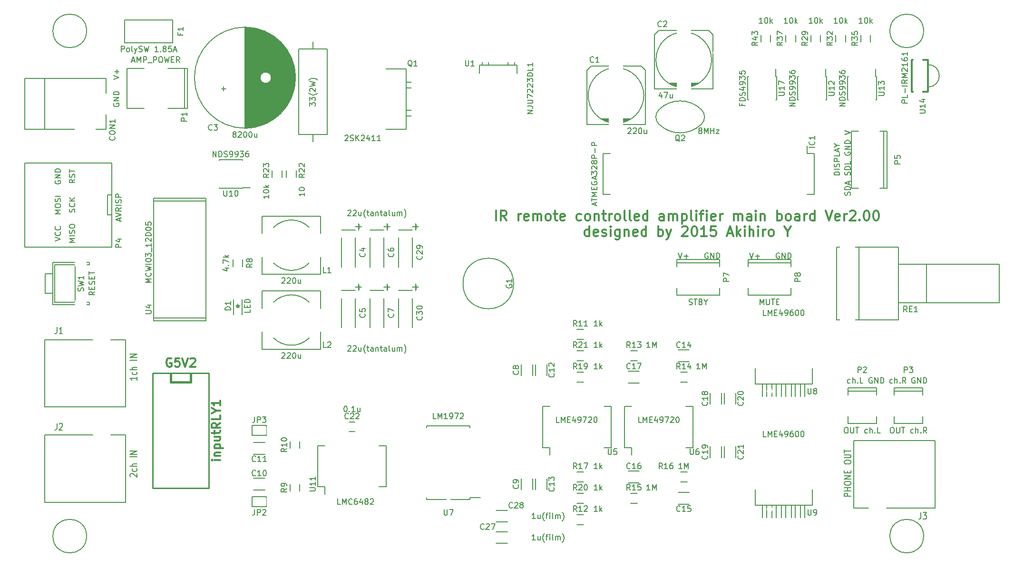
<source format=gto>
G04 #@! TF.FileFunction,Legend,Top*
%FSLAX46Y46*%
G04 Gerber Fmt 4.6, Leading zero omitted, Abs format (unit mm)*
G04 Created by KiCad (PCBNEW 4.0.0-rc1-stable) date 2015/11/17 23:35:27*
%MOMM*%
G01*
G04 APERTURE LIST*
%ADD10C,0.150000*%
%ADD11C,0.375000*%
%ADD12C,0.305000*%
%ADD13C,0.200660*%
%ADD14C,0.127000*%
%ADD15C,0.381000*%
%ADD16C,0.248920*%
%ADD17C,0.304800*%
%ADD18R,2.600300X4.200500*%
%ADD19R,1.700000X1.450000*%
%ADD20C,1.701140*%
%ADD21R,1.750000X0.800000*%
%ADD22R,0.800000X1.750000*%
%ADD23C,1.724000*%
%ADD24R,3.700120X3.700120*%
%ADD25R,2.900000X3.800000*%
%ADD26C,1.700000*%
%ADD27R,1.701140X2.699360*%
%ADD28R,7.200240X7.200240*%
%ADD29O,1.800000X2.500000*%
%ADD30R,1.800000X2.200000*%
%ADD31R,2.200000X1.800000*%
%ADD32R,1.398880X1.398880*%
%ADD33O,2.000860X3.700120*%
%ADD34O,3.700120X2.000860*%
%ADD35R,1.500000X1.700000*%
%ADD36R,1.700000X1.500000*%
%ADD37R,2.150000X0.800000*%
%ADD38R,1.270000X2.360000*%
%ADD39R,10.995000X8.700000*%
%ADD40C,1.998320*%
%ADD41R,1.701140X3.199740*%
%ADD42C,3.401060*%
%ADD43R,1.165200X1.470000*%
%ADD44R,1.500000X1.500000*%
%ADD45C,1.500000*%
%ADD46R,3.999840X2.198980*%
%ADD47R,9.199220X11.701120*%
%ADD48R,2.700000X2.700000*%
%ADD49O,2.700000X1.920000*%
%ADD50O,2.200000X1.700000*%
%ADD51O,5.201260X3.199740*%
%ADD52C,2.200000*%
%ADD53C,1.800000*%
%ADD54C,3.400000*%
%ADD55C,2.198980*%
%ADD56R,2.994000X1.216000*%
%ADD57R,5.788000X3.750000*%
%ADD58C,1.089000*%
G04 APERTURE END LIST*
D10*
X141347619Y-69537381D02*
X141680952Y-70537381D01*
X142014286Y-69537381D01*
X142347619Y-70156429D02*
X143109524Y-70156429D01*
X142728572Y-70537381D02*
X142728572Y-69775476D01*
X146618096Y-69585000D02*
X146522858Y-69537381D01*
X146380001Y-69537381D01*
X146237143Y-69585000D01*
X146141905Y-69680238D01*
X146094286Y-69775476D01*
X146046667Y-69965952D01*
X146046667Y-70108810D01*
X146094286Y-70299286D01*
X146141905Y-70394524D01*
X146237143Y-70489762D01*
X146380001Y-70537381D01*
X146475239Y-70537381D01*
X146618096Y-70489762D01*
X146665715Y-70442143D01*
X146665715Y-70108810D01*
X146475239Y-70108810D01*
X147094286Y-70537381D02*
X147094286Y-69537381D01*
X147665715Y-70537381D01*
X147665715Y-69537381D01*
X148141905Y-70537381D02*
X148141905Y-69537381D01*
X148380000Y-69537381D01*
X148522858Y-69585000D01*
X148618096Y-69680238D01*
X148665715Y-69775476D01*
X148713334Y-69965952D01*
X148713334Y-70108810D01*
X148665715Y-70299286D01*
X148618096Y-70394524D01*
X148522858Y-70489762D01*
X148380000Y-70537381D01*
X148141905Y-70537381D01*
X171914762Y-59265477D02*
X171962381Y-59122620D01*
X171962381Y-58884524D01*
X171914762Y-58789286D01*
X171867143Y-58741667D01*
X171771905Y-58694048D01*
X171676667Y-58694048D01*
X171581429Y-58741667D01*
X171533810Y-58789286D01*
X171486190Y-58884524D01*
X171438571Y-59075001D01*
X171390952Y-59170239D01*
X171343333Y-59217858D01*
X171248095Y-59265477D01*
X171152857Y-59265477D01*
X171057619Y-59217858D01*
X171010000Y-59170239D01*
X170962381Y-59075001D01*
X170962381Y-58836905D01*
X171010000Y-58694048D01*
X171962381Y-58265477D02*
X170962381Y-58265477D01*
X170962381Y-58027382D01*
X171010000Y-57884524D01*
X171105238Y-57789286D01*
X171200476Y-57741667D01*
X171390952Y-57694048D01*
X171533810Y-57694048D01*
X171724286Y-57741667D01*
X171819524Y-57789286D01*
X171914762Y-57884524D01*
X171962381Y-58027382D01*
X171962381Y-58265477D01*
X171676667Y-57313096D02*
X171676667Y-56836905D01*
X171962381Y-57408334D02*
X170962381Y-57075001D01*
X171962381Y-56741667D01*
X171914762Y-55694048D02*
X171962381Y-55551191D01*
X171962381Y-55313095D01*
X171914762Y-55217857D01*
X171867143Y-55170238D01*
X171771905Y-55122619D01*
X171676667Y-55122619D01*
X171581429Y-55170238D01*
X171533810Y-55217857D01*
X171486190Y-55313095D01*
X171438571Y-55503572D01*
X171390952Y-55598810D01*
X171343333Y-55646429D01*
X171248095Y-55694048D01*
X171152857Y-55694048D01*
X171057619Y-55646429D01*
X171010000Y-55598810D01*
X170962381Y-55503572D01*
X170962381Y-55265476D01*
X171010000Y-55122619D01*
X171962381Y-54694048D02*
X170962381Y-54694048D01*
X170962381Y-54455953D01*
X171010000Y-54313095D01*
X171105238Y-54217857D01*
X171200476Y-54170238D01*
X171390952Y-54122619D01*
X171533810Y-54122619D01*
X171724286Y-54170238D01*
X171819524Y-54217857D01*
X171914762Y-54313095D01*
X171962381Y-54455953D01*
X171962381Y-54694048D01*
X171962381Y-53217857D02*
X171962381Y-53694048D01*
X170962381Y-53694048D01*
X171010000Y-51598809D02*
X170962381Y-51694047D01*
X170962381Y-51836904D01*
X171010000Y-51979762D01*
X171105238Y-52075000D01*
X171200476Y-52122619D01*
X171390952Y-52170238D01*
X171533810Y-52170238D01*
X171724286Y-52122619D01*
X171819524Y-52075000D01*
X171914762Y-51979762D01*
X171962381Y-51836904D01*
X171962381Y-51741666D01*
X171914762Y-51598809D01*
X171867143Y-51551190D01*
X171533810Y-51551190D01*
X171533810Y-51741666D01*
X171962381Y-51122619D02*
X170962381Y-51122619D01*
X171962381Y-50551190D01*
X170962381Y-50551190D01*
X171962381Y-50075000D02*
X170962381Y-50075000D01*
X170962381Y-49836905D01*
X171010000Y-49694047D01*
X171105238Y-49598809D01*
X171200476Y-49551190D01*
X171390952Y-49503571D01*
X171533810Y-49503571D01*
X171724286Y-49551190D01*
X171819524Y-49598809D01*
X171914762Y-49694047D01*
X171962381Y-49836905D01*
X171962381Y-50075000D01*
X170962381Y-48455952D02*
X171962381Y-48122619D01*
X170962381Y-47789285D01*
X171922858Y-92714762D02*
X171827620Y-92762381D01*
X171637143Y-92762381D01*
X171541905Y-92714762D01*
X171494286Y-92667143D01*
X171446667Y-92571905D01*
X171446667Y-92286190D01*
X171494286Y-92190952D01*
X171541905Y-92143333D01*
X171637143Y-92095714D01*
X171827620Y-92095714D01*
X171922858Y-92143333D01*
X172351429Y-92762381D02*
X172351429Y-91762381D01*
X172780001Y-92762381D02*
X172780001Y-92238571D01*
X172732382Y-92143333D01*
X172637144Y-92095714D01*
X172494286Y-92095714D01*
X172399048Y-92143333D01*
X172351429Y-92190952D01*
X173256191Y-92667143D02*
X173303810Y-92714762D01*
X173256191Y-92762381D01*
X173208572Y-92714762D01*
X173256191Y-92667143D01*
X173256191Y-92762381D01*
X174208572Y-92762381D02*
X173732381Y-92762381D01*
X173732381Y-91762381D01*
X183448096Y-91810000D02*
X183352858Y-91762381D01*
X183210001Y-91762381D01*
X183067143Y-91810000D01*
X182971905Y-91905238D01*
X182924286Y-92000476D01*
X182876667Y-92190952D01*
X182876667Y-92333810D01*
X182924286Y-92524286D01*
X182971905Y-92619524D01*
X183067143Y-92714762D01*
X183210001Y-92762381D01*
X183305239Y-92762381D01*
X183448096Y-92714762D01*
X183495715Y-92667143D01*
X183495715Y-92333810D01*
X183305239Y-92333810D01*
X183924286Y-92762381D02*
X183924286Y-91762381D01*
X184495715Y-92762381D01*
X184495715Y-91762381D01*
X184971905Y-92762381D02*
X184971905Y-91762381D01*
X185210000Y-91762381D01*
X185352858Y-91810000D01*
X185448096Y-91905238D01*
X185495715Y-92000476D01*
X185543334Y-92190952D01*
X185543334Y-92333810D01*
X185495715Y-92524286D01*
X185448096Y-92619524D01*
X185352858Y-92714762D01*
X185210000Y-92762381D01*
X184971905Y-92762381D01*
X175828096Y-91810000D02*
X175732858Y-91762381D01*
X175590001Y-91762381D01*
X175447143Y-91810000D01*
X175351905Y-91905238D01*
X175304286Y-92000476D01*
X175256667Y-92190952D01*
X175256667Y-92333810D01*
X175304286Y-92524286D01*
X175351905Y-92619524D01*
X175447143Y-92714762D01*
X175590001Y-92762381D01*
X175685239Y-92762381D01*
X175828096Y-92714762D01*
X175875715Y-92667143D01*
X175875715Y-92333810D01*
X175685239Y-92333810D01*
X176304286Y-92762381D02*
X176304286Y-91762381D01*
X176875715Y-92762381D01*
X176875715Y-91762381D01*
X177351905Y-92762381D02*
X177351905Y-91762381D01*
X177590000Y-91762381D01*
X177732858Y-91810000D01*
X177828096Y-91905238D01*
X177875715Y-92000476D01*
X177923334Y-92190952D01*
X177923334Y-92333810D01*
X177875715Y-92524286D01*
X177828096Y-92619524D01*
X177732858Y-92714762D01*
X177590000Y-92762381D01*
X177351905Y-92762381D01*
X179447620Y-92714762D02*
X179352382Y-92762381D01*
X179161905Y-92762381D01*
X179066667Y-92714762D01*
X179019048Y-92667143D01*
X178971429Y-92571905D01*
X178971429Y-92286190D01*
X179019048Y-92190952D01*
X179066667Y-92143333D01*
X179161905Y-92095714D01*
X179352382Y-92095714D01*
X179447620Y-92143333D01*
X179876191Y-92762381D02*
X179876191Y-91762381D01*
X180304763Y-92762381D02*
X180304763Y-92238571D01*
X180257144Y-92143333D01*
X180161906Y-92095714D01*
X180019048Y-92095714D01*
X179923810Y-92143333D01*
X179876191Y-92190952D01*
X180780953Y-92667143D02*
X180828572Y-92714762D01*
X180780953Y-92762381D01*
X180733334Y-92714762D01*
X180780953Y-92667143D01*
X180780953Y-92762381D01*
X181828572Y-92762381D02*
X181495238Y-92286190D01*
X181257143Y-92762381D02*
X181257143Y-91762381D01*
X181638096Y-91762381D01*
X181733334Y-91810000D01*
X181780953Y-91857619D01*
X181828572Y-91952857D01*
X181828572Y-92095714D01*
X181780953Y-92190952D01*
X181733334Y-92238571D01*
X181638096Y-92286190D01*
X181257143Y-92286190D01*
X40835000Y-42906904D02*
X40787381Y-43002142D01*
X40787381Y-43144999D01*
X40835000Y-43287857D01*
X40930238Y-43383095D01*
X41025476Y-43430714D01*
X41215952Y-43478333D01*
X41358810Y-43478333D01*
X41549286Y-43430714D01*
X41644524Y-43383095D01*
X41739762Y-43287857D01*
X41787381Y-43144999D01*
X41787381Y-43049761D01*
X41739762Y-42906904D01*
X41692143Y-42859285D01*
X41358810Y-42859285D01*
X41358810Y-43049761D01*
X41787381Y-42430714D02*
X40787381Y-42430714D01*
X41787381Y-41859285D01*
X40787381Y-41859285D01*
X41787381Y-41383095D02*
X40787381Y-41383095D01*
X40787381Y-41145000D01*
X40835000Y-41002142D01*
X40930238Y-40906904D01*
X41025476Y-40859285D01*
X41215952Y-40811666D01*
X41358810Y-40811666D01*
X41549286Y-40859285D01*
X41644524Y-40906904D01*
X41739762Y-41002142D01*
X41787381Y-41145000D01*
X41787381Y-41383095D01*
X154047619Y-69537381D02*
X154380952Y-70537381D01*
X154714286Y-69537381D01*
X155047619Y-70156429D02*
X155809524Y-70156429D01*
X155428572Y-70537381D02*
X155428572Y-69775476D01*
X159318096Y-69585000D02*
X159222858Y-69537381D01*
X159080001Y-69537381D01*
X158937143Y-69585000D01*
X158841905Y-69680238D01*
X158794286Y-69775476D01*
X158746667Y-69965952D01*
X158746667Y-70108810D01*
X158794286Y-70299286D01*
X158841905Y-70394524D01*
X158937143Y-70489762D01*
X159080001Y-70537381D01*
X159175239Y-70537381D01*
X159318096Y-70489762D01*
X159365715Y-70442143D01*
X159365715Y-70108810D01*
X159175239Y-70108810D01*
X159794286Y-70537381D02*
X159794286Y-69537381D01*
X160365715Y-70537381D01*
X160365715Y-69537381D01*
X160841905Y-70537381D02*
X160841905Y-69537381D01*
X161080000Y-69537381D01*
X161222858Y-69585000D01*
X161318096Y-69680238D01*
X161365715Y-69775476D01*
X161413334Y-69965952D01*
X161413334Y-70108810D01*
X161365715Y-70299286D01*
X161318096Y-70394524D01*
X161222858Y-70489762D01*
X161080000Y-70537381D01*
X160841905Y-70537381D01*
X40787381Y-38652381D02*
X41787381Y-38319048D01*
X40787381Y-37985714D01*
X41406429Y-37652381D02*
X41406429Y-36890476D01*
X41787381Y-37271428D02*
X41025476Y-37271428D01*
X60765952Y-40311429D02*
X60004047Y-40311429D01*
X60384999Y-40692381D02*
X60384999Y-39930476D01*
D11*
X108883571Y-63744214D02*
X108883571Y-61974214D01*
X110737856Y-63744214D02*
X110147856Y-62901357D01*
X109726428Y-63744214D02*
X109726428Y-61974214D01*
X110400713Y-61974214D01*
X110569285Y-62058500D01*
X110653570Y-62142786D01*
X110737856Y-62311357D01*
X110737856Y-62564214D01*
X110653570Y-62732786D01*
X110569285Y-62817071D01*
X110400713Y-62901357D01*
X109726428Y-62901357D01*
X112844999Y-63744214D02*
X112844999Y-62564214D01*
X112844999Y-62901357D02*
X112929284Y-62732786D01*
X113013570Y-62648500D01*
X113182141Y-62564214D01*
X113350713Y-62564214D01*
X114614998Y-63659929D02*
X114446427Y-63744214D01*
X114109284Y-63744214D01*
X113940713Y-63659929D01*
X113856427Y-63491357D01*
X113856427Y-62817071D01*
X113940713Y-62648500D01*
X114109284Y-62564214D01*
X114446427Y-62564214D01*
X114614998Y-62648500D01*
X114699284Y-62817071D01*
X114699284Y-62985643D01*
X113856427Y-63154214D01*
X115457856Y-63744214D02*
X115457856Y-62564214D01*
X115457856Y-62732786D02*
X115542141Y-62648500D01*
X115710713Y-62564214D01*
X115963570Y-62564214D01*
X116132141Y-62648500D01*
X116216427Y-62817071D01*
X116216427Y-63744214D01*
X116216427Y-62817071D02*
X116300713Y-62648500D01*
X116469284Y-62564214D01*
X116722141Y-62564214D01*
X116890713Y-62648500D01*
X116974998Y-62817071D01*
X116974998Y-63744214D01*
X118070713Y-63744214D02*
X117902141Y-63659929D01*
X117817856Y-63575643D01*
X117733570Y-63407071D01*
X117733570Y-62901357D01*
X117817856Y-62732786D01*
X117902141Y-62648500D01*
X118070713Y-62564214D01*
X118323570Y-62564214D01*
X118492141Y-62648500D01*
X118576427Y-62732786D01*
X118660713Y-62901357D01*
X118660713Y-63407071D01*
X118576427Y-63575643D01*
X118492141Y-63659929D01*
X118323570Y-63744214D01*
X118070713Y-63744214D01*
X119166427Y-62564214D02*
X119840713Y-62564214D01*
X119419285Y-61974214D02*
X119419285Y-63491357D01*
X119503570Y-63659929D01*
X119672142Y-63744214D01*
X119840713Y-63744214D01*
X121104999Y-63659929D02*
X120936428Y-63744214D01*
X120599285Y-63744214D01*
X120430714Y-63659929D01*
X120346428Y-63491357D01*
X120346428Y-62817071D01*
X120430714Y-62648500D01*
X120599285Y-62564214D01*
X120936428Y-62564214D01*
X121104999Y-62648500D01*
X121189285Y-62817071D01*
X121189285Y-62985643D01*
X120346428Y-63154214D01*
X124054999Y-63659929D02*
X123886428Y-63744214D01*
X123549285Y-63744214D01*
X123380713Y-63659929D01*
X123296428Y-63575643D01*
X123212142Y-63407071D01*
X123212142Y-62901357D01*
X123296428Y-62732786D01*
X123380713Y-62648500D01*
X123549285Y-62564214D01*
X123886428Y-62564214D01*
X124054999Y-62648500D01*
X125066428Y-63744214D02*
X124897856Y-63659929D01*
X124813571Y-63575643D01*
X124729285Y-63407071D01*
X124729285Y-62901357D01*
X124813571Y-62732786D01*
X124897856Y-62648500D01*
X125066428Y-62564214D01*
X125319285Y-62564214D01*
X125487856Y-62648500D01*
X125572142Y-62732786D01*
X125656428Y-62901357D01*
X125656428Y-63407071D01*
X125572142Y-63575643D01*
X125487856Y-63659929D01*
X125319285Y-63744214D01*
X125066428Y-63744214D01*
X126415000Y-62564214D02*
X126415000Y-63744214D01*
X126415000Y-62732786D02*
X126499285Y-62648500D01*
X126667857Y-62564214D01*
X126920714Y-62564214D01*
X127089285Y-62648500D01*
X127173571Y-62817071D01*
X127173571Y-63744214D01*
X127763571Y-62564214D02*
X128437857Y-62564214D01*
X128016429Y-61974214D02*
X128016429Y-63491357D01*
X128100714Y-63659929D01*
X128269286Y-63744214D01*
X128437857Y-63744214D01*
X129027858Y-63744214D02*
X129027858Y-62564214D01*
X129027858Y-62901357D02*
X129112143Y-62732786D01*
X129196429Y-62648500D01*
X129365000Y-62564214D01*
X129533572Y-62564214D01*
X130376429Y-63744214D02*
X130207857Y-63659929D01*
X130123572Y-63575643D01*
X130039286Y-63407071D01*
X130039286Y-62901357D01*
X130123572Y-62732786D01*
X130207857Y-62648500D01*
X130376429Y-62564214D01*
X130629286Y-62564214D01*
X130797857Y-62648500D01*
X130882143Y-62732786D01*
X130966429Y-62901357D01*
X130966429Y-63407071D01*
X130882143Y-63575643D01*
X130797857Y-63659929D01*
X130629286Y-63744214D01*
X130376429Y-63744214D01*
X131977858Y-63744214D02*
X131809286Y-63659929D01*
X131725001Y-63491357D01*
X131725001Y-61974214D01*
X132905001Y-63744214D02*
X132736429Y-63659929D01*
X132652144Y-63491357D01*
X132652144Y-61974214D01*
X134253572Y-63659929D02*
X134085001Y-63744214D01*
X133747858Y-63744214D01*
X133579287Y-63659929D01*
X133495001Y-63491357D01*
X133495001Y-62817071D01*
X133579287Y-62648500D01*
X133747858Y-62564214D01*
X134085001Y-62564214D01*
X134253572Y-62648500D01*
X134337858Y-62817071D01*
X134337858Y-62985643D01*
X133495001Y-63154214D01*
X135855001Y-63744214D02*
X135855001Y-61974214D01*
X135855001Y-63659929D02*
X135686430Y-63744214D01*
X135349287Y-63744214D01*
X135180715Y-63659929D01*
X135096430Y-63575643D01*
X135012144Y-63407071D01*
X135012144Y-62901357D01*
X135096430Y-62732786D01*
X135180715Y-62648500D01*
X135349287Y-62564214D01*
X135686430Y-62564214D01*
X135855001Y-62648500D01*
X138805001Y-63744214D02*
X138805001Y-62817071D01*
X138720715Y-62648500D01*
X138552144Y-62564214D01*
X138215001Y-62564214D01*
X138046430Y-62648500D01*
X138805001Y-63659929D02*
X138636430Y-63744214D01*
X138215001Y-63744214D01*
X138046430Y-63659929D01*
X137962144Y-63491357D01*
X137962144Y-63322786D01*
X138046430Y-63154214D01*
X138215001Y-63069929D01*
X138636430Y-63069929D01*
X138805001Y-62985643D01*
X139647859Y-63744214D02*
X139647859Y-62564214D01*
X139647859Y-62732786D02*
X139732144Y-62648500D01*
X139900716Y-62564214D01*
X140153573Y-62564214D01*
X140322144Y-62648500D01*
X140406430Y-62817071D01*
X140406430Y-63744214D01*
X140406430Y-62817071D02*
X140490716Y-62648500D01*
X140659287Y-62564214D01*
X140912144Y-62564214D01*
X141080716Y-62648500D01*
X141165001Y-62817071D01*
X141165001Y-63744214D01*
X142007859Y-62564214D02*
X142007859Y-64334214D01*
X142007859Y-62648500D02*
X142176430Y-62564214D01*
X142513573Y-62564214D01*
X142682144Y-62648500D01*
X142766430Y-62732786D01*
X142850716Y-62901357D01*
X142850716Y-63407071D01*
X142766430Y-63575643D01*
X142682144Y-63659929D01*
X142513573Y-63744214D01*
X142176430Y-63744214D01*
X142007859Y-63659929D01*
X143862145Y-63744214D02*
X143693573Y-63659929D01*
X143609288Y-63491357D01*
X143609288Y-61974214D01*
X144536431Y-63744214D02*
X144536431Y-62564214D01*
X144536431Y-61974214D02*
X144452145Y-62058500D01*
X144536431Y-62142786D01*
X144620716Y-62058500D01*
X144536431Y-61974214D01*
X144536431Y-62142786D01*
X145126430Y-62564214D02*
X145800716Y-62564214D01*
X145379288Y-63744214D02*
X145379288Y-62227071D01*
X145463573Y-62058500D01*
X145632145Y-61974214D01*
X145800716Y-61974214D01*
X146390717Y-63744214D02*
X146390717Y-62564214D01*
X146390717Y-61974214D02*
X146306431Y-62058500D01*
X146390717Y-62142786D01*
X146475002Y-62058500D01*
X146390717Y-61974214D01*
X146390717Y-62142786D01*
X147907859Y-63659929D02*
X147739288Y-63744214D01*
X147402145Y-63744214D01*
X147233574Y-63659929D01*
X147149288Y-63491357D01*
X147149288Y-62817071D01*
X147233574Y-62648500D01*
X147402145Y-62564214D01*
X147739288Y-62564214D01*
X147907859Y-62648500D01*
X147992145Y-62817071D01*
X147992145Y-62985643D01*
X147149288Y-63154214D01*
X148750717Y-63744214D02*
X148750717Y-62564214D01*
X148750717Y-62901357D02*
X148835002Y-62732786D01*
X148919288Y-62648500D01*
X149087859Y-62564214D01*
X149256431Y-62564214D01*
X151195002Y-63744214D02*
X151195002Y-62564214D01*
X151195002Y-62732786D02*
X151279287Y-62648500D01*
X151447859Y-62564214D01*
X151700716Y-62564214D01*
X151869287Y-62648500D01*
X151953573Y-62817071D01*
X151953573Y-63744214D01*
X151953573Y-62817071D02*
X152037859Y-62648500D01*
X152206430Y-62564214D01*
X152459287Y-62564214D01*
X152627859Y-62648500D01*
X152712144Y-62817071D01*
X152712144Y-63744214D01*
X154313573Y-63744214D02*
X154313573Y-62817071D01*
X154229287Y-62648500D01*
X154060716Y-62564214D01*
X153723573Y-62564214D01*
X153555002Y-62648500D01*
X154313573Y-63659929D02*
X154145002Y-63744214D01*
X153723573Y-63744214D01*
X153555002Y-63659929D01*
X153470716Y-63491357D01*
X153470716Y-63322786D01*
X153555002Y-63154214D01*
X153723573Y-63069929D01*
X154145002Y-63069929D01*
X154313573Y-62985643D01*
X155156431Y-63744214D02*
X155156431Y-62564214D01*
X155156431Y-61974214D02*
X155072145Y-62058500D01*
X155156431Y-62142786D01*
X155240716Y-62058500D01*
X155156431Y-61974214D01*
X155156431Y-62142786D01*
X155999288Y-62564214D02*
X155999288Y-63744214D01*
X155999288Y-62732786D02*
X156083573Y-62648500D01*
X156252145Y-62564214D01*
X156505002Y-62564214D01*
X156673573Y-62648500D01*
X156757859Y-62817071D01*
X156757859Y-63744214D01*
X158949288Y-63744214D02*
X158949288Y-61974214D01*
X158949288Y-62648500D02*
X159117859Y-62564214D01*
X159455002Y-62564214D01*
X159623573Y-62648500D01*
X159707859Y-62732786D01*
X159792145Y-62901357D01*
X159792145Y-63407071D01*
X159707859Y-63575643D01*
X159623573Y-63659929D01*
X159455002Y-63744214D01*
X159117859Y-63744214D01*
X158949288Y-63659929D01*
X160803574Y-63744214D02*
X160635002Y-63659929D01*
X160550717Y-63575643D01*
X160466431Y-63407071D01*
X160466431Y-62901357D01*
X160550717Y-62732786D01*
X160635002Y-62648500D01*
X160803574Y-62564214D01*
X161056431Y-62564214D01*
X161225002Y-62648500D01*
X161309288Y-62732786D01*
X161393574Y-62901357D01*
X161393574Y-63407071D01*
X161309288Y-63575643D01*
X161225002Y-63659929D01*
X161056431Y-63744214D01*
X160803574Y-63744214D01*
X162910717Y-63744214D02*
X162910717Y-62817071D01*
X162826431Y-62648500D01*
X162657860Y-62564214D01*
X162320717Y-62564214D01*
X162152146Y-62648500D01*
X162910717Y-63659929D02*
X162742146Y-63744214D01*
X162320717Y-63744214D01*
X162152146Y-63659929D01*
X162067860Y-63491357D01*
X162067860Y-63322786D01*
X162152146Y-63154214D01*
X162320717Y-63069929D01*
X162742146Y-63069929D01*
X162910717Y-62985643D01*
X163753575Y-63744214D02*
X163753575Y-62564214D01*
X163753575Y-62901357D02*
X163837860Y-62732786D01*
X163922146Y-62648500D01*
X164090717Y-62564214D01*
X164259289Y-62564214D01*
X165607860Y-63744214D02*
X165607860Y-61974214D01*
X165607860Y-63659929D02*
X165439289Y-63744214D01*
X165102146Y-63744214D01*
X164933574Y-63659929D01*
X164849289Y-63575643D01*
X164765003Y-63407071D01*
X164765003Y-62901357D01*
X164849289Y-62732786D01*
X164933574Y-62648500D01*
X165102146Y-62564214D01*
X165439289Y-62564214D01*
X165607860Y-62648500D01*
X167546431Y-61974214D02*
X168136431Y-63744214D01*
X168726431Y-61974214D01*
X169990717Y-63659929D02*
X169822146Y-63744214D01*
X169485003Y-63744214D01*
X169316432Y-63659929D01*
X169232146Y-63491357D01*
X169232146Y-62817071D01*
X169316432Y-62648500D01*
X169485003Y-62564214D01*
X169822146Y-62564214D01*
X169990717Y-62648500D01*
X170075003Y-62817071D01*
X170075003Y-62985643D01*
X169232146Y-63154214D01*
X170833575Y-63744214D02*
X170833575Y-62564214D01*
X170833575Y-62901357D02*
X170917860Y-62732786D01*
X171002146Y-62648500D01*
X171170717Y-62564214D01*
X171339289Y-62564214D01*
X171845003Y-62142786D02*
X171929289Y-62058500D01*
X172097860Y-61974214D01*
X172519289Y-61974214D01*
X172687860Y-62058500D01*
X172772146Y-62142786D01*
X172856431Y-62311357D01*
X172856431Y-62479929D01*
X172772146Y-62732786D01*
X171760717Y-63744214D01*
X172856431Y-63744214D01*
X173615003Y-63575643D02*
X173699288Y-63659929D01*
X173615003Y-63744214D01*
X173530717Y-63659929D01*
X173615003Y-63575643D01*
X173615003Y-63744214D01*
X174795002Y-61974214D02*
X174963574Y-61974214D01*
X175132145Y-62058500D01*
X175216431Y-62142786D01*
X175300717Y-62311357D01*
X175385002Y-62648500D01*
X175385002Y-63069929D01*
X175300717Y-63407071D01*
X175216431Y-63575643D01*
X175132145Y-63659929D01*
X174963574Y-63744214D01*
X174795002Y-63744214D01*
X174626431Y-63659929D01*
X174542145Y-63575643D01*
X174457860Y-63407071D01*
X174373574Y-63069929D01*
X174373574Y-62648500D01*
X174457860Y-62311357D01*
X174542145Y-62142786D01*
X174626431Y-62058500D01*
X174795002Y-61974214D01*
X176480716Y-61974214D02*
X176649288Y-61974214D01*
X176817859Y-62058500D01*
X176902145Y-62142786D01*
X176986431Y-62311357D01*
X177070716Y-62648500D01*
X177070716Y-63069929D01*
X176986431Y-63407071D01*
X176902145Y-63575643D01*
X176817859Y-63659929D01*
X176649288Y-63744214D01*
X176480716Y-63744214D01*
X176312145Y-63659929D01*
X176227859Y-63575643D01*
X176143574Y-63407071D01*
X176059288Y-63069929D01*
X176059288Y-62648500D01*
X176143574Y-62311357D01*
X176227859Y-62142786D01*
X176312145Y-62058500D01*
X176480716Y-61974214D01*
X125487858Y-66597214D02*
X125487858Y-64827214D01*
X125487858Y-66512929D02*
X125319287Y-66597214D01*
X124982144Y-66597214D01*
X124813572Y-66512929D01*
X124729287Y-66428643D01*
X124645001Y-66260071D01*
X124645001Y-65754357D01*
X124729287Y-65585786D01*
X124813572Y-65501500D01*
X124982144Y-65417214D01*
X125319287Y-65417214D01*
X125487858Y-65501500D01*
X127005001Y-66512929D02*
X126836430Y-66597214D01*
X126499287Y-66597214D01*
X126330716Y-66512929D01*
X126246430Y-66344357D01*
X126246430Y-65670071D01*
X126330716Y-65501500D01*
X126499287Y-65417214D01*
X126836430Y-65417214D01*
X127005001Y-65501500D01*
X127089287Y-65670071D01*
X127089287Y-65838643D01*
X126246430Y-66007214D01*
X127763573Y-66512929D02*
X127932144Y-66597214D01*
X128269287Y-66597214D01*
X128437859Y-66512929D01*
X128522144Y-66344357D01*
X128522144Y-66260071D01*
X128437859Y-66091500D01*
X128269287Y-66007214D01*
X128016430Y-66007214D01*
X127847859Y-65922929D01*
X127763573Y-65754357D01*
X127763573Y-65670071D01*
X127847859Y-65501500D01*
X128016430Y-65417214D01*
X128269287Y-65417214D01*
X128437859Y-65501500D01*
X129280716Y-66597214D02*
X129280716Y-65417214D01*
X129280716Y-64827214D02*
X129196430Y-64911500D01*
X129280716Y-64995786D01*
X129365001Y-64911500D01*
X129280716Y-64827214D01*
X129280716Y-64995786D01*
X130882144Y-65417214D02*
X130882144Y-66850071D01*
X130797858Y-67018643D01*
X130713573Y-67102929D01*
X130545001Y-67187214D01*
X130292144Y-67187214D01*
X130123573Y-67102929D01*
X130882144Y-66512929D02*
X130713573Y-66597214D01*
X130376430Y-66597214D01*
X130207858Y-66512929D01*
X130123573Y-66428643D01*
X130039287Y-66260071D01*
X130039287Y-65754357D01*
X130123573Y-65585786D01*
X130207858Y-65501500D01*
X130376430Y-65417214D01*
X130713573Y-65417214D01*
X130882144Y-65501500D01*
X131725002Y-65417214D02*
X131725002Y-66597214D01*
X131725002Y-65585786D02*
X131809287Y-65501500D01*
X131977859Y-65417214D01*
X132230716Y-65417214D01*
X132399287Y-65501500D01*
X132483573Y-65670071D01*
X132483573Y-66597214D01*
X134000716Y-66512929D02*
X133832145Y-66597214D01*
X133495002Y-66597214D01*
X133326431Y-66512929D01*
X133242145Y-66344357D01*
X133242145Y-65670071D01*
X133326431Y-65501500D01*
X133495002Y-65417214D01*
X133832145Y-65417214D01*
X134000716Y-65501500D01*
X134085002Y-65670071D01*
X134085002Y-65838643D01*
X133242145Y-66007214D01*
X135602145Y-66597214D02*
X135602145Y-64827214D01*
X135602145Y-66512929D02*
X135433574Y-66597214D01*
X135096431Y-66597214D01*
X134927859Y-66512929D01*
X134843574Y-66428643D01*
X134759288Y-66260071D01*
X134759288Y-65754357D01*
X134843574Y-65585786D01*
X134927859Y-65501500D01*
X135096431Y-65417214D01*
X135433574Y-65417214D01*
X135602145Y-65501500D01*
X137793574Y-66597214D02*
X137793574Y-64827214D01*
X137793574Y-65501500D02*
X137962145Y-65417214D01*
X138299288Y-65417214D01*
X138467859Y-65501500D01*
X138552145Y-65585786D01*
X138636431Y-65754357D01*
X138636431Y-66260071D01*
X138552145Y-66428643D01*
X138467859Y-66512929D01*
X138299288Y-66597214D01*
X137962145Y-66597214D01*
X137793574Y-66512929D01*
X139226431Y-65417214D02*
X139647860Y-66597214D01*
X140069288Y-65417214D02*
X139647860Y-66597214D01*
X139479288Y-67018643D01*
X139395003Y-67102929D01*
X139226431Y-67187214D01*
X142007859Y-64995786D02*
X142092145Y-64911500D01*
X142260716Y-64827214D01*
X142682145Y-64827214D01*
X142850716Y-64911500D01*
X142935002Y-64995786D01*
X143019287Y-65164357D01*
X143019287Y-65332929D01*
X142935002Y-65585786D01*
X141923573Y-66597214D01*
X143019287Y-66597214D01*
X144115001Y-64827214D02*
X144283573Y-64827214D01*
X144452144Y-64911500D01*
X144536430Y-64995786D01*
X144620716Y-65164357D01*
X144705001Y-65501500D01*
X144705001Y-65922929D01*
X144620716Y-66260071D01*
X144536430Y-66428643D01*
X144452144Y-66512929D01*
X144283573Y-66597214D01*
X144115001Y-66597214D01*
X143946430Y-66512929D01*
X143862144Y-66428643D01*
X143777859Y-66260071D01*
X143693573Y-65922929D01*
X143693573Y-65501500D01*
X143777859Y-65164357D01*
X143862144Y-64995786D01*
X143946430Y-64911500D01*
X144115001Y-64827214D01*
X146390715Y-66597214D02*
X145379287Y-66597214D01*
X145885001Y-66597214D02*
X145885001Y-64827214D01*
X145716430Y-65080071D01*
X145547858Y-65248643D01*
X145379287Y-65332929D01*
X147992144Y-64827214D02*
X147149287Y-64827214D01*
X147065001Y-65670071D01*
X147149287Y-65585786D01*
X147317858Y-65501500D01*
X147739287Y-65501500D01*
X147907858Y-65585786D01*
X147992144Y-65670071D01*
X148076429Y-65838643D01*
X148076429Y-66260071D01*
X147992144Y-66428643D01*
X147907858Y-66512929D01*
X147739287Y-66597214D01*
X147317858Y-66597214D01*
X147149287Y-66512929D01*
X147065001Y-66428643D01*
X150099286Y-66091500D02*
X150942143Y-66091500D01*
X149930714Y-66597214D02*
X150520714Y-64827214D01*
X151110714Y-66597214D01*
X151700715Y-66597214D02*
X151700715Y-64827214D01*
X151869286Y-65922929D02*
X152375000Y-66597214D01*
X152375000Y-65417214D02*
X151700715Y-66091500D01*
X153133572Y-66597214D02*
X153133572Y-65417214D01*
X153133572Y-64827214D02*
X153049286Y-64911500D01*
X153133572Y-64995786D01*
X153217857Y-64911500D01*
X153133572Y-64827214D01*
X153133572Y-64995786D01*
X153976429Y-66597214D02*
X153976429Y-64827214D01*
X154735000Y-66597214D02*
X154735000Y-65670071D01*
X154650714Y-65501500D01*
X154482143Y-65417214D01*
X154229286Y-65417214D01*
X154060714Y-65501500D01*
X153976429Y-65585786D01*
X155577858Y-66597214D02*
X155577858Y-65417214D01*
X155577858Y-64827214D02*
X155493572Y-64911500D01*
X155577858Y-64995786D01*
X155662143Y-64911500D01*
X155577858Y-64827214D01*
X155577858Y-64995786D01*
X156420715Y-66597214D02*
X156420715Y-65417214D01*
X156420715Y-65754357D02*
X156505000Y-65585786D01*
X156589286Y-65501500D01*
X156757857Y-65417214D01*
X156926429Y-65417214D01*
X157769286Y-66597214D02*
X157600714Y-66512929D01*
X157516429Y-66428643D01*
X157432143Y-66260071D01*
X157432143Y-65754357D01*
X157516429Y-65585786D01*
X157600714Y-65501500D01*
X157769286Y-65417214D01*
X158022143Y-65417214D01*
X158190714Y-65501500D01*
X158275000Y-65585786D01*
X158359286Y-65754357D01*
X158359286Y-66260071D01*
X158275000Y-66428643D01*
X158190714Y-66512929D01*
X158022143Y-66597214D01*
X157769286Y-66597214D01*
X160803571Y-65754357D02*
X160803571Y-66597214D01*
X160213571Y-64827214D02*
X160803571Y-65754357D01*
X161393571Y-64827214D01*
D10*
X131251000Y-46336000D02*
X129219000Y-46336000D01*
X128838000Y-46209000D02*
X131759000Y-46209000D01*
X132013000Y-46082000D02*
X128457000Y-46082000D01*
X128076000Y-45955000D02*
X132394000Y-45955000D01*
X132648000Y-45828000D02*
X127822000Y-45828000D01*
X127695000Y-45701000D02*
X132775000Y-45701000D01*
X125028000Y-46717000D02*
X135442000Y-46717000D01*
X135442000Y-46717000D02*
X135442000Y-37065000D01*
X135442000Y-37065000D02*
X134680000Y-36303000D01*
X134680000Y-36303000D02*
X125790000Y-36303000D01*
X125790000Y-36303000D02*
X125028000Y-37065000D01*
X125028000Y-37065000D02*
X125028000Y-46717000D01*
X130235000Y-36938000D02*
X130235000Y-37700000D01*
X129854000Y-37319000D02*
X130616000Y-37319000D01*
X135188000Y-41510000D02*
G75*
G03X135188000Y-41510000I-4953000J0D01*
G01*
X143316000Y-39986000D02*
X141284000Y-39986000D01*
X140903000Y-39859000D02*
X143824000Y-39859000D01*
X144078000Y-39732000D02*
X140522000Y-39732000D01*
X140141000Y-39605000D02*
X144459000Y-39605000D01*
X144713000Y-39478000D02*
X139887000Y-39478000D01*
X139760000Y-39351000D02*
X144840000Y-39351000D01*
X137093000Y-40367000D02*
X147507000Y-40367000D01*
X147507000Y-40367000D02*
X147507000Y-30715000D01*
X147507000Y-30715000D02*
X146745000Y-29953000D01*
X146745000Y-29953000D02*
X137855000Y-29953000D01*
X137855000Y-29953000D02*
X137093000Y-30715000D01*
X137093000Y-30715000D02*
X137093000Y-40367000D01*
X142300000Y-30588000D02*
X142300000Y-31350000D01*
X141919000Y-30969000D02*
X142681000Y-30969000D01*
X147253000Y-35160000D02*
G75*
G03X147253000Y-35160000I-4953000J0D01*
G01*
X83745000Y-99715000D02*
X82745000Y-99715000D01*
X82745000Y-101415000D02*
X83745000Y-101415000D01*
X42800580Y-32078980D02*
X51299420Y-32078980D01*
X51299420Y-32078980D02*
X51299420Y-28081020D01*
X51299420Y-28081020D02*
X42800580Y-28081020D01*
X42800580Y-28081020D02*
X42800580Y-32078980D01*
X63730000Y-58055000D02*
X63730000Y-57910000D01*
X59580000Y-58055000D02*
X59580000Y-57910000D01*
X59580000Y-52905000D02*
X59580000Y-53050000D01*
X63730000Y-52905000D02*
X63730000Y-53050000D01*
X63730000Y-58055000D02*
X59580000Y-58055000D01*
X63730000Y-52905000D02*
X59580000Y-52905000D01*
X63730000Y-57910000D02*
X65130000Y-57910000D01*
X176625000Y-38165000D02*
X176480000Y-38165000D01*
X176625000Y-42315000D02*
X176480000Y-42315000D01*
X171475000Y-42315000D02*
X171620000Y-42315000D01*
X171475000Y-38165000D02*
X171620000Y-38165000D01*
X176625000Y-38165000D02*
X176625000Y-42315000D01*
X171475000Y-38165000D02*
X171475000Y-42315000D01*
X176480000Y-38165000D02*
X176480000Y-36765000D01*
X185780000Y-40000000D02*
G75*
G03X185780000Y-36000000I0J2000000D01*
G01*
D12*
X182880000Y-40850000D02*
X182880000Y-35150000D01*
X182880000Y-35150000D02*
X185780000Y-35150000D01*
X185780000Y-40850000D02*
X185780000Y-35150000D01*
X182880000Y-40850000D02*
X185780000Y-40850000D01*
D10*
X158845000Y-38165000D02*
X158700000Y-38165000D01*
X158845000Y-42315000D02*
X158700000Y-42315000D01*
X153695000Y-42315000D02*
X153840000Y-42315000D01*
X153695000Y-38165000D02*
X153840000Y-38165000D01*
X158845000Y-38165000D02*
X158845000Y-42315000D01*
X153695000Y-38165000D02*
X153695000Y-42315000D01*
X158700000Y-38165000D02*
X158700000Y-36765000D01*
X28499500Y-38499120D02*
X28499500Y-47500880D01*
X24999380Y-38499120D02*
X24999380Y-47500880D01*
X24999380Y-47500880D02*
X39500240Y-47500880D01*
X39500240Y-47500880D02*
X39500240Y-38499120D01*
X39500240Y-38499120D02*
X24999380Y-38499120D01*
D13*
X37100440Y-85000520D02*
X28500000Y-85000520D01*
X28500000Y-85000520D02*
X28500000Y-96999480D01*
X28500000Y-96999480D02*
X42899260Y-96999480D01*
X42899260Y-96999480D02*
X42899260Y-85000520D01*
X42899260Y-85000520D02*
X40300840Y-85000520D01*
X37100440Y-102000520D02*
X28500000Y-102000520D01*
X28500000Y-102000520D02*
X28500000Y-113999480D01*
X28500000Y-113999480D02*
X42899260Y-113999480D01*
X42899260Y-113999480D02*
X42899260Y-102000520D01*
X42899260Y-102000520D02*
X40300840Y-102000520D01*
X178399560Y-114999480D02*
X187000000Y-114999480D01*
X187000000Y-114999480D02*
X187000000Y-103000520D01*
X187000000Y-103000520D02*
X172600740Y-103000520D01*
X172600740Y-103000520D02*
X172600740Y-114999480D01*
X172600740Y-114999480D02*
X175199160Y-114999480D01*
D10*
X69275000Y-71355000D02*
G75*
G03X75625000Y-71355000I3175000J3175000D01*
G01*
X75625000Y-65005000D02*
G75*
G03X69275000Y-65005000I-3175000J-3175000D01*
G01*
X77650000Y-62980000D02*
X77650000Y-66080000D01*
X67250000Y-62980000D02*
X67250000Y-66080000D01*
X77650000Y-73380000D02*
X77650000Y-70280000D01*
X67250000Y-73380000D02*
X67250000Y-70280000D01*
X67250000Y-62980000D02*
X77650000Y-62980000D01*
X67250000Y-73380000D02*
X77650000Y-73380000D01*
X69275000Y-84690000D02*
G75*
G03X75625000Y-84690000I3175000J3175000D01*
G01*
X75625000Y-78340000D02*
G75*
G03X69275000Y-78340000I-3175000J-3175000D01*
G01*
X77650000Y-76315000D02*
X77650000Y-79415000D01*
X67250000Y-76315000D02*
X67250000Y-79415000D01*
X77650000Y-86715000D02*
X77650000Y-83615000D01*
X67250000Y-86715000D02*
X67250000Y-83615000D01*
X67250000Y-76315000D02*
X77650000Y-76315000D01*
X67250000Y-86715000D02*
X77650000Y-86715000D01*
X137855000Y-44050000D02*
G75*
G03X137855000Y-46590000I1270000J-1270000D01*
G01*
X145475000Y-46590000D02*
G75*
G03X145475000Y-44050000I-1270000J1270000D01*
G01*
X145475000Y-44050000D02*
G75*
G03X137855000Y-44050000I-3810000J-3810000D01*
G01*
X137855000Y-46590000D02*
G75*
G03X145475000Y-46590000I3810000J3810000D01*
G01*
X111985100Y-42132300D02*
X111985100Y-43326100D01*
X111985100Y-43326100D02*
X106574900Y-43326100D01*
X106574900Y-43326100D02*
X106574900Y-42119600D01*
X107552800Y-36125200D02*
X107552800Y-33216900D01*
X106409800Y-33216900D02*
X106409800Y-36125200D01*
X107552800Y-33216900D02*
X106409800Y-33216900D01*
X112150200Y-33216900D02*
X111007200Y-33216900D01*
X111007200Y-33216900D02*
X111007200Y-36125200D01*
X112150200Y-36125200D02*
X112150200Y-33216900D01*
X105927200Y-36125200D02*
X105927200Y-42119600D01*
X105927200Y-42119600D02*
X112632800Y-42119600D01*
X112632800Y-42119600D02*
X112632800Y-36125200D01*
X105927200Y-36125200D02*
X112632800Y-36125200D01*
X47945000Y-60330000D02*
X57245000Y-60330000D01*
X57245000Y-81130000D02*
X47945000Y-81130000D01*
X47945000Y-59830000D02*
X57245000Y-59830000D01*
X47945000Y-81630000D02*
X47945000Y-59830000D01*
X57245000Y-81630000D02*
X47945000Y-81630000D01*
X57245000Y-59830000D02*
X57245000Y-81630000D01*
X131750000Y-104240000D02*
X133020000Y-104240000D01*
X131750000Y-96890000D02*
X133020000Y-96890000D01*
X143960000Y-96890000D02*
X142690000Y-96890000D01*
X143960000Y-104240000D02*
X142690000Y-104240000D01*
X131750000Y-104240000D02*
X131750000Y-96890000D01*
X143960000Y-104240000D02*
X143960000Y-96890000D01*
X133020000Y-104240000D02*
X133020000Y-105525000D01*
X113335000Y-109725000D02*
X113335000Y-111725000D01*
X115385000Y-111725000D02*
X115385000Y-109725000D01*
X113335000Y-89405000D02*
X113335000Y-91405000D01*
X115385000Y-91405000D02*
X115385000Y-89405000D01*
X115875000Y-89405000D02*
X115875000Y-91405000D01*
X117925000Y-91405000D02*
X117925000Y-89405000D01*
X115875000Y-109725000D02*
X115875000Y-111725000D01*
X117925000Y-111725000D02*
X117925000Y-109725000D01*
X141300000Y-88890000D02*
X143300000Y-88890000D01*
X143300000Y-86840000D02*
X141300000Y-86840000D01*
X143300000Y-112240000D02*
X141300000Y-112240000D01*
X141300000Y-114290000D02*
X143300000Y-114290000D01*
X134410000Y-108430000D02*
X132410000Y-108430000D01*
X132410000Y-110480000D02*
X134410000Y-110480000D01*
X134410000Y-90650000D02*
X132410000Y-90650000D01*
X132410000Y-92700000D02*
X134410000Y-92700000D01*
X149040000Y-96485000D02*
X149040000Y-94485000D01*
X146990000Y-94485000D02*
X146990000Y-96485000D01*
X149040000Y-106010000D02*
X149040000Y-104010000D01*
X146990000Y-104010000D02*
X146990000Y-106010000D01*
X151580000Y-96485000D02*
X151580000Y-94485000D01*
X149530000Y-94485000D02*
X149530000Y-96485000D01*
X151580000Y-106010000D02*
X151580000Y-104010000D01*
X149530000Y-104010000D02*
X149530000Y-106010000D01*
X65735000Y-111750000D02*
X67735000Y-111750000D01*
X67735000Y-109700000D02*
X65735000Y-109700000D01*
X65735000Y-105400000D02*
X67735000Y-105400000D01*
X67735000Y-103350000D02*
X65735000Y-103350000D01*
X63675000Y-80575000D02*
X63675000Y-77875000D01*
X62175000Y-80575000D02*
X62175000Y-77875000D01*
X63075000Y-79075000D02*
X62825000Y-79075000D01*
X62825000Y-79075000D02*
X62975000Y-79225000D01*
X62575000Y-79325000D02*
X63275000Y-79325000D01*
X62925000Y-78975000D02*
X62925000Y-78625000D01*
X62925000Y-79325000D02*
X62575000Y-78975000D01*
X62575000Y-78975000D02*
X63275000Y-78975000D01*
X63275000Y-78975000D02*
X62925000Y-79325000D01*
X165550000Y-51805000D02*
X164280000Y-51805000D01*
X165550000Y-59155000D02*
X164280000Y-59155000D01*
X127940000Y-59155000D02*
X129210000Y-59155000D01*
X127940000Y-51805000D02*
X129210000Y-51805000D01*
X165550000Y-51805000D02*
X165550000Y-59155000D01*
X127940000Y-51805000D02*
X127940000Y-59155000D01*
X164280000Y-51805000D02*
X164280000Y-50520000D01*
X171510000Y-94215000D02*
X176590000Y-94215000D01*
X176590000Y-99930000D02*
X176590000Y-98660000D01*
X176590000Y-94215000D02*
X176590000Y-94850000D01*
X171510000Y-99295000D02*
X171510000Y-98660000D01*
X171510000Y-94215000D02*
X171510000Y-94850000D01*
X171510000Y-94215000D02*
X171510000Y-93580000D01*
X171510000Y-93580000D02*
X176590000Y-93580000D01*
X176590000Y-93580000D02*
X176590000Y-94215000D01*
X176590000Y-99930000D02*
X171510000Y-99930000D01*
X171510000Y-99930000D02*
X171510000Y-99295000D01*
X179765000Y-94215000D02*
X184845000Y-94215000D01*
X184845000Y-99930000D02*
X184845000Y-98660000D01*
X184845000Y-94215000D02*
X184845000Y-94850000D01*
X179765000Y-99295000D02*
X179765000Y-98660000D01*
X179765000Y-94215000D02*
X179765000Y-94850000D01*
X179765000Y-94215000D02*
X179765000Y-93580000D01*
X179765000Y-93580000D02*
X184845000Y-93580000D01*
X184845000Y-93580000D02*
X184845000Y-94215000D01*
X184845000Y-99930000D02*
X179765000Y-99930000D01*
X179765000Y-99930000D02*
X179765000Y-99295000D01*
X177860000Y-58020000D02*
X177860000Y-47860000D01*
X173415000Y-58020000D02*
X172145000Y-58020000D01*
X177225000Y-47860000D02*
X178495000Y-47860000D01*
X178495000Y-47860000D02*
X178495000Y-58020000D01*
X178495000Y-58020000D02*
X177225000Y-58020000D01*
X172145000Y-58020000D02*
X172145000Y-47860000D01*
X172145000Y-47860000D02*
X173415000Y-47860000D01*
X148650000Y-71355000D02*
X141030000Y-71355000D01*
X148650000Y-75800000D02*
X148650000Y-77070000D01*
X141030000Y-71990000D02*
X141030000Y-70720000D01*
X141030000Y-70720000D02*
X148650000Y-70720000D01*
X148650000Y-70720000D02*
X148650000Y-71990000D01*
X148650000Y-77070000D02*
X141030000Y-77070000D01*
X141030000Y-77070000D02*
X141030000Y-75800000D01*
X161350000Y-71355000D02*
X153730000Y-71355000D01*
X161350000Y-75800000D02*
X161350000Y-77070000D01*
X153730000Y-71990000D02*
X153730000Y-70720000D01*
X153730000Y-70720000D02*
X161350000Y-70720000D01*
X161350000Y-70720000D02*
X161350000Y-71990000D01*
X161350000Y-77070000D02*
X153730000Y-77070000D01*
X153730000Y-77070000D02*
X153730000Y-75800000D01*
X62050000Y-71955000D02*
X62050000Y-70755000D01*
X63800000Y-70755000D02*
X63800000Y-71955000D01*
X73960000Y-110760000D02*
X73960000Y-111960000D01*
X72210000Y-111960000D02*
X72210000Y-110760000D01*
X73960000Y-103140000D02*
X73960000Y-104340000D01*
X72210000Y-104340000D02*
X72210000Y-103140000D01*
X124485000Y-84930000D02*
X123285000Y-84930000D01*
X123285000Y-83180000D02*
X124485000Y-83180000D01*
X123285000Y-116200000D02*
X124485000Y-116200000D01*
X124485000Y-117950000D02*
X123285000Y-117950000D01*
X132810000Y-86990000D02*
X134010000Y-86990000D01*
X134010000Y-88740000D02*
X132810000Y-88740000D01*
X141700000Y-90800000D02*
X142900000Y-90800000D01*
X142900000Y-92550000D02*
X141700000Y-92550000D01*
X132810000Y-112390000D02*
X134010000Y-112390000D01*
X134010000Y-114140000D02*
X132810000Y-114140000D01*
X142900000Y-110330000D02*
X141700000Y-110330000D01*
X141700000Y-108580000D02*
X142900000Y-108580000D01*
X124485000Y-110330000D02*
X123285000Y-110330000D01*
X123285000Y-108580000D02*
X124485000Y-108580000D01*
X124485000Y-92550000D02*
X123285000Y-92550000D01*
X123285000Y-90800000D02*
X124485000Y-90800000D01*
X123285000Y-112390000D02*
X124485000Y-112390000D01*
X124485000Y-114140000D02*
X123285000Y-114140000D01*
X123285000Y-86990000D02*
X124485000Y-86990000D01*
X124485000Y-88740000D02*
X123285000Y-88740000D01*
X73325000Y-54880000D02*
X73325000Y-56080000D01*
X71575000Y-56080000D02*
X71575000Y-54880000D01*
X70785000Y-54880000D02*
X70785000Y-56080000D01*
X69035000Y-56080000D02*
X69035000Y-54880000D01*
X166670000Y-30750000D02*
X166670000Y-31950000D01*
X164920000Y-31950000D02*
X164920000Y-30750000D01*
X171115000Y-30750000D02*
X171115000Y-31950000D01*
X169365000Y-31950000D02*
X169365000Y-30750000D01*
X175560000Y-30750000D02*
X175560000Y-31950000D01*
X173810000Y-31950000D02*
X173810000Y-30750000D01*
X162225000Y-30750000D02*
X162225000Y-31950000D01*
X160475000Y-31950000D02*
X160475000Y-30750000D01*
X156030000Y-31950000D02*
X156030000Y-30750000D01*
X157780000Y-30750000D02*
X157780000Y-31950000D01*
X117145000Y-104240000D02*
X118415000Y-104240000D01*
X117145000Y-96890000D02*
X118415000Y-96890000D01*
X129355000Y-96890000D02*
X128085000Y-96890000D01*
X129355000Y-104240000D02*
X128085000Y-104240000D01*
X117145000Y-104240000D02*
X117145000Y-96890000D01*
X129355000Y-104240000D02*
X129355000Y-96890000D01*
X118415000Y-104240000D02*
X118415000Y-105525000D01*
X104265000Y-113490000D02*
X104265000Y-113155000D01*
X96515000Y-113490000D02*
X96515000Y-113155000D01*
X96515000Y-100340000D02*
X96515000Y-100675000D01*
X104265000Y-100340000D02*
X104265000Y-100675000D01*
X104265000Y-113490000D02*
X96515000Y-113490000D01*
X104265000Y-100340000D02*
X96515000Y-100340000D01*
X104265000Y-113155000D02*
X106065000Y-113155000D01*
D14*
X161426200Y-92945000D02*
X161426200Y-97428100D01*
X162162800Y-97428100D02*
X162162800Y-92945000D01*
X161451600Y-97428100D02*
X162161600Y-97428100D01*
X159699000Y-92945000D02*
X159699000Y-97428100D01*
X160435600Y-97428100D02*
X160435600Y-92945000D01*
X159724400Y-97428100D02*
X160434400Y-97428100D01*
X158022600Y-92945000D02*
X158022600Y-97428100D01*
X158759200Y-97428100D02*
X158759200Y-92945000D01*
X158048000Y-97428100D02*
X158758000Y-97428100D01*
X163128000Y-97428100D02*
X163838000Y-97428100D01*
X163839200Y-97428100D02*
X163839200Y-92945000D01*
X163102600Y-92945000D02*
X163102600Y-97428100D01*
X156295400Y-92945000D02*
X156295400Y-97428100D01*
X157032000Y-97428100D02*
X157032000Y-92945000D01*
X156320800Y-97428100D02*
X157030800Y-97428100D01*
X156320800Y-97428100D02*
X157030800Y-97428100D01*
X157032000Y-97428100D02*
X157032000Y-92945000D01*
X156295400Y-92945000D02*
X156295400Y-97428100D01*
X156295400Y-92945000D02*
X156295400Y-97428100D01*
X157032000Y-97428100D02*
X157032000Y-92945000D01*
X156320800Y-97428100D02*
X157030800Y-97428100D01*
X156612900Y-82988200D02*
X156612900Y-84258200D01*
X156599200Y-82971900D02*
X163459200Y-82971900D01*
X163496300Y-82988200D02*
X163496300Y-84258200D01*
X156320800Y-97428100D02*
X157030800Y-97428100D01*
X157032000Y-97428100D02*
X157032000Y-92945000D01*
X156295400Y-92945000D02*
X156295400Y-97428100D01*
X165210800Y-92945000D02*
X165210800Y-84305000D01*
X155050800Y-84292700D02*
X165210800Y-84292700D01*
X155050800Y-92945000D02*
X155050800Y-84305000D01*
X155050800Y-92945000D02*
X165210800Y-92945000D01*
X161426200Y-114535000D02*
X161426200Y-119018100D01*
X162162800Y-119018100D02*
X162162800Y-114535000D01*
X161451600Y-119018100D02*
X162161600Y-119018100D01*
X159699000Y-114535000D02*
X159699000Y-119018100D01*
X160435600Y-119018100D02*
X160435600Y-114535000D01*
X159724400Y-119018100D02*
X160434400Y-119018100D01*
X158022600Y-114535000D02*
X158022600Y-119018100D01*
X158759200Y-119018100D02*
X158759200Y-114535000D01*
X158048000Y-119018100D02*
X158758000Y-119018100D01*
X163128000Y-119018100D02*
X163838000Y-119018100D01*
X163839200Y-119018100D02*
X163839200Y-114535000D01*
X163102600Y-114535000D02*
X163102600Y-119018100D01*
X156295400Y-114535000D02*
X156295400Y-119018100D01*
X157032000Y-119018100D02*
X157032000Y-114535000D01*
X156320800Y-119018100D02*
X157030800Y-119018100D01*
X156320800Y-119018100D02*
X157030800Y-119018100D01*
X157032000Y-119018100D02*
X157032000Y-114535000D01*
X156295400Y-114535000D02*
X156295400Y-119018100D01*
X156295400Y-114535000D02*
X156295400Y-119018100D01*
X157032000Y-119018100D02*
X157032000Y-114535000D01*
X156320800Y-119018100D02*
X157030800Y-119018100D01*
X156612900Y-104578200D02*
X156612900Y-105848200D01*
X156599200Y-104561900D02*
X163459200Y-104561900D01*
X163496300Y-104578200D02*
X163496300Y-105848200D01*
X156320800Y-119018100D02*
X157030800Y-119018100D01*
X157032000Y-119018100D02*
X157032000Y-114535000D01*
X156295400Y-114535000D02*
X156295400Y-119018100D01*
X165210800Y-114535000D02*
X165210800Y-105895000D01*
X155050800Y-105882700D02*
X165210800Y-105882700D01*
X155050800Y-114535000D02*
X155050800Y-105895000D01*
X155050800Y-114535000D02*
X165210800Y-114535000D01*
D10*
X167735000Y-38165000D02*
X167590000Y-38165000D01*
X167735000Y-42315000D02*
X167590000Y-42315000D01*
X162585000Y-42315000D02*
X162730000Y-42315000D01*
X162585000Y-38165000D02*
X162730000Y-38165000D01*
X167735000Y-38165000D02*
X167735000Y-42315000D01*
X162585000Y-38165000D02*
X162585000Y-42315000D01*
X167590000Y-38165000D02*
X167590000Y-36765000D01*
X77140000Y-111225000D02*
X78410000Y-111225000D01*
X77140000Y-103875000D02*
X78410000Y-103875000D01*
X89350000Y-103875000D02*
X88080000Y-103875000D01*
X89350000Y-111225000D02*
X88080000Y-111225000D01*
X77140000Y-111225000D02*
X77140000Y-103875000D01*
X89350000Y-111225000D02*
X89350000Y-103875000D01*
X78410000Y-111225000D02*
X78410000Y-112510000D01*
D15*
X54543000Y-91040000D02*
X54543000Y-92564000D01*
X54543000Y-92564000D02*
X50987000Y-92564000D01*
X50987000Y-92564000D02*
X50987000Y-91040000D01*
D16*
X57781500Y-111423500D02*
X57781500Y-90976500D01*
X47748500Y-111423500D02*
X47748500Y-90976500D01*
X47748500Y-90976500D02*
X57781500Y-90976500D01*
X47748500Y-111423500D02*
X47748500Y-90976500D01*
X57781500Y-111423500D02*
X57781500Y-90976500D01*
X47748500Y-111423500D02*
X57781500Y-111423500D01*
D10*
X81411120Y-66849040D02*
X81411120Y-72050960D01*
X83808880Y-72050960D02*
X83808880Y-66849040D01*
X84908700Y-64850060D02*
X83808880Y-64850060D01*
X84408320Y-64250620D02*
X84408320Y-65449500D01*
X83808880Y-65454580D02*
X81411120Y-65454580D01*
X81411120Y-77644040D02*
X81411120Y-82845960D01*
X83808880Y-82845960D02*
X83808880Y-77644040D01*
X84908700Y-75645060D02*
X83808880Y-75645060D01*
X84408320Y-75045620D02*
X84408320Y-76244500D01*
X83808880Y-76249580D02*
X81411120Y-76249580D01*
X86491120Y-66849040D02*
X86491120Y-72050960D01*
X88888880Y-72050960D02*
X88888880Y-66849040D01*
X89988700Y-64850060D02*
X88888880Y-64850060D01*
X89488320Y-64250620D02*
X89488320Y-65449500D01*
X88888880Y-65454580D02*
X86491120Y-65454580D01*
X86491120Y-77644040D02*
X86491120Y-82845960D01*
X88888880Y-82845960D02*
X88888880Y-77644040D01*
X89988700Y-75645060D02*
X88888880Y-75645060D01*
X89488320Y-75045620D02*
X89488320Y-76244500D01*
X88888880Y-76249580D02*
X86491120Y-76249580D01*
D13*
X35999740Y-120000000D02*
G75*
G03X35999740Y-120000000I-2999740J0D01*
G01*
X184999740Y-120000000D02*
G75*
G03X184999740Y-120000000I-2999740J0D01*
G01*
X184999740Y-30000000D02*
G75*
G03X184999740Y-30000000I-2999740J0D01*
G01*
X35999740Y-30000000D02*
G75*
G03X35999740Y-30000000I-2999740J0D01*
G01*
D10*
X108915000Y-121275000D02*
X110915000Y-121275000D01*
X110915000Y-119225000D02*
X108915000Y-119225000D01*
X108915000Y-117465000D02*
X110915000Y-117465000D01*
X110915000Y-115415000D02*
X108915000Y-115415000D01*
X65465000Y-114789000D02*
X68005000Y-114789000D01*
X68005000Y-113011000D02*
X65465000Y-113011000D01*
X68005000Y-113011000D02*
X68005000Y-114789000D01*
X65465000Y-114789000D02*
X65465000Y-113011000D01*
X65465000Y-102089000D02*
X68005000Y-102089000D01*
X68005000Y-100311000D02*
X65465000Y-100311000D01*
X68005000Y-100311000D02*
X68005000Y-102089000D01*
X65465000Y-102089000D02*
X65465000Y-100311000D01*
X73034200Y-36861800D02*
X73059600Y-39681200D01*
X72932600Y-40417800D02*
X72907200Y-36277600D01*
X72805600Y-35744200D02*
X72805600Y-40824200D01*
X72678600Y-41281400D02*
X72678600Y-35439400D01*
X72551600Y-35058400D02*
X72551600Y-41586200D01*
X72424600Y-41916400D02*
X72424600Y-34779000D01*
X72297600Y-34448800D02*
X72297600Y-42170400D01*
X72170600Y-42475200D02*
X72170600Y-34220200D01*
X72043600Y-42729200D02*
X72043600Y-34017000D01*
X64210000Y-29335000D02*
X64210000Y-47335000D01*
X64350000Y-29338000D02*
X64350000Y-47332000D01*
X64490000Y-29343000D02*
X64490000Y-47327000D01*
X64630000Y-29350000D02*
X64630000Y-47320000D01*
X64770000Y-29360000D02*
X64770000Y-47310000D01*
X64910000Y-29373000D02*
X64910000Y-47297000D01*
X65050000Y-29387000D02*
X65050000Y-47283000D01*
X65190000Y-29405000D02*
X65190000Y-47265000D01*
X65330000Y-29425000D02*
X65330000Y-47245000D01*
X65470000Y-29447000D02*
X65470000Y-47223000D01*
X65610000Y-29472000D02*
X65610000Y-47198000D01*
X65750000Y-29500000D02*
X65750000Y-47170000D01*
X65890000Y-29530000D02*
X65890000Y-47140000D01*
X66030000Y-29563000D02*
X66030000Y-47107000D01*
X66170000Y-29598000D02*
X66170000Y-47072000D01*
X66310000Y-29636000D02*
X66310000Y-47034000D01*
X66450000Y-29677000D02*
X66450000Y-46993000D01*
X66590000Y-29721000D02*
X66590000Y-46949000D01*
X66730000Y-29768000D02*
X66730000Y-46902000D01*
X66870000Y-29817000D02*
X66870000Y-46853000D01*
X67010000Y-29869000D02*
X67010000Y-37851000D01*
X67010000Y-38819000D02*
X67010000Y-46801000D01*
X67150000Y-29885000D02*
X67150000Y-37657000D01*
X67150000Y-39013000D02*
X67150000Y-46745000D01*
X67290000Y-29935000D02*
X67290000Y-37531000D01*
X67290000Y-39139000D02*
X67290000Y-46715000D01*
X67430000Y-29985000D02*
X67430000Y-37445000D01*
X67430000Y-39225000D02*
X67430000Y-46685000D01*
X67570000Y-30085000D02*
X67570000Y-37386000D01*
X67570000Y-39284000D02*
X67570000Y-46665000D01*
X67710000Y-30085000D02*
X67710000Y-37350000D01*
X67710000Y-39320000D02*
X67710000Y-46615000D01*
X67850000Y-30150000D02*
X67850000Y-37336000D01*
X67850000Y-39334000D02*
X67850000Y-46535000D01*
X67990000Y-30185000D02*
X67990000Y-37341000D01*
X67990000Y-39329000D02*
X67990000Y-46485000D01*
X68130000Y-30235000D02*
X68130000Y-37365000D01*
X68130000Y-39305000D02*
X68130000Y-46385000D01*
X68270000Y-30335000D02*
X68270000Y-37412000D01*
X68270000Y-39258000D02*
X68270000Y-46285000D01*
X68410000Y-30435000D02*
X68410000Y-37484000D01*
X68410000Y-39186000D02*
X68410000Y-46205000D01*
X68550000Y-30535000D02*
X68550000Y-37588000D01*
X68550000Y-39082000D02*
X68550000Y-46185000D01*
X68690000Y-30585000D02*
X68690000Y-37742000D01*
X68690000Y-38928000D02*
X68690000Y-46115000D01*
X68830000Y-30635000D02*
X68830000Y-38008000D01*
X68830000Y-38662000D02*
X68830000Y-46035000D01*
X68970000Y-30735000D02*
X68970000Y-45935000D01*
X69110000Y-30835000D02*
X69110000Y-45835000D01*
X69250000Y-30935000D02*
X69250000Y-45735000D01*
X69390000Y-31035000D02*
X69390000Y-45635000D01*
X69530000Y-31135000D02*
X69530000Y-45535000D01*
X69670000Y-31235000D02*
X69670000Y-45435000D01*
X69810000Y-31335000D02*
X69810000Y-45335000D01*
X69950000Y-31435000D02*
X69950000Y-45235000D01*
X70090000Y-31535000D02*
X70090000Y-45135000D01*
X70230000Y-31735000D02*
X70230000Y-44935000D01*
X70370000Y-31835000D02*
X70370000Y-44835000D01*
X70510000Y-31935000D02*
X70510000Y-44735000D01*
X70650000Y-32135000D02*
X70650000Y-44535000D01*
X70790000Y-32235000D02*
X70790000Y-44435000D01*
X70930000Y-32435000D02*
X70930000Y-44235000D01*
X71070000Y-32535000D02*
X71070000Y-44135000D01*
X71210000Y-32735000D02*
X71210000Y-43935000D01*
X71350000Y-32885000D02*
X71350000Y-43785000D01*
X71490000Y-33085000D02*
X71490000Y-43585000D01*
X71630000Y-33285000D02*
X71630000Y-43385000D01*
X71770000Y-33535000D02*
X71770000Y-43135000D01*
X71910000Y-33735000D02*
X71910000Y-42935000D01*
X68885000Y-38335000D02*
G75*
G03X68885000Y-38335000I-1000000J0D01*
G01*
X73195000Y-38335000D02*
G75*
G03X73195000Y-38335000I-9000000J0D01*
G01*
X91571120Y-66849040D02*
X91571120Y-72050960D01*
X93968880Y-72050960D02*
X93968880Y-66849040D01*
X95068700Y-64850060D02*
X93968880Y-64850060D01*
X94568320Y-64250620D02*
X94568320Y-65449500D01*
X93968880Y-65454580D02*
X91571120Y-65454580D01*
X91571120Y-77644040D02*
X91571120Y-82845960D01*
X93968880Y-82845960D02*
X93968880Y-77644040D01*
X95068700Y-75645060D02*
X93968880Y-75645060D01*
X94568320Y-75045620D02*
X94568320Y-76244500D01*
X93968880Y-76249580D02*
X91571120Y-76249580D01*
X83257700Y-47148800D02*
X80895500Y-47148800D01*
X80895500Y-47148800D02*
X80895500Y-37141200D01*
X80895500Y-37141200D02*
X83257700Y-37141200D01*
X97240400Y-39147800D02*
X92909700Y-39147800D01*
X97240400Y-40151100D02*
X97240400Y-39147800D01*
X92909700Y-40151100D02*
X97240400Y-40151100D01*
X92909700Y-45142200D02*
X97240400Y-45142200D01*
X97240400Y-45142200D02*
X97240400Y-44138900D01*
X97240400Y-44138900D02*
X92909700Y-44138900D01*
X83257700Y-47491700D02*
X83257700Y-36798300D01*
X83257700Y-36798300D02*
X92909700Y-36798300D01*
X92909700Y-36798300D02*
X92909700Y-47491700D01*
X92909700Y-47491700D02*
X83257700Y-47491700D01*
X185500000Y-71600000D02*
X185500000Y-78400000D01*
X180500000Y-71600000D02*
X198500000Y-71600000D01*
X180500000Y-78400000D02*
X198500000Y-78400000D01*
X198500000Y-71600000D02*
X198500000Y-78400000D01*
X169500000Y-68500000D02*
X180500000Y-68500000D01*
X180500000Y-68500000D02*
X180500000Y-81500000D01*
X173500000Y-68500000D02*
X173500000Y-81500000D01*
X169500000Y-68500000D02*
X169500000Y-81500000D01*
X169500000Y-81500000D02*
X180500000Y-81500000D01*
X53420320Y-43818860D02*
X53968960Y-43818860D01*
X53968960Y-43818860D02*
X53968960Y-36661140D01*
X53968960Y-36661140D02*
X53420320Y-36661140D01*
X46199100Y-36661140D02*
X43219680Y-36661140D01*
X43219680Y-36661140D02*
X43219680Y-43818860D01*
X50499320Y-43818860D02*
X53420320Y-43818860D01*
X53420320Y-43818860D02*
X53420320Y-36661140D01*
X53420320Y-36661140D02*
X50440900Y-36661140D01*
X43219680Y-43818860D02*
X46199100Y-43818860D01*
X29950000Y-76750000D02*
X28650000Y-76750000D01*
X29950000Y-73250000D02*
X28650000Y-73250000D01*
X28650000Y-73250000D02*
X28650000Y-76750000D01*
X33950000Y-71650000D02*
X33950000Y-78350000D01*
X30350000Y-71650000D02*
X30350000Y-78350000D01*
X36500000Y-78350000D02*
X36500000Y-78750000D01*
X30350000Y-78350000D02*
X36500000Y-78350000D01*
X30350000Y-71650000D02*
X36500000Y-71650000D01*
X36500000Y-71250000D02*
X36500000Y-71650000D01*
X29950000Y-71250000D02*
X36500000Y-71250000D01*
X29950000Y-71250000D02*
X29950000Y-78750000D01*
X29950000Y-78750000D02*
X36500000Y-78750000D01*
X78800000Y-33255000D02*
X73720000Y-33255000D01*
X73720000Y-33255000D02*
X73720000Y-48495000D01*
X73720000Y-48495000D02*
X76260000Y-48495000D01*
X76260000Y-48495000D02*
X78800000Y-48495000D01*
X78800000Y-48495000D02*
X78800000Y-33255000D01*
X76260000Y-49765000D02*
X76260000Y-48495000D01*
X76260000Y-31985000D02*
X76260000Y-33255000D01*
X112000000Y-75000000D02*
G75*
G03X112000000Y-75000000I-4500000J0D01*
G01*
X40500000Y-59250000D02*
X39750000Y-59250000D01*
X39750000Y-59250000D02*
X39750000Y-62750000D01*
X39750000Y-62750000D02*
X40500000Y-62750000D01*
X25000000Y-53500000D02*
X40500000Y-53500000D01*
X40500000Y-53500000D02*
X40500000Y-68500000D01*
X40500000Y-68500000D02*
X25000000Y-68500000D01*
X25000000Y-68500000D02*
X25000000Y-53500000D01*
X126258334Y-35517143D02*
X126210715Y-35564762D01*
X126067858Y-35612381D01*
X125972620Y-35612381D01*
X125829762Y-35564762D01*
X125734524Y-35469524D01*
X125686905Y-35374286D01*
X125639286Y-35183810D01*
X125639286Y-35040952D01*
X125686905Y-34850476D01*
X125734524Y-34755238D01*
X125829762Y-34660000D01*
X125972620Y-34612381D01*
X126067858Y-34612381D01*
X126210715Y-34660000D01*
X126258334Y-34707619D01*
X127210715Y-35612381D02*
X126639286Y-35612381D01*
X126925000Y-35612381D02*
X126925000Y-34612381D01*
X126829762Y-34755238D01*
X126734524Y-34850476D01*
X126639286Y-34898095D01*
X132354524Y-47407619D02*
X132402143Y-47360000D01*
X132497381Y-47312381D01*
X132735477Y-47312381D01*
X132830715Y-47360000D01*
X132878334Y-47407619D01*
X132925953Y-47502857D01*
X132925953Y-47598095D01*
X132878334Y-47740952D01*
X132306905Y-48312381D01*
X132925953Y-48312381D01*
X133306905Y-47407619D02*
X133354524Y-47360000D01*
X133449762Y-47312381D01*
X133687858Y-47312381D01*
X133783096Y-47360000D01*
X133830715Y-47407619D01*
X133878334Y-47502857D01*
X133878334Y-47598095D01*
X133830715Y-47740952D01*
X133259286Y-48312381D01*
X133878334Y-48312381D01*
X134497381Y-47312381D02*
X134592620Y-47312381D01*
X134687858Y-47360000D01*
X134735477Y-47407619D01*
X134783096Y-47502857D01*
X134830715Y-47693333D01*
X134830715Y-47931429D01*
X134783096Y-48121905D01*
X134735477Y-48217143D01*
X134687858Y-48264762D01*
X134592620Y-48312381D01*
X134497381Y-48312381D01*
X134402143Y-48264762D01*
X134354524Y-48217143D01*
X134306905Y-48121905D01*
X134259286Y-47931429D01*
X134259286Y-47693333D01*
X134306905Y-47502857D01*
X134354524Y-47407619D01*
X134402143Y-47360000D01*
X134497381Y-47312381D01*
X135687858Y-47645714D02*
X135687858Y-48312381D01*
X135259286Y-47645714D02*
X135259286Y-48169524D01*
X135306905Y-48264762D01*
X135402143Y-48312381D01*
X135545001Y-48312381D01*
X135640239Y-48264762D01*
X135687858Y-48217143D01*
X138323334Y-29167143D02*
X138275715Y-29214762D01*
X138132858Y-29262381D01*
X138037620Y-29262381D01*
X137894762Y-29214762D01*
X137799524Y-29119524D01*
X137751905Y-29024286D01*
X137704286Y-28833810D01*
X137704286Y-28690952D01*
X137751905Y-28500476D01*
X137799524Y-28405238D01*
X137894762Y-28310000D01*
X138037620Y-28262381D01*
X138132858Y-28262381D01*
X138275715Y-28310000D01*
X138323334Y-28357619D01*
X138704286Y-28357619D02*
X138751905Y-28310000D01*
X138847143Y-28262381D01*
X139085239Y-28262381D01*
X139180477Y-28310000D01*
X139228096Y-28357619D01*
X139275715Y-28452857D01*
X139275715Y-28548095D01*
X139228096Y-28690952D01*
X138656667Y-29262381D01*
X139275715Y-29262381D01*
X138386905Y-41295714D02*
X138386905Y-41962381D01*
X138148809Y-40914762D02*
X137910714Y-41629048D01*
X138529762Y-41629048D01*
X138815476Y-40962381D02*
X139482143Y-40962381D01*
X139053571Y-41962381D01*
X140291667Y-41295714D02*
X140291667Y-41962381D01*
X139863095Y-41295714D02*
X139863095Y-41819524D01*
X139910714Y-41914762D01*
X140005952Y-41962381D01*
X140148810Y-41962381D01*
X140244048Y-41914762D01*
X140291667Y-41867143D01*
X82602143Y-99017143D02*
X82554524Y-99064762D01*
X82411667Y-99112381D01*
X82316429Y-99112381D01*
X82173571Y-99064762D01*
X82078333Y-98969524D01*
X82030714Y-98874286D01*
X81983095Y-98683810D01*
X81983095Y-98540952D01*
X82030714Y-98350476D01*
X82078333Y-98255238D01*
X82173571Y-98160000D01*
X82316429Y-98112381D01*
X82411667Y-98112381D01*
X82554524Y-98160000D01*
X82602143Y-98207619D01*
X82983095Y-98207619D02*
X83030714Y-98160000D01*
X83125952Y-98112381D01*
X83364048Y-98112381D01*
X83459286Y-98160000D01*
X83506905Y-98207619D01*
X83554524Y-98302857D01*
X83554524Y-98398095D01*
X83506905Y-98540952D01*
X82935476Y-99112381D01*
X83554524Y-99112381D01*
X83935476Y-98207619D02*
X83983095Y-98160000D01*
X84078333Y-98112381D01*
X84316429Y-98112381D01*
X84411667Y-98160000D01*
X84459286Y-98207619D01*
X84506905Y-98302857D01*
X84506905Y-98398095D01*
X84459286Y-98540952D01*
X83887857Y-99112381D01*
X84506905Y-99112381D01*
X82030714Y-96842381D02*
X82125953Y-96842381D01*
X82221191Y-96890000D01*
X82268810Y-96937619D01*
X82316429Y-97032857D01*
X82364048Y-97223333D01*
X82364048Y-97461429D01*
X82316429Y-97651905D01*
X82268810Y-97747143D01*
X82221191Y-97794762D01*
X82125953Y-97842381D01*
X82030714Y-97842381D01*
X81935476Y-97794762D01*
X81887857Y-97747143D01*
X81840238Y-97651905D01*
X81792619Y-97461429D01*
X81792619Y-97223333D01*
X81840238Y-97032857D01*
X81887857Y-96937619D01*
X81935476Y-96890000D01*
X82030714Y-96842381D01*
X82792619Y-97747143D02*
X82840238Y-97794762D01*
X82792619Y-97842381D01*
X82745000Y-97794762D01*
X82792619Y-97747143D01*
X82792619Y-97842381D01*
X83792619Y-97842381D02*
X83221190Y-97842381D01*
X83506904Y-97842381D02*
X83506904Y-96842381D01*
X83411666Y-96985238D01*
X83316428Y-97080476D01*
X83221190Y-97128095D01*
X84649762Y-97175714D02*
X84649762Y-97842381D01*
X84221190Y-97175714D02*
X84221190Y-97699524D01*
X84268809Y-97794762D01*
X84364047Y-97842381D01*
X84506905Y-97842381D01*
X84602143Y-97794762D01*
X84649762Y-97747143D01*
X52693571Y-30413333D02*
X52693571Y-30746667D01*
X53217381Y-30746667D02*
X52217381Y-30746667D01*
X52217381Y-30270476D01*
X53217381Y-29365714D02*
X53217381Y-29937143D01*
X53217381Y-29651429D02*
X52217381Y-29651429D01*
X52360238Y-29746667D01*
X52455476Y-29841905D01*
X52503095Y-29937143D01*
X42169047Y-33707381D02*
X42169047Y-32707381D01*
X42550000Y-32707381D01*
X42645238Y-32755000D01*
X42692857Y-32802619D01*
X42740476Y-32897857D01*
X42740476Y-33040714D01*
X42692857Y-33135952D01*
X42645238Y-33183571D01*
X42550000Y-33231190D01*
X42169047Y-33231190D01*
X43311904Y-33707381D02*
X43216666Y-33659762D01*
X43169047Y-33612143D01*
X43121428Y-33516905D01*
X43121428Y-33231190D01*
X43169047Y-33135952D01*
X43216666Y-33088333D01*
X43311904Y-33040714D01*
X43454762Y-33040714D01*
X43550000Y-33088333D01*
X43597619Y-33135952D01*
X43645238Y-33231190D01*
X43645238Y-33516905D01*
X43597619Y-33612143D01*
X43550000Y-33659762D01*
X43454762Y-33707381D01*
X43311904Y-33707381D01*
X44216666Y-33707381D02*
X44121428Y-33659762D01*
X44073809Y-33564524D01*
X44073809Y-32707381D01*
X44502381Y-33040714D02*
X44740476Y-33707381D01*
X44978572Y-33040714D02*
X44740476Y-33707381D01*
X44645238Y-33945476D01*
X44597619Y-33993095D01*
X44502381Y-34040714D01*
X45311905Y-33659762D02*
X45454762Y-33707381D01*
X45692858Y-33707381D01*
X45788096Y-33659762D01*
X45835715Y-33612143D01*
X45883334Y-33516905D01*
X45883334Y-33421667D01*
X45835715Y-33326429D01*
X45788096Y-33278810D01*
X45692858Y-33231190D01*
X45502381Y-33183571D01*
X45407143Y-33135952D01*
X45359524Y-33088333D01*
X45311905Y-32993095D01*
X45311905Y-32897857D01*
X45359524Y-32802619D01*
X45407143Y-32755000D01*
X45502381Y-32707381D01*
X45740477Y-32707381D01*
X45883334Y-32755000D01*
X46216667Y-32707381D02*
X46454762Y-33707381D01*
X46645239Y-32993095D01*
X46835715Y-33707381D01*
X47073810Y-32707381D01*
X48740477Y-33707381D02*
X48169048Y-33707381D01*
X48454762Y-33707381D02*
X48454762Y-32707381D01*
X48359524Y-32850238D01*
X48264286Y-32945476D01*
X48169048Y-32993095D01*
X49169048Y-33612143D02*
X49216667Y-33659762D01*
X49169048Y-33707381D01*
X49121429Y-33659762D01*
X49169048Y-33612143D01*
X49169048Y-33707381D01*
X49788095Y-33135952D02*
X49692857Y-33088333D01*
X49645238Y-33040714D01*
X49597619Y-32945476D01*
X49597619Y-32897857D01*
X49645238Y-32802619D01*
X49692857Y-32755000D01*
X49788095Y-32707381D01*
X49978572Y-32707381D01*
X50073810Y-32755000D01*
X50121429Y-32802619D01*
X50169048Y-32897857D01*
X50169048Y-32945476D01*
X50121429Y-33040714D01*
X50073810Y-33088333D01*
X49978572Y-33135952D01*
X49788095Y-33135952D01*
X49692857Y-33183571D01*
X49645238Y-33231190D01*
X49597619Y-33326429D01*
X49597619Y-33516905D01*
X49645238Y-33612143D01*
X49692857Y-33659762D01*
X49788095Y-33707381D01*
X49978572Y-33707381D01*
X50073810Y-33659762D01*
X50121429Y-33612143D01*
X50169048Y-33516905D01*
X50169048Y-33326429D01*
X50121429Y-33231190D01*
X50073810Y-33183571D01*
X49978572Y-33135952D01*
X51073810Y-32707381D02*
X50597619Y-32707381D01*
X50550000Y-33183571D01*
X50597619Y-33135952D01*
X50692857Y-33088333D01*
X50930953Y-33088333D01*
X51026191Y-33135952D01*
X51073810Y-33183571D01*
X51121429Y-33278810D01*
X51121429Y-33516905D01*
X51073810Y-33612143D01*
X51026191Y-33659762D01*
X50930953Y-33707381D01*
X50692857Y-33707381D01*
X50597619Y-33659762D01*
X50550000Y-33612143D01*
X51502381Y-33421667D02*
X51978572Y-33421667D01*
X51407143Y-33707381D02*
X51740476Y-32707381D01*
X52073810Y-33707381D01*
X60416905Y-58432381D02*
X60416905Y-59241905D01*
X60464524Y-59337143D01*
X60512143Y-59384762D01*
X60607381Y-59432381D01*
X60797858Y-59432381D01*
X60893096Y-59384762D01*
X60940715Y-59337143D01*
X60988334Y-59241905D01*
X60988334Y-58432381D01*
X61988334Y-59432381D02*
X61416905Y-59432381D01*
X61702619Y-59432381D02*
X61702619Y-58432381D01*
X61607381Y-58575238D01*
X61512143Y-58670476D01*
X61416905Y-58718095D01*
X62607381Y-58432381D02*
X62702620Y-58432381D01*
X62797858Y-58480000D01*
X62845477Y-58527619D01*
X62893096Y-58622857D01*
X62940715Y-58813333D01*
X62940715Y-59051429D01*
X62893096Y-59241905D01*
X62845477Y-59337143D01*
X62797858Y-59384762D01*
X62702620Y-59432381D01*
X62607381Y-59432381D01*
X62512143Y-59384762D01*
X62464524Y-59337143D01*
X62416905Y-59241905D01*
X62369286Y-59051429D01*
X62369286Y-58813333D01*
X62416905Y-58622857D01*
X62464524Y-58527619D01*
X62512143Y-58480000D01*
X62607381Y-58432381D01*
X58488333Y-52432381D02*
X58488333Y-51432381D01*
X59059762Y-52432381D01*
X59059762Y-51432381D01*
X59535952Y-52432381D02*
X59535952Y-51432381D01*
X59774047Y-51432381D01*
X59916905Y-51480000D01*
X60012143Y-51575238D01*
X60059762Y-51670476D01*
X60107381Y-51860952D01*
X60107381Y-52003810D01*
X60059762Y-52194286D01*
X60012143Y-52289524D01*
X59916905Y-52384762D01*
X59774047Y-52432381D01*
X59535952Y-52432381D01*
X60488333Y-52384762D02*
X60631190Y-52432381D01*
X60869286Y-52432381D01*
X60964524Y-52384762D01*
X61012143Y-52337143D01*
X61059762Y-52241905D01*
X61059762Y-52146667D01*
X61012143Y-52051429D01*
X60964524Y-52003810D01*
X60869286Y-51956190D01*
X60678809Y-51908571D01*
X60583571Y-51860952D01*
X60535952Y-51813333D01*
X60488333Y-51718095D01*
X60488333Y-51622857D01*
X60535952Y-51527619D01*
X60583571Y-51480000D01*
X60678809Y-51432381D01*
X60916905Y-51432381D01*
X61059762Y-51480000D01*
X61535952Y-52432381D02*
X61726428Y-52432381D01*
X61821667Y-52384762D01*
X61869286Y-52337143D01*
X61964524Y-52194286D01*
X62012143Y-52003810D01*
X62012143Y-51622857D01*
X61964524Y-51527619D01*
X61916905Y-51480000D01*
X61821667Y-51432381D01*
X61631190Y-51432381D01*
X61535952Y-51480000D01*
X61488333Y-51527619D01*
X61440714Y-51622857D01*
X61440714Y-51860952D01*
X61488333Y-51956190D01*
X61535952Y-52003810D01*
X61631190Y-52051429D01*
X61821667Y-52051429D01*
X61916905Y-52003810D01*
X61964524Y-51956190D01*
X62012143Y-51860952D01*
X62488333Y-52432381D02*
X62678809Y-52432381D01*
X62774048Y-52384762D01*
X62821667Y-52337143D01*
X62916905Y-52194286D01*
X62964524Y-52003810D01*
X62964524Y-51622857D01*
X62916905Y-51527619D01*
X62869286Y-51480000D01*
X62774048Y-51432381D01*
X62583571Y-51432381D01*
X62488333Y-51480000D01*
X62440714Y-51527619D01*
X62393095Y-51622857D01*
X62393095Y-51860952D01*
X62440714Y-51956190D01*
X62488333Y-52003810D01*
X62583571Y-52051429D01*
X62774048Y-52051429D01*
X62869286Y-52003810D01*
X62916905Y-51956190D01*
X62964524Y-51860952D01*
X63297857Y-51432381D02*
X63916905Y-51432381D01*
X63583571Y-51813333D01*
X63726429Y-51813333D01*
X63821667Y-51860952D01*
X63869286Y-51908571D01*
X63916905Y-52003810D01*
X63916905Y-52241905D01*
X63869286Y-52337143D01*
X63821667Y-52384762D01*
X63726429Y-52432381D01*
X63440714Y-52432381D01*
X63345476Y-52384762D01*
X63297857Y-52337143D01*
X64774048Y-51432381D02*
X64583571Y-51432381D01*
X64488333Y-51480000D01*
X64440714Y-51527619D01*
X64345476Y-51670476D01*
X64297857Y-51860952D01*
X64297857Y-52241905D01*
X64345476Y-52337143D01*
X64393095Y-52384762D01*
X64488333Y-52432381D01*
X64678810Y-52432381D01*
X64774048Y-52384762D01*
X64821667Y-52337143D01*
X64869286Y-52241905D01*
X64869286Y-52003810D01*
X64821667Y-51908571D01*
X64774048Y-51860952D01*
X64678810Y-51813333D01*
X64488333Y-51813333D01*
X64393095Y-51860952D01*
X64345476Y-51908571D01*
X64297857Y-52003810D01*
X177002381Y-41478095D02*
X177811905Y-41478095D01*
X177907143Y-41430476D01*
X177954762Y-41382857D01*
X178002381Y-41287619D01*
X178002381Y-41097142D01*
X177954762Y-41001904D01*
X177907143Y-40954285D01*
X177811905Y-40906666D01*
X177002381Y-40906666D01*
X178002381Y-39906666D02*
X178002381Y-40478095D01*
X178002381Y-40192381D02*
X177002381Y-40192381D01*
X177145238Y-40287619D01*
X177240476Y-40382857D01*
X177288095Y-40478095D01*
X177002381Y-39573333D02*
X177002381Y-38954285D01*
X177383333Y-39287619D01*
X177383333Y-39144761D01*
X177430952Y-39049523D01*
X177478571Y-39001904D01*
X177573810Y-38954285D01*
X177811905Y-38954285D01*
X177907143Y-39001904D01*
X177954762Y-39049523D01*
X178002381Y-39144761D01*
X178002381Y-39430476D01*
X177954762Y-39525714D01*
X177907143Y-39573333D01*
X171002381Y-43406667D02*
X170002381Y-43406667D01*
X171002381Y-42835238D01*
X170002381Y-42835238D01*
X171002381Y-42359048D02*
X170002381Y-42359048D01*
X170002381Y-42120953D01*
X170050000Y-41978095D01*
X170145238Y-41882857D01*
X170240476Y-41835238D01*
X170430952Y-41787619D01*
X170573810Y-41787619D01*
X170764286Y-41835238D01*
X170859524Y-41882857D01*
X170954762Y-41978095D01*
X171002381Y-42120953D01*
X171002381Y-42359048D01*
X170954762Y-41406667D02*
X171002381Y-41263810D01*
X171002381Y-41025714D01*
X170954762Y-40930476D01*
X170907143Y-40882857D01*
X170811905Y-40835238D01*
X170716667Y-40835238D01*
X170621429Y-40882857D01*
X170573810Y-40930476D01*
X170526190Y-41025714D01*
X170478571Y-41216191D01*
X170430952Y-41311429D01*
X170383333Y-41359048D01*
X170288095Y-41406667D01*
X170192857Y-41406667D01*
X170097619Y-41359048D01*
X170050000Y-41311429D01*
X170002381Y-41216191D01*
X170002381Y-40978095D01*
X170050000Y-40835238D01*
X171002381Y-40359048D02*
X171002381Y-40168572D01*
X170954762Y-40073333D01*
X170907143Y-40025714D01*
X170764286Y-39930476D01*
X170573810Y-39882857D01*
X170192857Y-39882857D01*
X170097619Y-39930476D01*
X170050000Y-39978095D01*
X170002381Y-40073333D01*
X170002381Y-40263810D01*
X170050000Y-40359048D01*
X170097619Y-40406667D01*
X170192857Y-40454286D01*
X170430952Y-40454286D01*
X170526190Y-40406667D01*
X170573810Y-40359048D01*
X170621429Y-40263810D01*
X170621429Y-40073333D01*
X170573810Y-39978095D01*
X170526190Y-39930476D01*
X170430952Y-39882857D01*
X171002381Y-39406667D02*
X171002381Y-39216191D01*
X170954762Y-39120952D01*
X170907143Y-39073333D01*
X170764286Y-38978095D01*
X170573810Y-38930476D01*
X170192857Y-38930476D01*
X170097619Y-38978095D01*
X170050000Y-39025714D01*
X170002381Y-39120952D01*
X170002381Y-39311429D01*
X170050000Y-39406667D01*
X170097619Y-39454286D01*
X170192857Y-39501905D01*
X170430952Y-39501905D01*
X170526190Y-39454286D01*
X170573810Y-39406667D01*
X170621429Y-39311429D01*
X170621429Y-39120952D01*
X170573810Y-39025714D01*
X170526190Y-38978095D01*
X170430952Y-38930476D01*
X170002381Y-38597143D02*
X170002381Y-37978095D01*
X170383333Y-38311429D01*
X170383333Y-38168571D01*
X170430952Y-38073333D01*
X170478571Y-38025714D01*
X170573810Y-37978095D01*
X170811905Y-37978095D01*
X170907143Y-38025714D01*
X170954762Y-38073333D01*
X171002381Y-38168571D01*
X171002381Y-38454286D01*
X170954762Y-38549524D01*
X170907143Y-38597143D01*
X170002381Y-37120952D02*
X170002381Y-37311429D01*
X170050000Y-37406667D01*
X170097619Y-37454286D01*
X170240476Y-37549524D01*
X170430952Y-37597143D01*
X170811905Y-37597143D01*
X170907143Y-37549524D01*
X170954762Y-37501905D01*
X171002381Y-37406667D01*
X171002381Y-37216190D01*
X170954762Y-37120952D01*
X170907143Y-37073333D01*
X170811905Y-37025714D01*
X170573810Y-37025714D01*
X170478571Y-37073333D01*
X170430952Y-37120952D01*
X170383333Y-37216190D01*
X170383333Y-37406667D01*
X170430952Y-37501905D01*
X170478571Y-37549524D01*
X170573810Y-37597143D01*
X184297381Y-44653095D02*
X185106905Y-44653095D01*
X185202143Y-44605476D01*
X185249762Y-44557857D01*
X185297381Y-44462619D01*
X185297381Y-44272142D01*
X185249762Y-44176904D01*
X185202143Y-44129285D01*
X185106905Y-44081666D01*
X184297381Y-44081666D01*
X185297381Y-43081666D02*
X185297381Y-43653095D01*
X185297381Y-43367381D02*
X184297381Y-43367381D01*
X184440238Y-43462619D01*
X184535476Y-43557857D01*
X184583095Y-43653095D01*
X184630714Y-42224523D02*
X185297381Y-42224523D01*
X184249762Y-42462619D02*
X184964048Y-42700714D01*
X184964048Y-42081666D01*
X182122381Y-42835000D02*
X181122381Y-42835000D01*
X181122381Y-42454047D01*
X181170000Y-42358809D01*
X181217619Y-42311190D01*
X181312857Y-42263571D01*
X181455714Y-42263571D01*
X181550952Y-42311190D01*
X181598571Y-42358809D01*
X181646190Y-42454047D01*
X181646190Y-42835000D01*
X182122381Y-41358809D02*
X182122381Y-41835000D01*
X181122381Y-41835000D01*
X181741429Y-41025476D02*
X181741429Y-40263571D01*
X182122381Y-39787381D02*
X181122381Y-39787381D01*
X182122381Y-38739762D02*
X181646190Y-39073096D01*
X182122381Y-39311191D02*
X181122381Y-39311191D01*
X181122381Y-38930238D01*
X181170000Y-38835000D01*
X181217619Y-38787381D01*
X181312857Y-38739762D01*
X181455714Y-38739762D01*
X181550952Y-38787381D01*
X181598571Y-38835000D01*
X181646190Y-38930238D01*
X181646190Y-39311191D01*
X182122381Y-38311191D02*
X181122381Y-38311191D01*
X181836667Y-37977857D01*
X181122381Y-37644524D01*
X182122381Y-37644524D01*
X181217619Y-37215953D02*
X181170000Y-37168334D01*
X181122381Y-37073096D01*
X181122381Y-36835000D01*
X181170000Y-36739762D01*
X181217619Y-36692143D01*
X181312857Y-36644524D01*
X181408095Y-36644524D01*
X181550952Y-36692143D01*
X182122381Y-37263572D01*
X182122381Y-36644524D01*
X182122381Y-35692143D02*
X182122381Y-36263572D01*
X182122381Y-35977858D02*
X181122381Y-35977858D01*
X181265238Y-36073096D01*
X181360476Y-36168334D01*
X181408095Y-36263572D01*
X181122381Y-34835000D02*
X181122381Y-35025477D01*
X181170000Y-35120715D01*
X181217619Y-35168334D01*
X181360476Y-35263572D01*
X181550952Y-35311191D01*
X181931905Y-35311191D01*
X182027143Y-35263572D01*
X182074762Y-35215953D01*
X182122381Y-35120715D01*
X182122381Y-34930238D01*
X182074762Y-34835000D01*
X182027143Y-34787381D01*
X181931905Y-34739762D01*
X181693810Y-34739762D01*
X181598571Y-34787381D01*
X181550952Y-34835000D01*
X181503333Y-34930238D01*
X181503333Y-35120715D01*
X181550952Y-35215953D01*
X181598571Y-35263572D01*
X181693810Y-35311191D01*
X182122381Y-33787381D02*
X182122381Y-34358810D01*
X182122381Y-34073096D02*
X181122381Y-34073096D01*
X181265238Y-34168334D01*
X181360476Y-34263572D01*
X181408095Y-34358810D01*
X159222381Y-41478095D02*
X160031905Y-41478095D01*
X160127143Y-41430476D01*
X160174762Y-41382857D01*
X160222381Y-41287619D01*
X160222381Y-41097142D01*
X160174762Y-41001904D01*
X160127143Y-40954285D01*
X160031905Y-40906666D01*
X159222381Y-40906666D01*
X160222381Y-39906666D02*
X160222381Y-40478095D01*
X160222381Y-40192381D02*
X159222381Y-40192381D01*
X159365238Y-40287619D01*
X159460476Y-40382857D01*
X159508095Y-40478095D01*
X159222381Y-39573333D02*
X159222381Y-38906666D01*
X160222381Y-39335238D01*
X152698571Y-42978095D02*
X152698571Y-43311429D01*
X153222381Y-43311429D02*
X152222381Y-43311429D01*
X152222381Y-42835238D01*
X153222381Y-42454286D02*
X152222381Y-42454286D01*
X152222381Y-42216191D01*
X152270000Y-42073333D01*
X152365238Y-41978095D01*
X152460476Y-41930476D01*
X152650952Y-41882857D01*
X152793810Y-41882857D01*
X152984286Y-41930476D01*
X153079524Y-41978095D01*
X153174762Y-42073333D01*
X153222381Y-42216191D01*
X153222381Y-42454286D01*
X153174762Y-41501905D02*
X153222381Y-41359048D01*
X153222381Y-41120952D01*
X153174762Y-41025714D01*
X153127143Y-40978095D01*
X153031905Y-40930476D01*
X152936667Y-40930476D01*
X152841429Y-40978095D01*
X152793810Y-41025714D01*
X152746190Y-41120952D01*
X152698571Y-41311429D01*
X152650952Y-41406667D01*
X152603333Y-41454286D01*
X152508095Y-41501905D01*
X152412857Y-41501905D01*
X152317619Y-41454286D01*
X152270000Y-41406667D01*
X152222381Y-41311429D01*
X152222381Y-41073333D01*
X152270000Y-40930476D01*
X152555714Y-40073333D02*
X153222381Y-40073333D01*
X152174762Y-40311429D02*
X152889048Y-40549524D01*
X152889048Y-39930476D01*
X153222381Y-39501905D02*
X153222381Y-39311429D01*
X153174762Y-39216190D01*
X153127143Y-39168571D01*
X152984286Y-39073333D01*
X152793810Y-39025714D01*
X152412857Y-39025714D01*
X152317619Y-39073333D01*
X152270000Y-39120952D01*
X152222381Y-39216190D01*
X152222381Y-39406667D01*
X152270000Y-39501905D01*
X152317619Y-39549524D01*
X152412857Y-39597143D01*
X152650952Y-39597143D01*
X152746190Y-39549524D01*
X152793810Y-39501905D01*
X152841429Y-39406667D01*
X152841429Y-39216190D01*
X152793810Y-39120952D01*
X152746190Y-39073333D01*
X152650952Y-39025714D01*
X152222381Y-38692381D02*
X152222381Y-38073333D01*
X152603333Y-38406667D01*
X152603333Y-38263809D01*
X152650952Y-38168571D01*
X152698571Y-38120952D01*
X152793810Y-38073333D01*
X153031905Y-38073333D01*
X153127143Y-38120952D01*
X153174762Y-38168571D01*
X153222381Y-38263809D01*
X153222381Y-38549524D01*
X153174762Y-38644762D01*
X153127143Y-38692381D01*
X152222381Y-37168571D02*
X152222381Y-37644762D01*
X152698571Y-37692381D01*
X152650952Y-37644762D01*
X152603333Y-37549524D01*
X152603333Y-37311428D01*
X152650952Y-37216190D01*
X152698571Y-37168571D01*
X152793810Y-37120952D01*
X153031905Y-37120952D01*
X153127143Y-37168571D01*
X153174762Y-37216190D01*
X153222381Y-37311428D01*
X153222381Y-37549524D01*
X153174762Y-37644762D01*
X153127143Y-37692381D01*
X40957143Y-48839285D02*
X41004762Y-48886904D01*
X41052381Y-49029761D01*
X41052381Y-49124999D01*
X41004762Y-49267857D01*
X40909524Y-49363095D01*
X40814286Y-49410714D01*
X40623810Y-49458333D01*
X40480952Y-49458333D01*
X40290476Y-49410714D01*
X40195238Y-49363095D01*
X40100000Y-49267857D01*
X40052381Y-49124999D01*
X40052381Y-49029761D01*
X40100000Y-48886904D01*
X40147619Y-48839285D01*
X40052381Y-48220238D02*
X40052381Y-48029761D01*
X40100000Y-47934523D01*
X40195238Y-47839285D01*
X40385714Y-47791666D01*
X40719048Y-47791666D01*
X40909524Y-47839285D01*
X41004762Y-47934523D01*
X41052381Y-48029761D01*
X41052381Y-48220238D01*
X41004762Y-48315476D01*
X40909524Y-48410714D01*
X40719048Y-48458333D01*
X40385714Y-48458333D01*
X40195238Y-48410714D01*
X40100000Y-48315476D01*
X40052381Y-48220238D01*
X41052381Y-47363095D02*
X40052381Y-47363095D01*
X41052381Y-46791666D01*
X40052381Y-46791666D01*
X41052381Y-45791666D02*
X41052381Y-46363095D01*
X41052381Y-46077381D02*
X40052381Y-46077381D01*
X40195238Y-46172619D01*
X40290476Y-46267857D01*
X40338095Y-46363095D01*
D13*
X30706414Y-82763470D02*
X30706414Y-83619813D01*
X30658758Y-83791082D01*
X30563448Y-83905261D01*
X30420482Y-83962350D01*
X30325172Y-83962350D01*
X31707174Y-83962350D02*
X31135311Y-83962350D01*
X31421242Y-83962350D02*
X31421242Y-82763470D01*
X31325932Y-82934739D01*
X31230621Y-83048918D01*
X31135311Y-83106008D01*
X44932350Y-91619416D02*
X44932350Y-92191279D01*
X44932350Y-91905348D02*
X43733470Y-91905348D01*
X43904739Y-92000658D01*
X44018918Y-92095969D01*
X44076008Y-92191279D01*
X44875261Y-90761622D02*
X44932350Y-90856932D01*
X44932350Y-91047553D01*
X44875261Y-91142864D01*
X44818171Y-91190519D01*
X44703992Y-91238174D01*
X44361455Y-91238174D01*
X44247276Y-91190519D01*
X44190187Y-91142864D01*
X44133097Y-91047553D01*
X44133097Y-90856932D01*
X44190187Y-90761622D01*
X44932350Y-90332725D02*
X43733470Y-90332725D01*
X44932350Y-89903828D02*
X44304366Y-89903828D01*
X44190187Y-89951483D01*
X44133097Y-90046793D01*
X44133097Y-90189759D01*
X44190187Y-90285070D01*
X44247276Y-90332725D01*
X44932350Y-88664791D02*
X43733470Y-88664791D01*
X44932350Y-88188239D02*
X43733470Y-88188239D01*
X44932350Y-87616376D01*
X43733470Y-87616376D01*
X30706414Y-99908470D02*
X30706414Y-100764813D01*
X30658758Y-100936082D01*
X30563448Y-101050261D01*
X30420482Y-101107350D01*
X30325172Y-101107350D01*
X31135311Y-100022650D02*
X31182966Y-99965560D01*
X31278277Y-99908470D01*
X31516553Y-99908470D01*
X31611863Y-99965560D01*
X31659519Y-100022650D01*
X31707174Y-100136829D01*
X31707174Y-100251008D01*
X31659519Y-100422276D01*
X31087656Y-101107350D01*
X31707174Y-101107350D01*
X43847650Y-109431279D02*
X43790560Y-109383624D01*
X43733470Y-109288313D01*
X43733470Y-109050037D01*
X43790560Y-108954727D01*
X43847650Y-108907071D01*
X43961829Y-108859416D01*
X44076008Y-108859416D01*
X44247276Y-108907071D01*
X44932350Y-109478934D01*
X44932350Y-108859416D01*
X44875261Y-108001622D02*
X44932350Y-108096932D01*
X44932350Y-108287553D01*
X44875261Y-108382864D01*
X44818171Y-108430519D01*
X44703992Y-108478174D01*
X44361455Y-108478174D01*
X44247276Y-108430519D01*
X44190187Y-108382864D01*
X44133097Y-108287553D01*
X44133097Y-108096932D01*
X44190187Y-108001622D01*
X44932350Y-107572725D02*
X43733470Y-107572725D01*
X44932350Y-107143828D02*
X44304366Y-107143828D01*
X44190187Y-107191483D01*
X44133097Y-107286793D01*
X44133097Y-107429759D01*
X44190187Y-107525070D01*
X44247276Y-107572725D01*
X44932350Y-105904791D02*
X43733470Y-105904791D01*
X44932350Y-105428239D02*
X43733470Y-105428239D01*
X44932350Y-104856376D01*
X43733470Y-104856376D01*
X184511414Y-115783470D02*
X184511414Y-116639813D01*
X184463758Y-116811082D01*
X184368448Y-116925261D01*
X184225482Y-116982350D01*
X184130172Y-116982350D01*
X184892656Y-115783470D02*
X185512174Y-115783470D01*
X185178587Y-116240187D01*
X185321553Y-116240187D01*
X185416863Y-116297276D01*
X185464519Y-116354366D01*
X185512174Y-116468545D01*
X185512174Y-116753992D01*
X185464519Y-116868171D01*
X185416863Y-116925261D01*
X185321553Y-116982350D01*
X185035621Y-116982350D01*
X184940311Y-116925261D01*
X184892656Y-116868171D01*
X172052350Y-112918350D02*
X170853470Y-112918350D01*
X170853470Y-112537108D01*
X170910560Y-112441797D01*
X170967650Y-112394142D01*
X171081829Y-112346487D01*
X171253097Y-112346487D01*
X171367276Y-112394142D01*
X171424366Y-112441797D01*
X171481455Y-112537108D01*
X171481455Y-112918350D01*
X172052350Y-111917590D02*
X170853470Y-111917590D01*
X171424366Y-111917590D02*
X171424366Y-111345727D01*
X172052350Y-111345727D02*
X170853470Y-111345727D01*
X170853470Y-110678554D02*
X170853470Y-110487933D01*
X170910560Y-110392622D01*
X171024739Y-110297312D01*
X171253097Y-110249657D01*
X171652724Y-110249657D01*
X171881082Y-110297312D01*
X171995261Y-110392622D01*
X172052350Y-110487933D01*
X172052350Y-110678554D01*
X171995261Y-110773864D01*
X171881082Y-110869175D01*
X171652724Y-110916830D01*
X171253097Y-110916830D01*
X171024739Y-110869175D01*
X170910560Y-110773864D01*
X170853470Y-110678554D01*
X172052350Y-109820760D02*
X170853470Y-109820760D01*
X172052350Y-109248897D01*
X170853470Y-109248897D01*
X171424366Y-108772345D02*
X171424366Y-108438758D01*
X172052350Y-108295792D02*
X172052350Y-108772345D01*
X170853470Y-108772345D01*
X170853470Y-108295792D01*
X170853470Y-106913790D02*
X170853470Y-106723169D01*
X170910560Y-106627858D01*
X171024739Y-106532548D01*
X171253097Y-106484893D01*
X171652724Y-106484893D01*
X171881082Y-106532548D01*
X171995261Y-106627858D01*
X172052350Y-106723169D01*
X172052350Y-106913790D01*
X171995261Y-107009100D01*
X171881082Y-107104411D01*
X171652724Y-107152066D01*
X171253097Y-107152066D01*
X171024739Y-107104411D01*
X170910560Y-107009100D01*
X170853470Y-106913790D01*
X170853470Y-106055996D02*
X171823992Y-106055996D01*
X171938171Y-106008341D01*
X171995261Y-105960685D01*
X172052350Y-105865375D01*
X172052350Y-105674754D01*
X171995261Y-105579443D01*
X171938171Y-105531788D01*
X171823992Y-105484133D01*
X170853470Y-105484133D01*
X170853470Y-105150547D02*
X170853470Y-104578684D01*
X172052350Y-104864615D02*
X170853470Y-104864615D01*
D10*
X78633334Y-73077381D02*
X78157143Y-73077381D01*
X78157143Y-72077381D01*
X79490477Y-73077381D02*
X78919048Y-73077381D01*
X79204762Y-73077381D02*
X79204762Y-72077381D01*
X79109524Y-72220238D01*
X79014286Y-72315476D01*
X78919048Y-72363095D01*
X70759524Y-74077619D02*
X70807143Y-74030000D01*
X70902381Y-73982381D01*
X71140477Y-73982381D01*
X71235715Y-74030000D01*
X71283334Y-74077619D01*
X71330953Y-74172857D01*
X71330953Y-74268095D01*
X71283334Y-74410952D01*
X70711905Y-74982381D01*
X71330953Y-74982381D01*
X71711905Y-74077619D02*
X71759524Y-74030000D01*
X71854762Y-73982381D01*
X72092858Y-73982381D01*
X72188096Y-74030000D01*
X72235715Y-74077619D01*
X72283334Y-74172857D01*
X72283334Y-74268095D01*
X72235715Y-74410952D01*
X71664286Y-74982381D01*
X72283334Y-74982381D01*
X72902381Y-73982381D02*
X72997620Y-73982381D01*
X73092858Y-74030000D01*
X73140477Y-74077619D01*
X73188096Y-74172857D01*
X73235715Y-74363333D01*
X73235715Y-74601429D01*
X73188096Y-74791905D01*
X73140477Y-74887143D01*
X73092858Y-74934762D01*
X72997620Y-74982381D01*
X72902381Y-74982381D01*
X72807143Y-74934762D01*
X72759524Y-74887143D01*
X72711905Y-74791905D01*
X72664286Y-74601429D01*
X72664286Y-74363333D01*
X72711905Y-74172857D01*
X72759524Y-74077619D01*
X72807143Y-74030000D01*
X72902381Y-73982381D01*
X74092858Y-74315714D02*
X74092858Y-74982381D01*
X73664286Y-74315714D02*
X73664286Y-74839524D01*
X73711905Y-74934762D01*
X73807143Y-74982381D01*
X73950001Y-74982381D01*
X74045239Y-74934762D01*
X74092858Y-74887143D01*
X78633334Y-86412381D02*
X78157143Y-86412381D01*
X78157143Y-85412381D01*
X78919048Y-85507619D02*
X78966667Y-85460000D01*
X79061905Y-85412381D01*
X79300001Y-85412381D01*
X79395239Y-85460000D01*
X79442858Y-85507619D01*
X79490477Y-85602857D01*
X79490477Y-85698095D01*
X79442858Y-85840952D01*
X78871429Y-86412381D01*
X79490477Y-86412381D01*
X70759524Y-87412619D02*
X70807143Y-87365000D01*
X70902381Y-87317381D01*
X71140477Y-87317381D01*
X71235715Y-87365000D01*
X71283334Y-87412619D01*
X71330953Y-87507857D01*
X71330953Y-87603095D01*
X71283334Y-87745952D01*
X70711905Y-88317381D01*
X71330953Y-88317381D01*
X71711905Y-87412619D02*
X71759524Y-87365000D01*
X71854762Y-87317381D01*
X72092858Y-87317381D01*
X72188096Y-87365000D01*
X72235715Y-87412619D01*
X72283334Y-87507857D01*
X72283334Y-87603095D01*
X72235715Y-87745952D01*
X71664286Y-88317381D01*
X72283334Y-88317381D01*
X72902381Y-87317381D02*
X72997620Y-87317381D01*
X73092858Y-87365000D01*
X73140477Y-87412619D01*
X73188096Y-87507857D01*
X73235715Y-87698333D01*
X73235715Y-87936429D01*
X73188096Y-88126905D01*
X73140477Y-88222143D01*
X73092858Y-88269762D01*
X72997620Y-88317381D01*
X72902381Y-88317381D01*
X72807143Y-88269762D01*
X72759524Y-88222143D01*
X72711905Y-88126905D01*
X72664286Y-87936429D01*
X72664286Y-87698333D01*
X72711905Y-87507857D01*
X72759524Y-87412619D01*
X72807143Y-87365000D01*
X72902381Y-87317381D01*
X74092858Y-87650714D02*
X74092858Y-88317381D01*
X73664286Y-87650714D02*
X73664286Y-88174524D01*
X73711905Y-88269762D01*
X73807143Y-88317381D01*
X73950001Y-88317381D01*
X74045239Y-88269762D01*
X74092858Y-88222143D01*
X141569762Y-49677619D02*
X141474524Y-49630000D01*
X141379286Y-49534762D01*
X141236429Y-49391905D01*
X141141190Y-49344286D01*
X141045952Y-49344286D01*
X141093571Y-49582381D02*
X140998333Y-49534762D01*
X140903095Y-49439524D01*
X140855476Y-49249048D01*
X140855476Y-48915714D01*
X140903095Y-48725238D01*
X140998333Y-48630000D01*
X141093571Y-48582381D01*
X141284048Y-48582381D01*
X141379286Y-48630000D01*
X141474524Y-48725238D01*
X141522143Y-48915714D01*
X141522143Y-49249048D01*
X141474524Y-49439524D01*
X141379286Y-49534762D01*
X141284048Y-49582381D01*
X141093571Y-49582381D01*
X141903095Y-48677619D02*
X141950714Y-48630000D01*
X142045952Y-48582381D01*
X142284048Y-48582381D01*
X142379286Y-48630000D01*
X142426905Y-48677619D01*
X142474524Y-48772857D01*
X142474524Y-48868095D01*
X142426905Y-49010952D01*
X141855476Y-49582381D01*
X142474524Y-49582381D01*
X145149762Y-47740952D02*
X145054524Y-47693333D01*
X145006905Y-47645714D01*
X144959286Y-47550476D01*
X144959286Y-47502857D01*
X145006905Y-47407619D01*
X145054524Y-47360000D01*
X145149762Y-47312381D01*
X145340239Y-47312381D01*
X145435477Y-47360000D01*
X145483096Y-47407619D01*
X145530715Y-47502857D01*
X145530715Y-47550476D01*
X145483096Y-47645714D01*
X145435477Y-47693333D01*
X145340239Y-47740952D01*
X145149762Y-47740952D01*
X145054524Y-47788571D01*
X145006905Y-47836190D01*
X144959286Y-47931429D01*
X144959286Y-48121905D01*
X145006905Y-48217143D01*
X145054524Y-48264762D01*
X145149762Y-48312381D01*
X145340239Y-48312381D01*
X145435477Y-48264762D01*
X145483096Y-48217143D01*
X145530715Y-48121905D01*
X145530715Y-47931429D01*
X145483096Y-47836190D01*
X145435477Y-47788571D01*
X145340239Y-47740952D01*
X145959286Y-48312381D02*
X145959286Y-47312381D01*
X146292620Y-48026667D01*
X146625953Y-47312381D01*
X146625953Y-48312381D01*
X147102143Y-48312381D02*
X147102143Y-47312381D01*
X147102143Y-47788571D02*
X147673572Y-47788571D01*
X147673572Y-48312381D02*
X147673572Y-47312381D01*
X148054524Y-47645714D02*
X148578334Y-47645714D01*
X148054524Y-48312381D01*
X148578334Y-48312381D01*
X103438095Y-35247381D02*
X103438095Y-36056905D01*
X103485714Y-36152143D01*
X103533333Y-36199762D01*
X103628571Y-36247381D01*
X103819048Y-36247381D01*
X103914286Y-36199762D01*
X103961905Y-36152143D01*
X104009524Y-36056905D01*
X104009524Y-35247381D01*
X105009524Y-36247381D02*
X104438095Y-36247381D01*
X104723809Y-36247381D02*
X104723809Y-35247381D01*
X104628571Y-35390238D01*
X104533333Y-35485476D01*
X104438095Y-35533095D01*
X115447381Y-44716191D02*
X114447381Y-44716191D01*
X115447381Y-44144762D01*
X114447381Y-44144762D01*
X114447381Y-43382857D02*
X115161667Y-43382857D01*
X115304524Y-43430477D01*
X115399762Y-43525715D01*
X115447381Y-43668572D01*
X115447381Y-43763810D01*
X114447381Y-42906667D02*
X115256905Y-42906667D01*
X115352143Y-42859048D01*
X115399762Y-42811429D01*
X115447381Y-42716191D01*
X115447381Y-42525714D01*
X115399762Y-42430476D01*
X115352143Y-42382857D01*
X115256905Y-42335238D01*
X114447381Y-42335238D01*
X114447381Y-41954286D02*
X114447381Y-41287619D01*
X115447381Y-41716191D01*
X114542619Y-40954286D02*
X114495000Y-40906667D01*
X114447381Y-40811429D01*
X114447381Y-40573333D01*
X114495000Y-40478095D01*
X114542619Y-40430476D01*
X114637857Y-40382857D01*
X114733095Y-40382857D01*
X114875952Y-40430476D01*
X115447381Y-41001905D01*
X115447381Y-40382857D01*
X114542619Y-40001905D02*
X114495000Y-39954286D01*
X114447381Y-39859048D01*
X114447381Y-39620952D01*
X114495000Y-39525714D01*
X114542619Y-39478095D01*
X114637857Y-39430476D01*
X114733095Y-39430476D01*
X114875952Y-39478095D01*
X115447381Y-40049524D01*
X115447381Y-39430476D01*
X114447381Y-39097143D02*
X114447381Y-38478095D01*
X114828333Y-38811429D01*
X114828333Y-38668571D01*
X114875952Y-38573333D01*
X114923571Y-38525714D01*
X115018810Y-38478095D01*
X115256905Y-38478095D01*
X115352143Y-38525714D01*
X115399762Y-38573333D01*
X115447381Y-38668571D01*
X115447381Y-38954286D01*
X115399762Y-39049524D01*
X115352143Y-39097143D01*
X115447381Y-38049524D02*
X114447381Y-38049524D01*
X114447381Y-37811429D01*
X114495000Y-37668571D01*
X114590238Y-37573333D01*
X114685476Y-37525714D01*
X114875952Y-37478095D01*
X115018810Y-37478095D01*
X115209286Y-37525714D01*
X115304524Y-37573333D01*
X115399762Y-37668571D01*
X115447381Y-37811429D01*
X115447381Y-38049524D01*
X115447381Y-36573333D02*
X115447381Y-37049524D01*
X114447381Y-37049524D01*
X115447381Y-35716190D02*
X115447381Y-36287619D01*
X115447381Y-36001905D02*
X114447381Y-36001905D01*
X114590238Y-36097143D01*
X114685476Y-36192381D01*
X114733095Y-36287619D01*
X46502381Y-80371905D02*
X47311905Y-80371905D01*
X47407143Y-80324286D01*
X47454762Y-80276667D01*
X47502381Y-80181429D01*
X47502381Y-79990952D01*
X47454762Y-79895714D01*
X47407143Y-79848095D01*
X47311905Y-79800476D01*
X46502381Y-79800476D01*
X46835714Y-78895714D02*
X47502381Y-78895714D01*
X46454762Y-79133810D02*
X47169048Y-79371905D01*
X47169048Y-78752857D01*
X47502381Y-74830952D02*
X46502381Y-74830952D01*
X47216667Y-74497618D01*
X46502381Y-74164285D01*
X47502381Y-74164285D01*
X47407143Y-73116666D02*
X47454762Y-73164285D01*
X47502381Y-73307142D01*
X47502381Y-73402380D01*
X47454762Y-73545238D01*
X47359524Y-73640476D01*
X47264286Y-73688095D01*
X47073810Y-73735714D01*
X46930952Y-73735714D01*
X46740476Y-73688095D01*
X46645238Y-73640476D01*
X46550000Y-73545238D01*
X46502381Y-73402380D01*
X46502381Y-73307142D01*
X46550000Y-73164285D01*
X46597619Y-73116666D01*
X46502381Y-72783333D02*
X47502381Y-72545238D01*
X46788095Y-72354761D01*
X47502381Y-72164285D01*
X46502381Y-71926190D01*
X47502381Y-71545238D02*
X46502381Y-71545238D01*
X46502381Y-70878572D02*
X46502381Y-70783333D01*
X46550000Y-70688095D01*
X46597619Y-70640476D01*
X46692857Y-70592857D01*
X46883333Y-70545238D01*
X47121429Y-70545238D01*
X47311905Y-70592857D01*
X47407143Y-70640476D01*
X47454762Y-70688095D01*
X47502381Y-70783333D01*
X47502381Y-70878572D01*
X47454762Y-70973810D01*
X47407143Y-71021429D01*
X47311905Y-71069048D01*
X47121429Y-71116667D01*
X46883333Y-71116667D01*
X46692857Y-71069048D01*
X46597619Y-71021429D01*
X46550000Y-70973810D01*
X46502381Y-70878572D01*
X46502381Y-70211905D02*
X46502381Y-69592857D01*
X46883333Y-69926191D01*
X46883333Y-69783333D01*
X46930952Y-69688095D01*
X46978571Y-69640476D01*
X47073810Y-69592857D01*
X47311905Y-69592857D01*
X47407143Y-69640476D01*
X47454762Y-69688095D01*
X47502381Y-69783333D01*
X47502381Y-70069048D01*
X47454762Y-70164286D01*
X47407143Y-70211905D01*
X47597619Y-69402381D02*
X47597619Y-68640476D01*
X47502381Y-67878571D02*
X47502381Y-68450000D01*
X47502381Y-68164286D02*
X46502381Y-68164286D01*
X46645238Y-68259524D01*
X46740476Y-68354762D01*
X46788095Y-68450000D01*
X46597619Y-67497619D02*
X46550000Y-67450000D01*
X46502381Y-67354762D01*
X46502381Y-67116666D01*
X46550000Y-67021428D01*
X46597619Y-66973809D01*
X46692857Y-66926190D01*
X46788095Y-66926190D01*
X46930952Y-66973809D01*
X47502381Y-67545238D01*
X47502381Y-66926190D01*
X47502381Y-66497619D02*
X46502381Y-66497619D01*
X46502381Y-66259524D01*
X46550000Y-66116666D01*
X46645238Y-66021428D01*
X46740476Y-65973809D01*
X46930952Y-65926190D01*
X47073810Y-65926190D01*
X47264286Y-65973809D01*
X47359524Y-66021428D01*
X47454762Y-66116666D01*
X47502381Y-66259524D01*
X47502381Y-66497619D01*
X46502381Y-65307143D02*
X46502381Y-65211904D01*
X46550000Y-65116666D01*
X46597619Y-65069047D01*
X46692857Y-65021428D01*
X46883333Y-64973809D01*
X47121429Y-64973809D01*
X47311905Y-65021428D01*
X47407143Y-65069047D01*
X47454762Y-65116666D01*
X47502381Y-65211904D01*
X47502381Y-65307143D01*
X47454762Y-65402381D01*
X47407143Y-65450000D01*
X47311905Y-65497619D01*
X47121429Y-65545238D01*
X46883333Y-65545238D01*
X46692857Y-65497619D01*
X46597619Y-65450000D01*
X46550000Y-65402381D01*
X46502381Y-65307143D01*
X46502381Y-64069047D02*
X46502381Y-64545238D01*
X46978571Y-64592857D01*
X46930952Y-64545238D01*
X46883333Y-64450000D01*
X46883333Y-64211904D01*
X46930952Y-64116666D01*
X46978571Y-64069047D01*
X47073810Y-64021428D01*
X47311905Y-64021428D01*
X47407143Y-64069047D01*
X47454762Y-64116666D01*
X47502381Y-64211904D01*
X47502381Y-64450000D01*
X47454762Y-64545238D01*
X47407143Y-64592857D01*
X143443095Y-104462381D02*
X143443095Y-105271905D01*
X143490714Y-105367143D01*
X143538333Y-105414762D01*
X143633571Y-105462381D01*
X143824048Y-105462381D01*
X143919286Y-105414762D01*
X143966905Y-105367143D01*
X144014524Y-105271905D01*
X144014524Y-104462381D01*
X144919286Y-104462381D02*
X144728809Y-104462381D01*
X144633571Y-104510000D01*
X144585952Y-104557619D01*
X144490714Y-104700476D01*
X144443095Y-104890952D01*
X144443095Y-105271905D01*
X144490714Y-105367143D01*
X144538333Y-105414762D01*
X144633571Y-105462381D01*
X144824048Y-105462381D01*
X144919286Y-105414762D01*
X144966905Y-105367143D01*
X145014524Y-105271905D01*
X145014524Y-105033810D01*
X144966905Y-104938571D01*
X144919286Y-104890952D01*
X144824048Y-104843333D01*
X144633571Y-104843333D01*
X144538333Y-104890952D01*
X144490714Y-104938571D01*
X144443095Y-105033810D01*
X134759762Y-99747381D02*
X134283571Y-99747381D01*
X134283571Y-98747381D01*
X135093095Y-99747381D02*
X135093095Y-98747381D01*
X135426429Y-99461667D01*
X135759762Y-98747381D01*
X135759762Y-99747381D01*
X136235952Y-99223571D02*
X136569286Y-99223571D01*
X136712143Y-99747381D02*
X136235952Y-99747381D01*
X136235952Y-98747381D01*
X136712143Y-98747381D01*
X137569286Y-99080714D02*
X137569286Y-99747381D01*
X137331190Y-98699762D02*
X137093095Y-99414048D01*
X137712143Y-99414048D01*
X138140714Y-99747381D02*
X138331190Y-99747381D01*
X138426429Y-99699762D01*
X138474048Y-99652143D01*
X138569286Y-99509286D01*
X138616905Y-99318810D01*
X138616905Y-98937857D01*
X138569286Y-98842619D01*
X138521667Y-98795000D01*
X138426429Y-98747381D01*
X138235952Y-98747381D01*
X138140714Y-98795000D01*
X138093095Y-98842619D01*
X138045476Y-98937857D01*
X138045476Y-99175952D01*
X138093095Y-99271190D01*
X138140714Y-99318810D01*
X138235952Y-99366429D01*
X138426429Y-99366429D01*
X138521667Y-99318810D01*
X138569286Y-99271190D01*
X138616905Y-99175952D01*
X138950238Y-98747381D02*
X139616905Y-98747381D01*
X139188333Y-99747381D01*
X139950238Y-98842619D02*
X139997857Y-98795000D01*
X140093095Y-98747381D01*
X140331191Y-98747381D01*
X140426429Y-98795000D01*
X140474048Y-98842619D01*
X140521667Y-98937857D01*
X140521667Y-99033095D01*
X140474048Y-99175952D01*
X139902619Y-99747381D01*
X140521667Y-99747381D01*
X141140714Y-98747381D02*
X141235953Y-98747381D01*
X141331191Y-98795000D01*
X141378810Y-98842619D01*
X141426429Y-98937857D01*
X141474048Y-99128333D01*
X141474048Y-99366429D01*
X141426429Y-99556905D01*
X141378810Y-99652143D01*
X141331191Y-99699762D01*
X141235953Y-99747381D01*
X141140714Y-99747381D01*
X141045476Y-99699762D01*
X140997857Y-99652143D01*
X140950238Y-99556905D01*
X140902619Y-99366429D01*
X140902619Y-99128333D01*
X140950238Y-98937857D01*
X140997857Y-98842619D01*
X141045476Y-98795000D01*
X141140714Y-98747381D01*
X112812143Y-110891666D02*
X112859762Y-110939285D01*
X112907381Y-111082142D01*
X112907381Y-111177380D01*
X112859762Y-111320238D01*
X112764524Y-111415476D01*
X112669286Y-111463095D01*
X112478810Y-111510714D01*
X112335952Y-111510714D01*
X112145476Y-111463095D01*
X112050238Y-111415476D01*
X111955000Y-111320238D01*
X111907381Y-111177380D01*
X111907381Y-111082142D01*
X111955000Y-110939285D01*
X112002619Y-110891666D01*
X112907381Y-110415476D02*
X112907381Y-110225000D01*
X112859762Y-110129761D01*
X112812143Y-110082142D01*
X112669286Y-109986904D01*
X112478810Y-109939285D01*
X112097857Y-109939285D01*
X112002619Y-109986904D01*
X111955000Y-110034523D01*
X111907381Y-110129761D01*
X111907381Y-110320238D01*
X111955000Y-110415476D01*
X112002619Y-110463095D01*
X112097857Y-110510714D01*
X112335952Y-110510714D01*
X112431190Y-110463095D01*
X112478810Y-110415476D01*
X112526429Y-110320238D01*
X112526429Y-110129761D01*
X112478810Y-110034523D01*
X112431190Y-109986904D01*
X112335952Y-109939285D01*
X112812143Y-90571666D02*
X112859762Y-90619285D01*
X112907381Y-90762142D01*
X112907381Y-90857380D01*
X112859762Y-91000238D01*
X112764524Y-91095476D01*
X112669286Y-91143095D01*
X112478810Y-91190714D01*
X112335952Y-91190714D01*
X112145476Y-91143095D01*
X112050238Y-91095476D01*
X111955000Y-91000238D01*
X111907381Y-90857380D01*
X111907381Y-90762142D01*
X111955000Y-90619285D01*
X112002619Y-90571666D01*
X112335952Y-90000238D02*
X112288333Y-90095476D01*
X112240714Y-90143095D01*
X112145476Y-90190714D01*
X112097857Y-90190714D01*
X112002619Y-90143095D01*
X111955000Y-90095476D01*
X111907381Y-90000238D01*
X111907381Y-89809761D01*
X111955000Y-89714523D01*
X112002619Y-89666904D01*
X112097857Y-89619285D01*
X112145476Y-89619285D01*
X112240714Y-89666904D01*
X112288333Y-89714523D01*
X112335952Y-89809761D01*
X112335952Y-90000238D01*
X112383571Y-90095476D01*
X112431190Y-90143095D01*
X112526429Y-90190714D01*
X112716905Y-90190714D01*
X112812143Y-90143095D01*
X112859762Y-90095476D01*
X112907381Y-90000238D01*
X112907381Y-89809761D01*
X112859762Y-89714523D01*
X112812143Y-89666904D01*
X112716905Y-89619285D01*
X112526429Y-89619285D01*
X112431190Y-89666904D01*
X112383571Y-89714523D01*
X112335952Y-89809761D01*
X119162143Y-91047857D02*
X119209762Y-91095476D01*
X119257381Y-91238333D01*
X119257381Y-91333571D01*
X119209762Y-91476429D01*
X119114524Y-91571667D01*
X119019286Y-91619286D01*
X118828810Y-91666905D01*
X118685952Y-91666905D01*
X118495476Y-91619286D01*
X118400238Y-91571667D01*
X118305000Y-91476429D01*
X118257381Y-91333571D01*
X118257381Y-91238333D01*
X118305000Y-91095476D01*
X118352619Y-91047857D01*
X119257381Y-90095476D02*
X119257381Y-90666905D01*
X119257381Y-90381191D02*
X118257381Y-90381191D01*
X118400238Y-90476429D01*
X118495476Y-90571667D01*
X118543095Y-90666905D01*
X118352619Y-89714524D02*
X118305000Y-89666905D01*
X118257381Y-89571667D01*
X118257381Y-89333571D01*
X118305000Y-89238333D01*
X118352619Y-89190714D01*
X118447857Y-89143095D01*
X118543095Y-89143095D01*
X118685952Y-89190714D01*
X119257381Y-89762143D01*
X119257381Y-89143095D01*
X119162143Y-111367857D02*
X119209762Y-111415476D01*
X119257381Y-111558333D01*
X119257381Y-111653571D01*
X119209762Y-111796429D01*
X119114524Y-111891667D01*
X119019286Y-111939286D01*
X118828810Y-111986905D01*
X118685952Y-111986905D01*
X118495476Y-111939286D01*
X118400238Y-111891667D01*
X118305000Y-111796429D01*
X118257381Y-111653571D01*
X118257381Y-111558333D01*
X118305000Y-111415476D01*
X118352619Y-111367857D01*
X119257381Y-110415476D02*
X119257381Y-110986905D01*
X119257381Y-110701191D02*
X118257381Y-110701191D01*
X118400238Y-110796429D01*
X118495476Y-110891667D01*
X118543095Y-110986905D01*
X118257381Y-110082143D02*
X118257381Y-109463095D01*
X118638333Y-109796429D01*
X118638333Y-109653571D01*
X118685952Y-109558333D01*
X118733571Y-109510714D01*
X118828810Y-109463095D01*
X119066905Y-109463095D01*
X119162143Y-109510714D01*
X119209762Y-109558333D01*
X119257381Y-109653571D01*
X119257381Y-109939286D01*
X119209762Y-110034524D01*
X119162143Y-110082143D01*
X141657143Y-86317143D02*
X141609524Y-86364762D01*
X141466667Y-86412381D01*
X141371429Y-86412381D01*
X141228571Y-86364762D01*
X141133333Y-86269524D01*
X141085714Y-86174286D01*
X141038095Y-85983810D01*
X141038095Y-85840952D01*
X141085714Y-85650476D01*
X141133333Y-85555238D01*
X141228571Y-85460000D01*
X141371429Y-85412381D01*
X141466667Y-85412381D01*
X141609524Y-85460000D01*
X141657143Y-85507619D01*
X142609524Y-86412381D02*
X142038095Y-86412381D01*
X142323809Y-86412381D02*
X142323809Y-85412381D01*
X142228571Y-85555238D01*
X142133333Y-85650476D01*
X142038095Y-85698095D01*
X143466667Y-85745714D02*
X143466667Y-86412381D01*
X143228571Y-85364762D02*
X142990476Y-86079048D01*
X143609524Y-86079048D01*
X141657143Y-115527143D02*
X141609524Y-115574762D01*
X141466667Y-115622381D01*
X141371429Y-115622381D01*
X141228571Y-115574762D01*
X141133333Y-115479524D01*
X141085714Y-115384286D01*
X141038095Y-115193810D01*
X141038095Y-115050952D01*
X141085714Y-114860476D01*
X141133333Y-114765238D01*
X141228571Y-114670000D01*
X141371429Y-114622381D01*
X141466667Y-114622381D01*
X141609524Y-114670000D01*
X141657143Y-114717619D01*
X142609524Y-115622381D02*
X142038095Y-115622381D01*
X142323809Y-115622381D02*
X142323809Y-114622381D01*
X142228571Y-114765238D01*
X142133333Y-114860476D01*
X142038095Y-114908095D01*
X143514286Y-114622381D02*
X143038095Y-114622381D01*
X142990476Y-115098571D01*
X143038095Y-115050952D01*
X143133333Y-115003333D01*
X143371429Y-115003333D01*
X143466667Y-115050952D01*
X143514286Y-115098571D01*
X143561905Y-115193810D01*
X143561905Y-115431905D01*
X143514286Y-115527143D01*
X143466667Y-115574762D01*
X143371429Y-115622381D01*
X143133333Y-115622381D01*
X143038095Y-115574762D01*
X142990476Y-115527143D01*
X132767143Y-107907143D02*
X132719524Y-107954762D01*
X132576667Y-108002381D01*
X132481429Y-108002381D01*
X132338571Y-107954762D01*
X132243333Y-107859524D01*
X132195714Y-107764286D01*
X132148095Y-107573810D01*
X132148095Y-107430952D01*
X132195714Y-107240476D01*
X132243333Y-107145238D01*
X132338571Y-107050000D01*
X132481429Y-107002381D01*
X132576667Y-107002381D01*
X132719524Y-107050000D01*
X132767143Y-107097619D01*
X133719524Y-108002381D02*
X133148095Y-108002381D01*
X133433809Y-108002381D02*
X133433809Y-107002381D01*
X133338571Y-107145238D01*
X133243333Y-107240476D01*
X133148095Y-107288095D01*
X134576667Y-107002381D02*
X134386190Y-107002381D01*
X134290952Y-107050000D01*
X134243333Y-107097619D01*
X134148095Y-107240476D01*
X134100476Y-107430952D01*
X134100476Y-107811905D01*
X134148095Y-107907143D01*
X134195714Y-107954762D01*
X134290952Y-108002381D01*
X134481429Y-108002381D01*
X134576667Y-107954762D01*
X134624286Y-107907143D01*
X134671905Y-107811905D01*
X134671905Y-107573810D01*
X134624286Y-107478571D01*
X134576667Y-107430952D01*
X134481429Y-107383333D01*
X134290952Y-107383333D01*
X134195714Y-107430952D01*
X134148095Y-107478571D01*
X134100476Y-107573810D01*
X132767143Y-90127143D02*
X132719524Y-90174762D01*
X132576667Y-90222381D01*
X132481429Y-90222381D01*
X132338571Y-90174762D01*
X132243333Y-90079524D01*
X132195714Y-89984286D01*
X132148095Y-89793810D01*
X132148095Y-89650952D01*
X132195714Y-89460476D01*
X132243333Y-89365238D01*
X132338571Y-89270000D01*
X132481429Y-89222381D01*
X132576667Y-89222381D01*
X132719524Y-89270000D01*
X132767143Y-89317619D01*
X133719524Y-90222381D02*
X133148095Y-90222381D01*
X133433809Y-90222381D02*
X133433809Y-89222381D01*
X133338571Y-89365238D01*
X133243333Y-89460476D01*
X133148095Y-89508095D01*
X134052857Y-89222381D02*
X134719524Y-89222381D01*
X134290952Y-90222381D01*
X146467143Y-96127857D02*
X146514762Y-96175476D01*
X146562381Y-96318333D01*
X146562381Y-96413571D01*
X146514762Y-96556429D01*
X146419524Y-96651667D01*
X146324286Y-96699286D01*
X146133810Y-96746905D01*
X145990952Y-96746905D01*
X145800476Y-96699286D01*
X145705238Y-96651667D01*
X145610000Y-96556429D01*
X145562381Y-96413571D01*
X145562381Y-96318333D01*
X145610000Y-96175476D01*
X145657619Y-96127857D01*
X146562381Y-95175476D02*
X146562381Y-95746905D01*
X146562381Y-95461191D02*
X145562381Y-95461191D01*
X145705238Y-95556429D01*
X145800476Y-95651667D01*
X145848095Y-95746905D01*
X145990952Y-94604048D02*
X145943333Y-94699286D01*
X145895714Y-94746905D01*
X145800476Y-94794524D01*
X145752857Y-94794524D01*
X145657619Y-94746905D01*
X145610000Y-94699286D01*
X145562381Y-94604048D01*
X145562381Y-94413571D01*
X145610000Y-94318333D01*
X145657619Y-94270714D01*
X145752857Y-94223095D01*
X145800476Y-94223095D01*
X145895714Y-94270714D01*
X145943333Y-94318333D01*
X145990952Y-94413571D01*
X145990952Y-94604048D01*
X146038571Y-94699286D01*
X146086190Y-94746905D01*
X146181429Y-94794524D01*
X146371905Y-94794524D01*
X146467143Y-94746905D01*
X146514762Y-94699286D01*
X146562381Y-94604048D01*
X146562381Y-94413571D01*
X146514762Y-94318333D01*
X146467143Y-94270714D01*
X146371905Y-94223095D01*
X146181429Y-94223095D01*
X146086190Y-94270714D01*
X146038571Y-94318333D01*
X145990952Y-94413571D01*
X146467143Y-105652857D02*
X146514762Y-105700476D01*
X146562381Y-105843333D01*
X146562381Y-105938571D01*
X146514762Y-106081429D01*
X146419524Y-106176667D01*
X146324286Y-106224286D01*
X146133810Y-106271905D01*
X145990952Y-106271905D01*
X145800476Y-106224286D01*
X145705238Y-106176667D01*
X145610000Y-106081429D01*
X145562381Y-105938571D01*
X145562381Y-105843333D01*
X145610000Y-105700476D01*
X145657619Y-105652857D01*
X146562381Y-104700476D02*
X146562381Y-105271905D01*
X146562381Y-104986191D02*
X145562381Y-104986191D01*
X145705238Y-105081429D01*
X145800476Y-105176667D01*
X145848095Y-105271905D01*
X146562381Y-104224286D02*
X146562381Y-104033810D01*
X146514762Y-103938571D01*
X146467143Y-103890952D01*
X146324286Y-103795714D01*
X146133810Y-103748095D01*
X145752857Y-103748095D01*
X145657619Y-103795714D01*
X145610000Y-103843333D01*
X145562381Y-103938571D01*
X145562381Y-104129048D01*
X145610000Y-104224286D01*
X145657619Y-104271905D01*
X145752857Y-104319524D01*
X145990952Y-104319524D01*
X146086190Y-104271905D01*
X146133810Y-104224286D01*
X146181429Y-104129048D01*
X146181429Y-103938571D01*
X146133810Y-103843333D01*
X146086190Y-103795714D01*
X145990952Y-103748095D01*
X152817143Y-96127857D02*
X152864762Y-96175476D01*
X152912381Y-96318333D01*
X152912381Y-96413571D01*
X152864762Y-96556429D01*
X152769524Y-96651667D01*
X152674286Y-96699286D01*
X152483810Y-96746905D01*
X152340952Y-96746905D01*
X152150476Y-96699286D01*
X152055238Y-96651667D01*
X151960000Y-96556429D01*
X151912381Y-96413571D01*
X151912381Y-96318333D01*
X151960000Y-96175476D01*
X152007619Y-96127857D01*
X152007619Y-95746905D02*
X151960000Y-95699286D01*
X151912381Y-95604048D01*
X151912381Y-95365952D01*
X151960000Y-95270714D01*
X152007619Y-95223095D01*
X152102857Y-95175476D01*
X152198095Y-95175476D01*
X152340952Y-95223095D01*
X152912381Y-95794524D01*
X152912381Y-95175476D01*
X151912381Y-94556429D02*
X151912381Y-94461190D01*
X151960000Y-94365952D01*
X152007619Y-94318333D01*
X152102857Y-94270714D01*
X152293333Y-94223095D01*
X152531429Y-94223095D01*
X152721905Y-94270714D01*
X152817143Y-94318333D01*
X152864762Y-94365952D01*
X152912381Y-94461190D01*
X152912381Y-94556429D01*
X152864762Y-94651667D01*
X152817143Y-94699286D01*
X152721905Y-94746905D01*
X152531429Y-94794524D01*
X152293333Y-94794524D01*
X152102857Y-94746905D01*
X152007619Y-94699286D01*
X151960000Y-94651667D01*
X151912381Y-94556429D01*
X152817143Y-105652857D02*
X152864762Y-105700476D01*
X152912381Y-105843333D01*
X152912381Y-105938571D01*
X152864762Y-106081429D01*
X152769524Y-106176667D01*
X152674286Y-106224286D01*
X152483810Y-106271905D01*
X152340952Y-106271905D01*
X152150476Y-106224286D01*
X152055238Y-106176667D01*
X151960000Y-106081429D01*
X151912381Y-105938571D01*
X151912381Y-105843333D01*
X151960000Y-105700476D01*
X152007619Y-105652857D01*
X152007619Y-105271905D02*
X151960000Y-105224286D01*
X151912381Y-105129048D01*
X151912381Y-104890952D01*
X151960000Y-104795714D01*
X152007619Y-104748095D01*
X152102857Y-104700476D01*
X152198095Y-104700476D01*
X152340952Y-104748095D01*
X152912381Y-105319524D01*
X152912381Y-104700476D01*
X152912381Y-103748095D02*
X152912381Y-104319524D01*
X152912381Y-104033810D02*
X151912381Y-104033810D01*
X152055238Y-104129048D01*
X152150476Y-104224286D01*
X152198095Y-104319524D01*
X66092143Y-109177143D02*
X66044524Y-109224762D01*
X65901667Y-109272381D01*
X65806429Y-109272381D01*
X65663571Y-109224762D01*
X65568333Y-109129524D01*
X65520714Y-109034286D01*
X65473095Y-108843810D01*
X65473095Y-108700952D01*
X65520714Y-108510476D01*
X65568333Y-108415238D01*
X65663571Y-108320000D01*
X65806429Y-108272381D01*
X65901667Y-108272381D01*
X66044524Y-108320000D01*
X66092143Y-108367619D01*
X67044524Y-109272381D02*
X66473095Y-109272381D01*
X66758809Y-109272381D02*
X66758809Y-108272381D01*
X66663571Y-108415238D01*
X66568333Y-108510476D01*
X66473095Y-108558095D01*
X67663571Y-108272381D02*
X67758810Y-108272381D01*
X67854048Y-108320000D01*
X67901667Y-108367619D01*
X67949286Y-108462857D01*
X67996905Y-108653333D01*
X67996905Y-108891429D01*
X67949286Y-109081905D01*
X67901667Y-109177143D01*
X67854048Y-109224762D01*
X67758810Y-109272381D01*
X67663571Y-109272381D01*
X67568333Y-109224762D01*
X67520714Y-109177143D01*
X67473095Y-109081905D01*
X67425476Y-108891429D01*
X67425476Y-108653333D01*
X67473095Y-108462857D01*
X67520714Y-108367619D01*
X67568333Y-108320000D01*
X67663571Y-108272381D01*
X66092143Y-106637143D02*
X66044524Y-106684762D01*
X65901667Y-106732381D01*
X65806429Y-106732381D01*
X65663571Y-106684762D01*
X65568333Y-106589524D01*
X65520714Y-106494286D01*
X65473095Y-106303810D01*
X65473095Y-106160952D01*
X65520714Y-105970476D01*
X65568333Y-105875238D01*
X65663571Y-105780000D01*
X65806429Y-105732381D01*
X65901667Y-105732381D01*
X66044524Y-105780000D01*
X66092143Y-105827619D01*
X67044524Y-106732381D02*
X66473095Y-106732381D01*
X66758809Y-106732381D02*
X66758809Y-105732381D01*
X66663571Y-105875238D01*
X66568333Y-105970476D01*
X66473095Y-106018095D01*
X67996905Y-106732381D02*
X67425476Y-106732381D01*
X67711190Y-106732381D02*
X67711190Y-105732381D01*
X67615952Y-105875238D01*
X67520714Y-105970476D01*
X67425476Y-106018095D01*
X61627381Y-79713095D02*
X60627381Y-79713095D01*
X60627381Y-79475000D01*
X60675000Y-79332142D01*
X60770238Y-79236904D01*
X60865476Y-79189285D01*
X61055952Y-79141666D01*
X61198810Y-79141666D01*
X61389286Y-79189285D01*
X61484524Y-79236904D01*
X61579762Y-79332142D01*
X61627381Y-79475000D01*
X61627381Y-79713095D01*
X61627381Y-78189285D02*
X61627381Y-78760714D01*
X61627381Y-78475000D02*
X60627381Y-78475000D01*
X60770238Y-78570238D01*
X60865476Y-78665476D01*
X60913095Y-78760714D01*
X65127381Y-79617857D02*
X65127381Y-80094048D01*
X64127381Y-80094048D01*
X64603571Y-79284524D02*
X64603571Y-78951190D01*
X65127381Y-78808333D02*
X65127381Y-79284524D01*
X64127381Y-79284524D01*
X64127381Y-78808333D01*
X65127381Y-78379762D02*
X64127381Y-78379762D01*
X64127381Y-78141667D01*
X64175000Y-77998809D01*
X64270238Y-77903571D01*
X64365476Y-77855952D01*
X64555952Y-77808333D01*
X64698810Y-77808333D01*
X64889286Y-77855952D01*
X64984524Y-77903571D01*
X65079762Y-77998809D01*
X65127381Y-78141667D01*
X65127381Y-78379762D01*
X165612381Y-50741190D02*
X164612381Y-50741190D01*
X165517143Y-49693571D02*
X165564762Y-49741190D01*
X165612381Y-49884047D01*
X165612381Y-49979285D01*
X165564762Y-50122143D01*
X165469524Y-50217381D01*
X165374286Y-50265000D01*
X165183810Y-50312619D01*
X165040952Y-50312619D01*
X164850476Y-50265000D01*
X164755238Y-50217381D01*
X164660000Y-50122143D01*
X164612381Y-49979285D01*
X164612381Y-49884047D01*
X164660000Y-49741190D01*
X164707619Y-49693571D01*
X165612381Y-48741190D02*
X165612381Y-49312619D01*
X165612381Y-49026905D02*
X164612381Y-49026905D01*
X164755238Y-49122143D01*
X164850476Y-49217381D01*
X164898095Y-49312619D01*
X126591667Y-61099048D02*
X126591667Y-60622857D01*
X126877381Y-61194286D02*
X125877381Y-60860953D01*
X126877381Y-60527619D01*
X125877381Y-60337143D02*
X125877381Y-59765714D01*
X126877381Y-60051429D02*
X125877381Y-60051429D01*
X126877381Y-59432381D02*
X125877381Y-59432381D01*
X126591667Y-59099047D01*
X125877381Y-58765714D01*
X126877381Y-58765714D01*
X126353571Y-58289524D02*
X126353571Y-57956190D01*
X126877381Y-57813333D02*
X126877381Y-58289524D01*
X125877381Y-58289524D01*
X125877381Y-57813333D01*
X125925000Y-56860952D02*
X125877381Y-56956190D01*
X125877381Y-57099047D01*
X125925000Y-57241905D01*
X126020238Y-57337143D01*
X126115476Y-57384762D01*
X126305952Y-57432381D01*
X126448810Y-57432381D01*
X126639286Y-57384762D01*
X126734524Y-57337143D01*
X126829762Y-57241905D01*
X126877381Y-57099047D01*
X126877381Y-57003809D01*
X126829762Y-56860952D01*
X126782143Y-56813333D01*
X126448810Y-56813333D01*
X126448810Y-57003809D01*
X126591667Y-56432381D02*
X126591667Y-55956190D01*
X126877381Y-56527619D02*
X125877381Y-56194286D01*
X126877381Y-55860952D01*
X125877381Y-55622857D02*
X125877381Y-55003809D01*
X126258333Y-55337143D01*
X126258333Y-55194285D01*
X126305952Y-55099047D01*
X126353571Y-55051428D01*
X126448810Y-55003809D01*
X126686905Y-55003809D01*
X126782143Y-55051428D01*
X126829762Y-55099047D01*
X126877381Y-55194285D01*
X126877381Y-55480000D01*
X126829762Y-55575238D01*
X126782143Y-55622857D01*
X125972619Y-54622857D02*
X125925000Y-54575238D01*
X125877381Y-54480000D01*
X125877381Y-54241904D01*
X125925000Y-54146666D01*
X125972619Y-54099047D01*
X126067857Y-54051428D01*
X126163095Y-54051428D01*
X126305952Y-54099047D01*
X126877381Y-54670476D01*
X126877381Y-54051428D01*
X126305952Y-53480000D02*
X126258333Y-53575238D01*
X126210714Y-53622857D01*
X126115476Y-53670476D01*
X126067857Y-53670476D01*
X125972619Y-53622857D01*
X125925000Y-53575238D01*
X125877381Y-53480000D01*
X125877381Y-53289523D01*
X125925000Y-53194285D01*
X125972619Y-53146666D01*
X126067857Y-53099047D01*
X126115476Y-53099047D01*
X126210714Y-53146666D01*
X126258333Y-53194285D01*
X126305952Y-53289523D01*
X126305952Y-53480000D01*
X126353571Y-53575238D01*
X126401190Y-53622857D01*
X126496429Y-53670476D01*
X126686905Y-53670476D01*
X126782143Y-53622857D01*
X126829762Y-53575238D01*
X126877381Y-53480000D01*
X126877381Y-53289523D01*
X126829762Y-53194285D01*
X126782143Y-53146666D01*
X126686905Y-53099047D01*
X126496429Y-53099047D01*
X126401190Y-53146666D01*
X126353571Y-53194285D01*
X126305952Y-53289523D01*
X126877381Y-52670476D02*
X125877381Y-52670476D01*
X125877381Y-52289523D01*
X125925000Y-52194285D01*
X125972619Y-52146666D01*
X126067857Y-52099047D01*
X126210714Y-52099047D01*
X126305952Y-52146666D01*
X126353571Y-52194285D01*
X126401190Y-52289523D01*
X126401190Y-52670476D01*
X126496429Y-51670476D02*
X126496429Y-50908571D01*
X126877381Y-50432381D02*
X125877381Y-50432381D01*
X125877381Y-50051428D01*
X125925000Y-49956190D01*
X125972619Y-49908571D01*
X126067857Y-49860952D01*
X126210714Y-49860952D01*
X126305952Y-49908571D01*
X126353571Y-49956190D01*
X126401190Y-50051428D01*
X126401190Y-50432381D01*
X173311905Y-90857381D02*
X173311905Y-89857381D01*
X173692858Y-89857381D01*
X173788096Y-89905000D01*
X173835715Y-89952619D01*
X173883334Y-90047857D01*
X173883334Y-90190714D01*
X173835715Y-90285952D01*
X173788096Y-90333571D01*
X173692858Y-90381190D01*
X173311905Y-90381190D01*
X174264286Y-89952619D02*
X174311905Y-89905000D01*
X174407143Y-89857381D01*
X174645239Y-89857381D01*
X174740477Y-89905000D01*
X174788096Y-89952619D01*
X174835715Y-90047857D01*
X174835715Y-90143095D01*
X174788096Y-90285952D01*
X174216667Y-90857381D01*
X174835715Y-90857381D01*
X171145238Y-100652381D02*
X171335715Y-100652381D01*
X171430953Y-100700000D01*
X171526191Y-100795238D01*
X171573810Y-100985714D01*
X171573810Y-101319048D01*
X171526191Y-101509524D01*
X171430953Y-101604762D01*
X171335715Y-101652381D01*
X171145238Y-101652381D01*
X171050000Y-101604762D01*
X170954762Y-101509524D01*
X170907143Y-101319048D01*
X170907143Y-100985714D01*
X170954762Y-100795238D01*
X171050000Y-100700000D01*
X171145238Y-100652381D01*
X172002381Y-100652381D02*
X172002381Y-101461905D01*
X172050000Y-101557143D01*
X172097619Y-101604762D01*
X172192857Y-101652381D01*
X172383334Y-101652381D01*
X172478572Y-101604762D01*
X172526191Y-101557143D01*
X172573810Y-101461905D01*
X172573810Y-100652381D01*
X172907143Y-100652381D02*
X173478572Y-100652381D01*
X173192857Y-101652381D02*
X173192857Y-100652381D01*
X175002382Y-101604762D02*
X174907144Y-101652381D01*
X174716667Y-101652381D01*
X174621429Y-101604762D01*
X174573810Y-101557143D01*
X174526191Y-101461905D01*
X174526191Y-101176190D01*
X174573810Y-101080952D01*
X174621429Y-101033333D01*
X174716667Y-100985714D01*
X174907144Y-100985714D01*
X175002382Y-101033333D01*
X175430953Y-101652381D02*
X175430953Y-100652381D01*
X175859525Y-101652381D02*
X175859525Y-101128571D01*
X175811906Y-101033333D01*
X175716668Y-100985714D01*
X175573810Y-100985714D01*
X175478572Y-101033333D01*
X175430953Y-101080952D01*
X176335715Y-101557143D02*
X176383334Y-101604762D01*
X176335715Y-101652381D01*
X176288096Y-101604762D01*
X176335715Y-101557143D01*
X176335715Y-101652381D01*
X177288096Y-101652381D02*
X176811905Y-101652381D01*
X176811905Y-100652381D01*
X181566905Y-90857381D02*
X181566905Y-89857381D01*
X181947858Y-89857381D01*
X182043096Y-89905000D01*
X182090715Y-89952619D01*
X182138334Y-90047857D01*
X182138334Y-90190714D01*
X182090715Y-90285952D01*
X182043096Y-90333571D01*
X181947858Y-90381190D01*
X181566905Y-90381190D01*
X182471667Y-89857381D02*
X183090715Y-89857381D01*
X182757381Y-90238333D01*
X182900239Y-90238333D01*
X182995477Y-90285952D01*
X183043096Y-90333571D01*
X183090715Y-90428810D01*
X183090715Y-90666905D01*
X183043096Y-90762143D01*
X182995477Y-90809762D01*
X182900239Y-90857381D01*
X182614524Y-90857381D01*
X182519286Y-90809762D01*
X182471667Y-90762143D01*
X179305000Y-100652381D02*
X179495477Y-100652381D01*
X179590715Y-100700000D01*
X179685953Y-100795238D01*
X179733572Y-100985714D01*
X179733572Y-101319048D01*
X179685953Y-101509524D01*
X179590715Y-101604762D01*
X179495477Y-101652381D01*
X179305000Y-101652381D01*
X179209762Y-101604762D01*
X179114524Y-101509524D01*
X179066905Y-101319048D01*
X179066905Y-100985714D01*
X179114524Y-100795238D01*
X179209762Y-100700000D01*
X179305000Y-100652381D01*
X180162143Y-100652381D02*
X180162143Y-101461905D01*
X180209762Y-101557143D01*
X180257381Y-101604762D01*
X180352619Y-101652381D01*
X180543096Y-101652381D01*
X180638334Y-101604762D01*
X180685953Y-101557143D01*
X180733572Y-101461905D01*
X180733572Y-100652381D01*
X181066905Y-100652381D02*
X181638334Y-100652381D01*
X181352619Y-101652381D02*
X181352619Y-100652381D01*
X183162144Y-101604762D02*
X183066906Y-101652381D01*
X182876429Y-101652381D01*
X182781191Y-101604762D01*
X182733572Y-101557143D01*
X182685953Y-101461905D01*
X182685953Y-101176190D01*
X182733572Y-101080952D01*
X182781191Y-101033333D01*
X182876429Y-100985714D01*
X183066906Y-100985714D01*
X183162144Y-101033333D01*
X183590715Y-101652381D02*
X183590715Y-100652381D01*
X184019287Y-101652381D02*
X184019287Y-101128571D01*
X183971668Y-101033333D01*
X183876430Y-100985714D01*
X183733572Y-100985714D01*
X183638334Y-101033333D01*
X183590715Y-101080952D01*
X184495477Y-101557143D02*
X184543096Y-101604762D01*
X184495477Y-101652381D01*
X184447858Y-101604762D01*
X184495477Y-101557143D01*
X184495477Y-101652381D01*
X185543096Y-101652381D02*
X185209762Y-101176190D01*
X184971667Y-101652381D02*
X184971667Y-100652381D01*
X185352620Y-100652381D01*
X185447858Y-100700000D01*
X185495477Y-100747619D01*
X185543096Y-100842857D01*
X185543096Y-100985714D01*
X185495477Y-101080952D01*
X185447858Y-101128571D01*
X185352620Y-101176190D01*
X184971667Y-101176190D01*
X180852381Y-53678095D02*
X179852381Y-53678095D01*
X179852381Y-53297142D01*
X179900000Y-53201904D01*
X179947619Y-53154285D01*
X180042857Y-53106666D01*
X180185714Y-53106666D01*
X180280952Y-53154285D01*
X180328571Y-53201904D01*
X180376190Y-53297142D01*
X180376190Y-53678095D01*
X179852381Y-52201904D02*
X179852381Y-52678095D01*
X180328571Y-52725714D01*
X180280952Y-52678095D01*
X180233333Y-52582857D01*
X180233333Y-52344761D01*
X180280952Y-52249523D01*
X180328571Y-52201904D01*
X180423810Y-52154285D01*
X180661905Y-52154285D01*
X180757143Y-52201904D01*
X180804762Y-52249523D01*
X180852381Y-52344761D01*
X180852381Y-52582857D01*
X180804762Y-52678095D01*
X180757143Y-52725714D01*
X170057381Y-55678095D02*
X169057381Y-55678095D01*
X169057381Y-55440000D01*
X169105000Y-55297142D01*
X169200238Y-55201904D01*
X169295476Y-55154285D01*
X169485952Y-55106666D01*
X169628810Y-55106666D01*
X169819286Y-55154285D01*
X169914524Y-55201904D01*
X170009762Y-55297142D01*
X170057381Y-55440000D01*
X170057381Y-55678095D01*
X170057381Y-54678095D02*
X169057381Y-54678095D01*
X170009762Y-54249524D02*
X170057381Y-54106667D01*
X170057381Y-53868571D01*
X170009762Y-53773333D01*
X169962143Y-53725714D01*
X169866905Y-53678095D01*
X169771667Y-53678095D01*
X169676429Y-53725714D01*
X169628810Y-53773333D01*
X169581190Y-53868571D01*
X169533571Y-54059048D01*
X169485952Y-54154286D01*
X169438333Y-54201905D01*
X169343095Y-54249524D01*
X169247857Y-54249524D01*
X169152619Y-54201905D01*
X169105000Y-54154286D01*
X169057381Y-54059048D01*
X169057381Y-53820952D01*
X169105000Y-53678095D01*
X170057381Y-53249524D02*
X169057381Y-53249524D01*
X169057381Y-52868571D01*
X169105000Y-52773333D01*
X169152619Y-52725714D01*
X169247857Y-52678095D01*
X169390714Y-52678095D01*
X169485952Y-52725714D01*
X169533571Y-52773333D01*
X169581190Y-52868571D01*
X169581190Y-53249524D01*
X170057381Y-51773333D02*
X170057381Y-52249524D01*
X169057381Y-52249524D01*
X169771667Y-51487619D02*
X169771667Y-51011428D01*
X170057381Y-51582857D02*
X169057381Y-51249524D01*
X170057381Y-50916190D01*
X169581190Y-50392381D02*
X170057381Y-50392381D01*
X169057381Y-50725714D02*
X169581190Y-50392381D01*
X169057381Y-50059047D01*
X150372381Y-74633095D02*
X149372381Y-74633095D01*
X149372381Y-74252142D01*
X149420000Y-74156904D01*
X149467619Y-74109285D01*
X149562857Y-74061666D01*
X149705714Y-74061666D01*
X149800952Y-74109285D01*
X149848571Y-74156904D01*
X149896190Y-74252142D01*
X149896190Y-74633095D01*
X149372381Y-73728333D02*
X149372381Y-73061666D01*
X150372381Y-73490238D01*
X143244762Y-78744762D02*
X143387619Y-78792381D01*
X143625715Y-78792381D01*
X143720953Y-78744762D01*
X143768572Y-78697143D01*
X143816191Y-78601905D01*
X143816191Y-78506667D01*
X143768572Y-78411429D01*
X143720953Y-78363810D01*
X143625715Y-78316190D01*
X143435238Y-78268571D01*
X143340000Y-78220952D01*
X143292381Y-78173333D01*
X143244762Y-78078095D01*
X143244762Y-77982857D01*
X143292381Y-77887619D01*
X143340000Y-77840000D01*
X143435238Y-77792381D01*
X143673334Y-77792381D01*
X143816191Y-77840000D01*
X144101905Y-77792381D02*
X144673334Y-77792381D01*
X144387619Y-78792381D02*
X144387619Y-77792381D01*
X145340001Y-78268571D02*
X145482858Y-78316190D01*
X145530477Y-78363810D01*
X145578096Y-78459048D01*
X145578096Y-78601905D01*
X145530477Y-78697143D01*
X145482858Y-78744762D01*
X145387620Y-78792381D01*
X145006667Y-78792381D01*
X145006667Y-77792381D01*
X145340001Y-77792381D01*
X145435239Y-77840000D01*
X145482858Y-77887619D01*
X145530477Y-77982857D01*
X145530477Y-78078095D01*
X145482858Y-78173333D01*
X145435239Y-78220952D01*
X145340001Y-78268571D01*
X145006667Y-78268571D01*
X146197143Y-78316190D02*
X146197143Y-78792381D01*
X145863810Y-77792381D02*
X146197143Y-78316190D01*
X146530477Y-77792381D01*
X163072381Y-74633095D02*
X162072381Y-74633095D01*
X162072381Y-74252142D01*
X162120000Y-74156904D01*
X162167619Y-74109285D01*
X162262857Y-74061666D01*
X162405714Y-74061666D01*
X162500952Y-74109285D01*
X162548571Y-74156904D01*
X162596190Y-74252142D01*
X162596190Y-74633095D01*
X162500952Y-73490238D02*
X162453333Y-73585476D01*
X162405714Y-73633095D01*
X162310476Y-73680714D01*
X162262857Y-73680714D01*
X162167619Y-73633095D01*
X162120000Y-73585476D01*
X162072381Y-73490238D01*
X162072381Y-73299761D01*
X162120000Y-73204523D01*
X162167619Y-73156904D01*
X162262857Y-73109285D01*
X162310476Y-73109285D01*
X162405714Y-73156904D01*
X162453333Y-73204523D01*
X162500952Y-73299761D01*
X162500952Y-73490238D01*
X162548571Y-73585476D01*
X162596190Y-73633095D01*
X162691429Y-73680714D01*
X162881905Y-73680714D01*
X162977143Y-73633095D01*
X163024762Y-73585476D01*
X163072381Y-73490238D01*
X163072381Y-73299761D01*
X163024762Y-73204523D01*
X162977143Y-73156904D01*
X162881905Y-73109285D01*
X162691429Y-73109285D01*
X162596190Y-73156904D01*
X162548571Y-73204523D01*
X162500952Y-73299761D01*
X155849524Y-78792381D02*
X155849524Y-77792381D01*
X156182858Y-78506667D01*
X156516191Y-77792381D01*
X156516191Y-78792381D01*
X156992381Y-77792381D02*
X156992381Y-78601905D01*
X157040000Y-78697143D01*
X157087619Y-78744762D01*
X157182857Y-78792381D01*
X157373334Y-78792381D01*
X157468572Y-78744762D01*
X157516191Y-78697143D01*
X157563810Y-78601905D01*
X157563810Y-77792381D01*
X157897143Y-77792381D02*
X158468572Y-77792381D01*
X158182857Y-78792381D02*
X158182857Y-77792381D01*
X158801905Y-78268571D02*
X159135239Y-78268571D01*
X159278096Y-78792381D02*
X158801905Y-78792381D01*
X158801905Y-77792381D01*
X159278096Y-77792381D01*
X65477381Y-71521666D02*
X65001190Y-71855000D01*
X65477381Y-72093095D02*
X64477381Y-72093095D01*
X64477381Y-71712142D01*
X64525000Y-71616904D01*
X64572619Y-71569285D01*
X64667857Y-71521666D01*
X64810714Y-71521666D01*
X64905952Y-71569285D01*
X64953571Y-71616904D01*
X65001190Y-71712142D01*
X65001190Y-72093095D01*
X64905952Y-70950238D02*
X64858333Y-71045476D01*
X64810714Y-71093095D01*
X64715476Y-71140714D01*
X64667857Y-71140714D01*
X64572619Y-71093095D01*
X64525000Y-71045476D01*
X64477381Y-70950238D01*
X64477381Y-70759761D01*
X64525000Y-70664523D01*
X64572619Y-70616904D01*
X64667857Y-70569285D01*
X64715476Y-70569285D01*
X64810714Y-70616904D01*
X64858333Y-70664523D01*
X64905952Y-70759761D01*
X64905952Y-70950238D01*
X64953571Y-71045476D01*
X65001190Y-71093095D01*
X65096429Y-71140714D01*
X65286905Y-71140714D01*
X65382143Y-71093095D01*
X65429762Y-71045476D01*
X65477381Y-70950238D01*
X65477381Y-70759761D01*
X65429762Y-70664523D01*
X65382143Y-70616904D01*
X65286905Y-70569285D01*
X65096429Y-70569285D01*
X65001190Y-70616904D01*
X64953571Y-70664523D01*
X64905952Y-70759761D01*
X60610714Y-72283571D02*
X61277381Y-72283571D01*
X60229762Y-72521667D02*
X60944048Y-72759762D01*
X60944048Y-72140714D01*
X61182143Y-71759762D02*
X61229762Y-71712143D01*
X61277381Y-71759762D01*
X61229762Y-71807381D01*
X61182143Y-71759762D01*
X61277381Y-71759762D01*
X60277381Y-71378810D02*
X60277381Y-70712143D01*
X61277381Y-71140715D01*
X61277381Y-70331191D02*
X60277381Y-70331191D01*
X60896429Y-70235953D02*
X61277381Y-69950238D01*
X60610714Y-69950238D02*
X60991667Y-70331191D01*
X71632381Y-111526666D02*
X71156190Y-111860000D01*
X71632381Y-112098095D02*
X70632381Y-112098095D01*
X70632381Y-111717142D01*
X70680000Y-111621904D01*
X70727619Y-111574285D01*
X70822857Y-111526666D01*
X70965714Y-111526666D01*
X71060952Y-111574285D01*
X71108571Y-111621904D01*
X71156190Y-111717142D01*
X71156190Y-112098095D01*
X71632381Y-111050476D02*
X71632381Y-110860000D01*
X71584762Y-110764761D01*
X71537143Y-110717142D01*
X71394286Y-110621904D01*
X71203810Y-110574285D01*
X70822857Y-110574285D01*
X70727619Y-110621904D01*
X70680000Y-110669523D01*
X70632381Y-110764761D01*
X70632381Y-110955238D01*
X70680000Y-111050476D01*
X70727619Y-111098095D01*
X70822857Y-111145714D01*
X71060952Y-111145714D01*
X71156190Y-111098095D01*
X71203810Y-111050476D01*
X71251429Y-110955238D01*
X71251429Y-110764761D01*
X71203810Y-110669523D01*
X71156190Y-110621904D01*
X71060952Y-110574285D01*
X71632381Y-104382857D02*
X71156190Y-104716191D01*
X71632381Y-104954286D02*
X70632381Y-104954286D01*
X70632381Y-104573333D01*
X70680000Y-104478095D01*
X70727619Y-104430476D01*
X70822857Y-104382857D01*
X70965714Y-104382857D01*
X71060952Y-104430476D01*
X71108571Y-104478095D01*
X71156190Y-104573333D01*
X71156190Y-104954286D01*
X71632381Y-103430476D02*
X71632381Y-104001905D01*
X71632381Y-103716191D02*
X70632381Y-103716191D01*
X70775238Y-103811429D01*
X70870476Y-103906667D01*
X70918095Y-104001905D01*
X70632381Y-102811429D02*
X70632381Y-102716190D01*
X70680000Y-102620952D01*
X70727619Y-102573333D01*
X70822857Y-102525714D01*
X71013333Y-102478095D01*
X71251429Y-102478095D01*
X71441905Y-102525714D01*
X71537143Y-102573333D01*
X71584762Y-102620952D01*
X71632381Y-102716190D01*
X71632381Y-102811429D01*
X71584762Y-102906667D01*
X71537143Y-102954286D01*
X71441905Y-103001905D01*
X71251429Y-103049524D01*
X71013333Y-103049524D01*
X70822857Y-103001905D01*
X70727619Y-102954286D01*
X70680000Y-102906667D01*
X70632381Y-102811429D01*
X123242143Y-82602381D02*
X122908809Y-82126190D01*
X122670714Y-82602381D02*
X122670714Y-81602381D01*
X123051667Y-81602381D01*
X123146905Y-81650000D01*
X123194524Y-81697619D01*
X123242143Y-81792857D01*
X123242143Y-81935714D01*
X123194524Y-82030952D01*
X123146905Y-82078571D01*
X123051667Y-82126190D01*
X122670714Y-82126190D01*
X124194524Y-82602381D02*
X123623095Y-82602381D01*
X123908809Y-82602381D02*
X123908809Y-81602381D01*
X123813571Y-81745238D01*
X123718333Y-81840476D01*
X123623095Y-81888095D01*
X125146905Y-82602381D02*
X124575476Y-82602381D01*
X124861190Y-82602381D02*
X124861190Y-81602381D01*
X124765952Y-81745238D01*
X124670714Y-81840476D01*
X124575476Y-81888095D01*
X126940953Y-82602381D02*
X126369524Y-82602381D01*
X126655238Y-82602381D02*
X126655238Y-81602381D01*
X126560000Y-81745238D01*
X126464762Y-81840476D01*
X126369524Y-81888095D01*
X127369524Y-82602381D02*
X127369524Y-81602381D01*
X127464762Y-82221429D02*
X127750477Y-82602381D01*
X127750477Y-81935714D02*
X127369524Y-82316667D01*
X123242143Y-115622381D02*
X122908809Y-115146190D01*
X122670714Y-115622381D02*
X122670714Y-114622381D01*
X123051667Y-114622381D01*
X123146905Y-114670000D01*
X123194524Y-114717619D01*
X123242143Y-114812857D01*
X123242143Y-114955714D01*
X123194524Y-115050952D01*
X123146905Y-115098571D01*
X123051667Y-115146190D01*
X122670714Y-115146190D01*
X124194524Y-115622381D02*
X123623095Y-115622381D01*
X123908809Y-115622381D02*
X123908809Y-114622381D01*
X123813571Y-114765238D01*
X123718333Y-114860476D01*
X123623095Y-114908095D01*
X124575476Y-114717619D02*
X124623095Y-114670000D01*
X124718333Y-114622381D01*
X124956429Y-114622381D01*
X125051667Y-114670000D01*
X125099286Y-114717619D01*
X125146905Y-114812857D01*
X125146905Y-114908095D01*
X125099286Y-115050952D01*
X124527857Y-115622381D01*
X125146905Y-115622381D01*
X126940953Y-115622381D02*
X126369524Y-115622381D01*
X126655238Y-115622381D02*
X126655238Y-114622381D01*
X126560000Y-114765238D01*
X126464762Y-114860476D01*
X126369524Y-114908095D01*
X127369524Y-115622381D02*
X127369524Y-114622381D01*
X127464762Y-115241429D02*
X127750477Y-115622381D01*
X127750477Y-114955714D02*
X127369524Y-115336667D01*
X132767143Y-86412381D02*
X132433809Y-85936190D01*
X132195714Y-86412381D02*
X132195714Y-85412381D01*
X132576667Y-85412381D01*
X132671905Y-85460000D01*
X132719524Y-85507619D01*
X132767143Y-85602857D01*
X132767143Y-85745714D01*
X132719524Y-85840952D01*
X132671905Y-85888571D01*
X132576667Y-85936190D01*
X132195714Y-85936190D01*
X133719524Y-86412381D02*
X133148095Y-86412381D01*
X133433809Y-86412381D02*
X133433809Y-85412381D01*
X133338571Y-85555238D01*
X133243333Y-85650476D01*
X133148095Y-85698095D01*
X134052857Y-85412381D02*
X134671905Y-85412381D01*
X134338571Y-85793333D01*
X134481429Y-85793333D01*
X134576667Y-85840952D01*
X134624286Y-85888571D01*
X134671905Y-85983810D01*
X134671905Y-86221905D01*
X134624286Y-86317143D01*
X134576667Y-86364762D01*
X134481429Y-86412381D01*
X134195714Y-86412381D01*
X134100476Y-86364762D01*
X134052857Y-86317143D01*
X136299286Y-86412381D02*
X135727857Y-86412381D01*
X136013571Y-86412381D02*
X136013571Y-85412381D01*
X135918333Y-85555238D01*
X135823095Y-85650476D01*
X135727857Y-85698095D01*
X136727857Y-86412381D02*
X136727857Y-85412381D01*
X137061191Y-86126667D01*
X137394524Y-85412381D01*
X137394524Y-86412381D01*
X141657143Y-90222381D02*
X141323809Y-89746190D01*
X141085714Y-90222381D02*
X141085714Y-89222381D01*
X141466667Y-89222381D01*
X141561905Y-89270000D01*
X141609524Y-89317619D01*
X141657143Y-89412857D01*
X141657143Y-89555714D01*
X141609524Y-89650952D01*
X141561905Y-89698571D01*
X141466667Y-89746190D01*
X141085714Y-89746190D01*
X142609524Y-90222381D02*
X142038095Y-90222381D01*
X142323809Y-90222381D02*
X142323809Y-89222381D01*
X142228571Y-89365238D01*
X142133333Y-89460476D01*
X142038095Y-89508095D01*
X143466667Y-89555714D02*
X143466667Y-90222381D01*
X143228571Y-89174762D02*
X142990476Y-89889048D01*
X143609524Y-89889048D01*
X145189286Y-90222381D02*
X144617857Y-90222381D01*
X144903571Y-90222381D02*
X144903571Y-89222381D01*
X144808333Y-89365238D01*
X144713095Y-89460476D01*
X144617857Y-89508095D01*
X145617857Y-90222381D02*
X145617857Y-89222381D01*
X145951191Y-89936667D01*
X146284524Y-89222381D01*
X146284524Y-90222381D01*
X132767143Y-111812381D02*
X132433809Y-111336190D01*
X132195714Y-111812381D02*
X132195714Y-110812381D01*
X132576667Y-110812381D01*
X132671905Y-110860000D01*
X132719524Y-110907619D01*
X132767143Y-111002857D01*
X132767143Y-111145714D01*
X132719524Y-111240952D01*
X132671905Y-111288571D01*
X132576667Y-111336190D01*
X132195714Y-111336190D01*
X133719524Y-111812381D02*
X133148095Y-111812381D01*
X133433809Y-111812381D02*
X133433809Y-110812381D01*
X133338571Y-110955238D01*
X133243333Y-111050476D01*
X133148095Y-111098095D01*
X134624286Y-110812381D02*
X134148095Y-110812381D01*
X134100476Y-111288571D01*
X134148095Y-111240952D01*
X134243333Y-111193333D01*
X134481429Y-111193333D01*
X134576667Y-111240952D01*
X134624286Y-111288571D01*
X134671905Y-111383810D01*
X134671905Y-111621905D01*
X134624286Y-111717143D01*
X134576667Y-111764762D01*
X134481429Y-111812381D01*
X134243333Y-111812381D01*
X134148095Y-111764762D01*
X134100476Y-111717143D01*
X136299286Y-111812381D02*
X135727857Y-111812381D01*
X136013571Y-111812381D02*
X136013571Y-110812381D01*
X135918333Y-110955238D01*
X135823095Y-111050476D01*
X135727857Y-111098095D01*
X136727857Y-111812381D02*
X136727857Y-110812381D01*
X137061191Y-111526667D01*
X137394524Y-110812381D01*
X137394524Y-111812381D01*
X138482143Y-108002381D02*
X138148809Y-107526190D01*
X137910714Y-108002381D02*
X137910714Y-107002381D01*
X138291667Y-107002381D01*
X138386905Y-107050000D01*
X138434524Y-107097619D01*
X138482143Y-107192857D01*
X138482143Y-107335714D01*
X138434524Y-107430952D01*
X138386905Y-107478571D01*
X138291667Y-107526190D01*
X137910714Y-107526190D01*
X139434524Y-108002381D02*
X138863095Y-108002381D01*
X139148809Y-108002381D02*
X139148809Y-107002381D01*
X139053571Y-107145238D01*
X138958333Y-107240476D01*
X138863095Y-107288095D01*
X140291667Y-107002381D02*
X140101190Y-107002381D01*
X140005952Y-107050000D01*
X139958333Y-107097619D01*
X139863095Y-107240476D01*
X139815476Y-107430952D01*
X139815476Y-107811905D01*
X139863095Y-107907143D01*
X139910714Y-107954762D01*
X140005952Y-108002381D01*
X140196429Y-108002381D01*
X140291667Y-107954762D01*
X140339286Y-107907143D01*
X140386905Y-107811905D01*
X140386905Y-107573810D01*
X140339286Y-107478571D01*
X140291667Y-107430952D01*
X140196429Y-107383333D01*
X140005952Y-107383333D01*
X139910714Y-107430952D01*
X139863095Y-107478571D01*
X139815476Y-107573810D01*
X142014286Y-108002381D02*
X141442857Y-108002381D01*
X141728571Y-108002381D02*
X141728571Y-107002381D01*
X141633333Y-107145238D01*
X141538095Y-107240476D01*
X141442857Y-107288095D01*
X142442857Y-108002381D02*
X142442857Y-107002381D01*
X142776191Y-107716667D01*
X143109524Y-107002381D01*
X143109524Y-108002381D01*
X123242143Y-108002381D02*
X122908809Y-107526190D01*
X122670714Y-108002381D02*
X122670714Y-107002381D01*
X123051667Y-107002381D01*
X123146905Y-107050000D01*
X123194524Y-107097619D01*
X123242143Y-107192857D01*
X123242143Y-107335714D01*
X123194524Y-107430952D01*
X123146905Y-107478571D01*
X123051667Y-107526190D01*
X122670714Y-107526190D01*
X124194524Y-108002381D02*
X123623095Y-108002381D01*
X123908809Y-108002381D02*
X123908809Y-107002381D01*
X123813571Y-107145238D01*
X123718333Y-107240476D01*
X123623095Y-107288095D01*
X124527857Y-107002381D02*
X125194524Y-107002381D01*
X124765952Y-108002381D01*
X126940953Y-108002381D02*
X126369524Y-108002381D01*
X126655238Y-108002381D02*
X126655238Y-107002381D01*
X126560000Y-107145238D01*
X126464762Y-107240476D01*
X126369524Y-107288095D01*
X127369524Y-108002381D02*
X127369524Y-107002381D01*
X127464762Y-107621429D02*
X127750477Y-108002381D01*
X127750477Y-107335714D02*
X127369524Y-107716667D01*
X123242143Y-90222381D02*
X122908809Y-89746190D01*
X122670714Y-90222381D02*
X122670714Y-89222381D01*
X123051667Y-89222381D01*
X123146905Y-89270000D01*
X123194524Y-89317619D01*
X123242143Y-89412857D01*
X123242143Y-89555714D01*
X123194524Y-89650952D01*
X123146905Y-89698571D01*
X123051667Y-89746190D01*
X122670714Y-89746190D01*
X124194524Y-90222381D02*
X123623095Y-90222381D01*
X123908809Y-90222381D02*
X123908809Y-89222381D01*
X123813571Y-89365238D01*
X123718333Y-89460476D01*
X123623095Y-89508095D01*
X124670714Y-90222381D02*
X124861190Y-90222381D01*
X124956429Y-90174762D01*
X125004048Y-90127143D01*
X125099286Y-89984286D01*
X125146905Y-89793810D01*
X125146905Y-89412857D01*
X125099286Y-89317619D01*
X125051667Y-89270000D01*
X124956429Y-89222381D01*
X124765952Y-89222381D01*
X124670714Y-89270000D01*
X124623095Y-89317619D01*
X124575476Y-89412857D01*
X124575476Y-89650952D01*
X124623095Y-89746190D01*
X124670714Y-89793810D01*
X124765952Y-89841429D01*
X124956429Y-89841429D01*
X125051667Y-89793810D01*
X125099286Y-89746190D01*
X125146905Y-89650952D01*
X126940953Y-90222381D02*
X126369524Y-90222381D01*
X126655238Y-90222381D02*
X126655238Y-89222381D01*
X126560000Y-89365238D01*
X126464762Y-89460476D01*
X126369524Y-89508095D01*
X127369524Y-90222381D02*
X127369524Y-89222381D01*
X127464762Y-89841429D02*
X127750477Y-90222381D01*
X127750477Y-89555714D02*
X127369524Y-89936667D01*
X123242143Y-111812381D02*
X122908809Y-111336190D01*
X122670714Y-111812381D02*
X122670714Y-110812381D01*
X123051667Y-110812381D01*
X123146905Y-110860000D01*
X123194524Y-110907619D01*
X123242143Y-111002857D01*
X123242143Y-111145714D01*
X123194524Y-111240952D01*
X123146905Y-111288571D01*
X123051667Y-111336190D01*
X122670714Y-111336190D01*
X123623095Y-110907619D02*
X123670714Y-110860000D01*
X123765952Y-110812381D01*
X124004048Y-110812381D01*
X124099286Y-110860000D01*
X124146905Y-110907619D01*
X124194524Y-111002857D01*
X124194524Y-111098095D01*
X124146905Y-111240952D01*
X123575476Y-111812381D01*
X124194524Y-111812381D01*
X124813571Y-110812381D02*
X124908810Y-110812381D01*
X125004048Y-110860000D01*
X125051667Y-110907619D01*
X125099286Y-111002857D01*
X125146905Y-111193333D01*
X125146905Y-111431429D01*
X125099286Y-111621905D01*
X125051667Y-111717143D01*
X125004048Y-111764762D01*
X124908810Y-111812381D01*
X124813571Y-111812381D01*
X124718333Y-111764762D01*
X124670714Y-111717143D01*
X124623095Y-111621905D01*
X124575476Y-111431429D01*
X124575476Y-111193333D01*
X124623095Y-111002857D01*
X124670714Y-110907619D01*
X124718333Y-110860000D01*
X124813571Y-110812381D01*
X126940953Y-111812381D02*
X126369524Y-111812381D01*
X126655238Y-111812381D02*
X126655238Y-110812381D01*
X126560000Y-110955238D01*
X126464762Y-111050476D01*
X126369524Y-111098095D01*
X127369524Y-111812381D02*
X127369524Y-110812381D01*
X127464762Y-111431429D02*
X127750477Y-111812381D01*
X127750477Y-111145714D02*
X127369524Y-111526667D01*
X123242143Y-86412381D02*
X122908809Y-85936190D01*
X122670714Y-86412381D02*
X122670714Y-85412381D01*
X123051667Y-85412381D01*
X123146905Y-85460000D01*
X123194524Y-85507619D01*
X123242143Y-85602857D01*
X123242143Y-85745714D01*
X123194524Y-85840952D01*
X123146905Y-85888571D01*
X123051667Y-85936190D01*
X122670714Y-85936190D01*
X123623095Y-85507619D02*
X123670714Y-85460000D01*
X123765952Y-85412381D01*
X124004048Y-85412381D01*
X124099286Y-85460000D01*
X124146905Y-85507619D01*
X124194524Y-85602857D01*
X124194524Y-85698095D01*
X124146905Y-85840952D01*
X123575476Y-86412381D01*
X124194524Y-86412381D01*
X125146905Y-86412381D02*
X124575476Y-86412381D01*
X124861190Y-86412381D02*
X124861190Y-85412381D01*
X124765952Y-85555238D01*
X124670714Y-85650476D01*
X124575476Y-85698095D01*
X126940953Y-86412381D02*
X126369524Y-86412381D01*
X126655238Y-86412381D02*
X126655238Y-85412381D01*
X126560000Y-85555238D01*
X126464762Y-85650476D01*
X126369524Y-85698095D01*
X127369524Y-86412381D02*
X127369524Y-85412381D01*
X127464762Y-86031429D02*
X127750477Y-86412381D01*
X127750477Y-85745714D02*
X127369524Y-86126667D01*
X74807381Y-55487857D02*
X74331190Y-55821191D01*
X74807381Y-56059286D02*
X73807381Y-56059286D01*
X73807381Y-55678333D01*
X73855000Y-55583095D01*
X73902619Y-55535476D01*
X73997857Y-55487857D01*
X74140714Y-55487857D01*
X74235952Y-55535476D01*
X74283571Y-55583095D01*
X74331190Y-55678333D01*
X74331190Y-56059286D01*
X73902619Y-55106905D02*
X73855000Y-55059286D01*
X73807381Y-54964048D01*
X73807381Y-54725952D01*
X73855000Y-54630714D01*
X73902619Y-54583095D01*
X73997857Y-54535476D01*
X74093095Y-54535476D01*
X74235952Y-54583095D01*
X74807381Y-55154524D01*
X74807381Y-54535476D01*
X73902619Y-54154524D02*
X73855000Y-54106905D01*
X73807381Y-54011667D01*
X73807381Y-53773571D01*
X73855000Y-53678333D01*
X73902619Y-53630714D01*
X73997857Y-53583095D01*
X74093095Y-53583095D01*
X74235952Y-53630714D01*
X74807381Y-54202143D01*
X74807381Y-53583095D01*
X74807381Y-58845476D02*
X74807381Y-59416905D01*
X74807381Y-59131191D02*
X73807381Y-59131191D01*
X73950238Y-59226429D01*
X74045476Y-59321667D01*
X74093095Y-59416905D01*
X73807381Y-58226429D02*
X73807381Y-58131190D01*
X73855000Y-58035952D01*
X73902619Y-57988333D01*
X73997857Y-57940714D01*
X74188333Y-57893095D01*
X74426429Y-57893095D01*
X74616905Y-57940714D01*
X74712143Y-57988333D01*
X74759762Y-58035952D01*
X74807381Y-58131190D01*
X74807381Y-58226429D01*
X74759762Y-58321667D01*
X74712143Y-58369286D01*
X74616905Y-58416905D01*
X74426429Y-58464524D01*
X74188333Y-58464524D01*
X73997857Y-58416905D01*
X73902619Y-58369286D01*
X73855000Y-58321667D01*
X73807381Y-58226429D01*
X68457381Y-55487857D02*
X67981190Y-55821191D01*
X68457381Y-56059286D02*
X67457381Y-56059286D01*
X67457381Y-55678333D01*
X67505000Y-55583095D01*
X67552619Y-55535476D01*
X67647857Y-55487857D01*
X67790714Y-55487857D01*
X67885952Y-55535476D01*
X67933571Y-55583095D01*
X67981190Y-55678333D01*
X67981190Y-56059286D01*
X67552619Y-55106905D02*
X67505000Y-55059286D01*
X67457381Y-54964048D01*
X67457381Y-54725952D01*
X67505000Y-54630714D01*
X67552619Y-54583095D01*
X67647857Y-54535476D01*
X67743095Y-54535476D01*
X67885952Y-54583095D01*
X68457381Y-55154524D01*
X68457381Y-54535476D01*
X67457381Y-54202143D02*
X67457381Y-53583095D01*
X67838333Y-53916429D01*
X67838333Y-53773571D01*
X67885952Y-53678333D01*
X67933571Y-53630714D01*
X68028810Y-53583095D01*
X68266905Y-53583095D01*
X68362143Y-53630714D01*
X68409762Y-53678333D01*
X68457381Y-53773571D01*
X68457381Y-54059286D01*
X68409762Y-54154524D01*
X68362143Y-54202143D01*
X68457381Y-59250238D02*
X68457381Y-59821667D01*
X68457381Y-59535953D02*
X67457381Y-59535953D01*
X67600238Y-59631191D01*
X67695476Y-59726429D01*
X67743095Y-59821667D01*
X67457381Y-58631191D02*
X67457381Y-58535952D01*
X67505000Y-58440714D01*
X67552619Y-58393095D01*
X67647857Y-58345476D01*
X67838333Y-58297857D01*
X68076429Y-58297857D01*
X68266905Y-58345476D01*
X68362143Y-58393095D01*
X68409762Y-58440714D01*
X68457381Y-58535952D01*
X68457381Y-58631191D01*
X68409762Y-58726429D01*
X68362143Y-58774048D01*
X68266905Y-58821667D01*
X68076429Y-58869286D01*
X67838333Y-58869286D01*
X67647857Y-58821667D01*
X67552619Y-58774048D01*
X67505000Y-58726429D01*
X67457381Y-58631191D01*
X68457381Y-57869286D02*
X67457381Y-57869286D01*
X68076429Y-57774048D02*
X68457381Y-57488333D01*
X67790714Y-57488333D02*
X68171667Y-57869286D01*
X164342381Y-31992857D02*
X163866190Y-32326191D01*
X164342381Y-32564286D02*
X163342381Y-32564286D01*
X163342381Y-32183333D01*
X163390000Y-32088095D01*
X163437619Y-32040476D01*
X163532857Y-31992857D01*
X163675714Y-31992857D01*
X163770952Y-32040476D01*
X163818571Y-32088095D01*
X163866190Y-32183333D01*
X163866190Y-32564286D01*
X163437619Y-31611905D02*
X163390000Y-31564286D01*
X163342381Y-31469048D01*
X163342381Y-31230952D01*
X163390000Y-31135714D01*
X163437619Y-31088095D01*
X163532857Y-31040476D01*
X163628095Y-31040476D01*
X163770952Y-31088095D01*
X164342381Y-31659524D01*
X164342381Y-31040476D01*
X164342381Y-30564286D02*
X164342381Y-30373810D01*
X164294762Y-30278571D01*
X164247143Y-30230952D01*
X164104286Y-30135714D01*
X163913810Y-30088095D01*
X163532857Y-30088095D01*
X163437619Y-30135714D01*
X163390000Y-30183333D01*
X163342381Y-30278571D01*
X163342381Y-30469048D01*
X163390000Y-30564286D01*
X163437619Y-30611905D01*
X163532857Y-30659524D01*
X163770952Y-30659524D01*
X163866190Y-30611905D01*
X163913810Y-30564286D01*
X163961429Y-30469048D01*
X163961429Y-30278571D01*
X163913810Y-30183333D01*
X163866190Y-30135714D01*
X163770952Y-30088095D01*
X165199762Y-28627381D02*
X164628333Y-28627381D01*
X164914047Y-28627381D02*
X164914047Y-27627381D01*
X164818809Y-27770238D01*
X164723571Y-27865476D01*
X164628333Y-27913095D01*
X165818809Y-27627381D02*
X165914048Y-27627381D01*
X166009286Y-27675000D01*
X166056905Y-27722619D01*
X166104524Y-27817857D01*
X166152143Y-28008333D01*
X166152143Y-28246429D01*
X166104524Y-28436905D01*
X166056905Y-28532143D01*
X166009286Y-28579762D01*
X165914048Y-28627381D01*
X165818809Y-28627381D01*
X165723571Y-28579762D01*
X165675952Y-28532143D01*
X165628333Y-28436905D01*
X165580714Y-28246429D01*
X165580714Y-28008333D01*
X165628333Y-27817857D01*
X165675952Y-27722619D01*
X165723571Y-27675000D01*
X165818809Y-27627381D01*
X166580714Y-28627381D02*
X166580714Y-27627381D01*
X166675952Y-28246429D02*
X166961667Y-28627381D01*
X166961667Y-27960714D02*
X166580714Y-28341667D01*
X168787381Y-31992857D02*
X168311190Y-32326191D01*
X168787381Y-32564286D02*
X167787381Y-32564286D01*
X167787381Y-32183333D01*
X167835000Y-32088095D01*
X167882619Y-32040476D01*
X167977857Y-31992857D01*
X168120714Y-31992857D01*
X168215952Y-32040476D01*
X168263571Y-32088095D01*
X168311190Y-32183333D01*
X168311190Y-32564286D01*
X167787381Y-31659524D02*
X167787381Y-31040476D01*
X168168333Y-31373810D01*
X168168333Y-31230952D01*
X168215952Y-31135714D01*
X168263571Y-31088095D01*
X168358810Y-31040476D01*
X168596905Y-31040476D01*
X168692143Y-31088095D01*
X168739762Y-31135714D01*
X168787381Y-31230952D01*
X168787381Y-31516667D01*
X168739762Y-31611905D01*
X168692143Y-31659524D01*
X167882619Y-30659524D02*
X167835000Y-30611905D01*
X167787381Y-30516667D01*
X167787381Y-30278571D01*
X167835000Y-30183333D01*
X167882619Y-30135714D01*
X167977857Y-30088095D01*
X168073095Y-30088095D01*
X168215952Y-30135714D01*
X168787381Y-30707143D01*
X168787381Y-30088095D01*
X169644762Y-28627381D02*
X169073333Y-28627381D01*
X169359047Y-28627381D02*
X169359047Y-27627381D01*
X169263809Y-27770238D01*
X169168571Y-27865476D01*
X169073333Y-27913095D01*
X170263809Y-27627381D02*
X170359048Y-27627381D01*
X170454286Y-27675000D01*
X170501905Y-27722619D01*
X170549524Y-27817857D01*
X170597143Y-28008333D01*
X170597143Y-28246429D01*
X170549524Y-28436905D01*
X170501905Y-28532143D01*
X170454286Y-28579762D01*
X170359048Y-28627381D01*
X170263809Y-28627381D01*
X170168571Y-28579762D01*
X170120952Y-28532143D01*
X170073333Y-28436905D01*
X170025714Y-28246429D01*
X170025714Y-28008333D01*
X170073333Y-27817857D01*
X170120952Y-27722619D01*
X170168571Y-27675000D01*
X170263809Y-27627381D01*
X171025714Y-28627381D02*
X171025714Y-27627381D01*
X171120952Y-28246429D02*
X171406667Y-28627381D01*
X171406667Y-27960714D02*
X171025714Y-28341667D01*
X173232381Y-31992857D02*
X172756190Y-32326191D01*
X173232381Y-32564286D02*
X172232381Y-32564286D01*
X172232381Y-32183333D01*
X172280000Y-32088095D01*
X172327619Y-32040476D01*
X172422857Y-31992857D01*
X172565714Y-31992857D01*
X172660952Y-32040476D01*
X172708571Y-32088095D01*
X172756190Y-32183333D01*
X172756190Y-32564286D01*
X172232381Y-31659524D02*
X172232381Y-31040476D01*
X172613333Y-31373810D01*
X172613333Y-31230952D01*
X172660952Y-31135714D01*
X172708571Y-31088095D01*
X172803810Y-31040476D01*
X173041905Y-31040476D01*
X173137143Y-31088095D01*
X173184762Y-31135714D01*
X173232381Y-31230952D01*
X173232381Y-31516667D01*
X173184762Y-31611905D01*
X173137143Y-31659524D01*
X172232381Y-30135714D02*
X172232381Y-30611905D01*
X172708571Y-30659524D01*
X172660952Y-30611905D01*
X172613333Y-30516667D01*
X172613333Y-30278571D01*
X172660952Y-30183333D01*
X172708571Y-30135714D01*
X172803810Y-30088095D01*
X173041905Y-30088095D01*
X173137143Y-30135714D01*
X173184762Y-30183333D01*
X173232381Y-30278571D01*
X173232381Y-30516667D01*
X173184762Y-30611905D01*
X173137143Y-30659524D01*
X174089762Y-28627381D02*
X173518333Y-28627381D01*
X173804047Y-28627381D02*
X173804047Y-27627381D01*
X173708809Y-27770238D01*
X173613571Y-27865476D01*
X173518333Y-27913095D01*
X174708809Y-27627381D02*
X174804048Y-27627381D01*
X174899286Y-27675000D01*
X174946905Y-27722619D01*
X174994524Y-27817857D01*
X175042143Y-28008333D01*
X175042143Y-28246429D01*
X174994524Y-28436905D01*
X174946905Y-28532143D01*
X174899286Y-28579762D01*
X174804048Y-28627381D01*
X174708809Y-28627381D01*
X174613571Y-28579762D01*
X174565952Y-28532143D01*
X174518333Y-28436905D01*
X174470714Y-28246429D01*
X174470714Y-28008333D01*
X174518333Y-27817857D01*
X174565952Y-27722619D01*
X174613571Y-27675000D01*
X174708809Y-27627381D01*
X175470714Y-28627381D02*
X175470714Y-27627381D01*
X175565952Y-28246429D02*
X175851667Y-28627381D01*
X175851667Y-27960714D02*
X175470714Y-28341667D01*
X159897381Y-31992857D02*
X159421190Y-32326191D01*
X159897381Y-32564286D02*
X158897381Y-32564286D01*
X158897381Y-32183333D01*
X158945000Y-32088095D01*
X158992619Y-32040476D01*
X159087857Y-31992857D01*
X159230714Y-31992857D01*
X159325952Y-32040476D01*
X159373571Y-32088095D01*
X159421190Y-32183333D01*
X159421190Y-32564286D01*
X158897381Y-31659524D02*
X158897381Y-31040476D01*
X159278333Y-31373810D01*
X159278333Y-31230952D01*
X159325952Y-31135714D01*
X159373571Y-31088095D01*
X159468810Y-31040476D01*
X159706905Y-31040476D01*
X159802143Y-31088095D01*
X159849762Y-31135714D01*
X159897381Y-31230952D01*
X159897381Y-31516667D01*
X159849762Y-31611905D01*
X159802143Y-31659524D01*
X158897381Y-30707143D02*
X158897381Y-30040476D01*
X159897381Y-30469048D01*
X160754762Y-28627381D02*
X160183333Y-28627381D01*
X160469047Y-28627381D02*
X160469047Y-27627381D01*
X160373809Y-27770238D01*
X160278571Y-27865476D01*
X160183333Y-27913095D01*
X161373809Y-27627381D02*
X161469048Y-27627381D01*
X161564286Y-27675000D01*
X161611905Y-27722619D01*
X161659524Y-27817857D01*
X161707143Y-28008333D01*
X161707143Y-28246429D01*
X161659524Y-28436905D01*
X161611905Y-28532143D01*
X161564286Y-28579762D01*
X161469048Y-28627381D01*
X161373809Y-28627381D01*
X161278571Y-28579762D01*
X161230952Y-28532143D01*
X161183333Y-28436905D01*
X161135714Y-28246429D01*
X161135714Y-28008333D01*
X161183333Y-27817857D01*
X161230952Y-27722619D01*
X161278571Y-27675000D01*
X161373809Y-27627381D01*
X162135714Y-28627381D02*
X162135714Y-27627381D01*
X162230952Y-28246429D02*
X162516667Y-28627381D01*
X162516667Y-27960714D02*
X162135714Y-28341667D01*
X155452381Y-31992857D02*
X154976190Y-32326191D01*
X155452381Y-32564286D02*
X154452381Y-32564286D01*
X154452381Y-32183333D01*
X154500000Y-32088095D01*
X154547619Y-32040476D01*
X154642857Y-31992857D01*
X154785714Y-31992857D01*
X154880952Y-32040476D01*
X154928571Y-32088095D01*
X154976190Y-32183333D01*
X154976190Y-32564286D01*
X154785714Y-31135714D02*
X155452381Y-31135714D01*
X154404762Y-31373810D02*
X155119048Y-31611905D01*
X155119048Y-30992857D01*
X154452381Y-30707143D02*
X154452381Y-30088095D01*
X154833333Y-30421429D01*
X154833333Y-30278571D01*
X154880952Y-30183333D01*
X154928571Y-30135714D01*
X155023810Y-30088095D01*
X155261905Y-30088095D01*
X155357143Y-30135714D01*
X155404762Y-30183333D01*
X155452381Y-30278571D01*
X155452381Y-30564286D01*
X155404762Y-30659524D01*
X155357143Y-30707143D01*
X156309762Y-28627381D02*
X155738333Y-28627381D01*
X156024047Y-28627381D02*
X156024047Y-27627381D01*
X155928809Y-27770238D01*
X155833571Y-27865476D01*
X155738333Y-27913095D01*
X156928809Y-27627381D02*
X157024048Y-27627381D01*
X157119286Y-27675000D01*
X157166905Y-27722619D01*
X157214524Y-27817857D01*
X157262143Y-28008333D01*
X157262143Y-28246429D01*
X157214524Y-28436905D01*
X157166905Y-28532143D01*
X157119286Y-28579762D01*
X157024048Y-28627381D01*
X156928809Y-28627381D01*
X156833571Y-28579762D01*
X156785952Y-28532143D01*
X156738333Y-28436905D01*
X156690714Y-28246429D01*
X156690714Y-28008333D01*
X156738333Y-27817857D01*
X156785952Y-27722619D01*
X156833571Y-27675000D01*
X156928809Y-27627381D01*
X157690714Y-28627381D02*
X157690714Y-27627381D01*
X157785952Y-28246429D02*
X158071667Y-28627381D01*
X158071667Y-27960714D02*
X157690714Y-28341667D01*
X128838095Y-104462381D02*
X128838095Y-105271905D01*
X128885714Y-105367143D01*
X128933333Y-105414762D01*
X129028571Y-105462381D01*
X129219048Y-105462381D01*
X129314286Y-105414762D01*
X129361905Y-105367143D01*
X129409524Y-105271905D01*
X129409524Y-104462381D01*
X130361905Y-104462381D02*
X129885714Y-104462381D01*
X129838095Y-104938571D01*
X129885714Y-104890952D01*
X129980952Y-104843333D01*
X130219048Y-104843333D01*
X130314286Y-104890952D01*
X130361905Y-104938571D01*
X130409524Y-105033810D01*
X130409524Y-105271905D01*
X130361905Y-105367143D01*
X130314286Y-105414762D01*
X130219048Y-105462381D01*
X129980952Y-105462381D01*
X129885714Y-105414762D01*
X129838095Y-105367143D01*
X120154762Y-99747381D02*
X119678571Y-99747381D01*
X119678571Y-98747381D01*
X120488095Y-99747381D02*
X120488095Y-98747381D01*
X120821429Y-99461667D01*
X121154762Y-98747381D01*
X121154762Y-99747381D01*
X121630952Y-99223571D02*
X121964286Y-99223571D01*
X122107143Y-99747381D02*
X121630952Y-99747381D01*
X121630952Y-98747381D01*
X122107143Y-98747381D01*
X122964286Y-99080714D02*
X122964286Y-99747381D01*
X122726190Y-98699762D02*
X122488095Y-99414048D01*
X123107143Y-99414048D01*
X123535714Y-99747381D02*
X123726190Y-99747381D01*
X123821429Y-99699762D01*
X123869048Y-99652143D01*
X123964286Y-99509286D01*
X124011905Y-99318810D01*
X124011905Y-98937857D01*
X123964286Y-98842619D01*
X123916667Y-98795000D01*
X123821429Y-98747381D01*
X123630952Y-98747381D01*
X123535714Y-98795000D01*
X123488095Y-98842619D01*
X123440476Y-98937857D01*
X123440476Y-99175952D01*
X123488095Y-99271190D01*
X123535714Y-99318810D01*
X123630952Y-99366429D01*
X123821429Y-99366429D01*
X123916667Y-99318810D01*
X123964286Y-99271190D01*
X124011905Y-99175952D01*
X124345238Y-98747381D02*
X125011905Y-98747381D01*
X124583333Y-99747381D01*
X125345238Y-98842619D02*
X125392857Y-98795000D01*
X125488095Y-98747381D01*
X125726191Y-98747381D01*
X125821429Y-98795000D01*
X125869048Y-98842619D01*
X125916667Y-98937857D01*
X125916667Y-99033095D01*
X125869048Y-99175952D01*
X125297619Y-99747381D01*
X125916667Y-99747381D01*
X126535714Y-98747381D02*
X126630953Y-98747381D01*
X126726191Y-98795000D01*
X126773810Y-98842619D01*
X126821429Y-98937857D01*
X126869048Y-99128333D01*
X126869048Y-99366429D01*
X126821429Y-99556905D01*
X126773810Y-99652143D01*
X126726191Y-99699762D01*
X126630953Y-99747381D01*
X126535714Y-99747381D01*
X126440476Y-99699762D01*
X126392857Y-99652143D01*
X126345238Y-99556905D01*
X126297619Y-99366429D01*
X126297619Y-99128333D01*
X126345238Y-98937857D01*
X126392857Y-98842619D01*
X126440476Y-98795000D01*
X126535714Y-98747381D01*
X99628095Y-115257381D02*
X99628095Y-116066905D01*
X99675714Y-116162143D01*
X99723333Y-116209762D01*
X99818571Y-116257381D01*
X100009048Y-116257381D01*
X100104286Y-116209762D01*
X100151905Y-116162143D01*
X100199524Y-116066905D01*
X100199524Y-115257381D01*
X100580476Y-115257381D02*
X101247143Y-115257381D01*
X100818571Y-116257381D01*
X98223334Y-99112381D02*
X97747143Y-99112381D01*
X97747143Y-98112381D01*
X98556667Y-99112381D02*
X98556667Y-98112381D01*
X98890001Y-98826667D01*
X99223334Y-98112381D01*
X99223334Y-99112381D01*
X100223334Y-99112381D02*
X99651905Y-99112381D01*
X99937619Y-99112381D02*
X99937619Y-98112381D01*
X99842381Y-98255238D01*
X99747143Y-98350476D01*
X99651905Y-98398095D01*
X100699524Y-99112381D02*
X100890000Y-99112381D01*
X100985239Y-99064762D01*
X101032858Y-99017143D01*
X101128096Y-98874286D01*
X101175715Y-98683810D01*
X101175715Y-98302857D01*
X101128096Y-98207619D01*
X101080477Y-98160000D01*
X100985239Y-98112381D01*
X100794762Y-98112381D01*
X100699524Y-98160000D01*
X100651905Y-98207619D01*
X100604286Y-98302857D01*
X100604286Y-98540952D01*
X100651905Y-98636190D01*
X100699524Y-98683810D01*
X100794762Y-98731429D01*
X100985239Y-98731429D01*
X101080477Y-98683810D01*
X101128096Y-98636190D01*
X101175715Y-98540952D01*
X101509048Y-98112381D02*
X102175715Y-98112381D01*
X101747143Y-99112381D01*
X102509048Y-98207619D02*
X102556667Y-98160000D01*
X102651905Y-98112381D01*
X102890001Y-98112381D01*
X102985239Y-98160000D01*
X103032858Y-98207619D01*
X103080477Y-98302857D01*
X103080477Y-98398095D01*
X103032858Y-98540952D01*
X102461429Y-99112381D01*
X103080477Y-99112381D01*
D13*
X164397516Y-93666965D02*
X164397516Y-94477104D01*
X164445171Y-94572414D01*
X164492827Y-94620070D01*
X164588137Y-94667725D01*
X164778758Y-94667725D01*
X164874069Y-94620070D01*
X164921724Y-94572414D01*
X164969379Y-94477104D01*
X164969379Y-93666965D01*
X165588897Y-94095862D02*
X165493586Y-94048207D01*
X165445931Y-94000551D01*
X165398276Y-93905241D01*
X165398276Y-93857586D01*
X165445931Y-93762275D01*
X165493586Y-93714620D01*
X165588897Y-93666965D01*
X165779518Y-93666965D01*
X165874828Y-93714620D01*
X165922484Y-93762275D01*
X165970139Y-93857586D01*
X165970139Y-93905241D01*
X165922484Y-94000551D01*
X165874828Y-94048207D01*
X165779518Y-94095862D01*
X165588897Y-94095862D01*
X165493586Y-94143517D01*
X165445931Y-94191172D01*
X165398276Y-94286483D01*
X165398276Y-94477104D01*
X165445931Y-94572414D01*
X165493586Y-94620070D01*
X165588897Y-94667725D01*
X165779518Y-94667725D01*
X165874828Y-94620070D01*
X165922484Y-94572414D01*
X165970139Y-94477104D01*
X165970139Y-94286483D01*
X165922484Y-94191172D01*
X165874828Y-94143517D01*
X165779518Y-94095862D01*
X156982409Y-80697725D02*
X156505856Y-80697725D01*
X156505856Y-79696965D01*
X157315995Y-80697725D02*
X157315995Y-79696965D01*
X157649582Y-80411793D01*
X157983169Y-79696965D01*
X157983169Y-80697725D01*
X158459721Y-80173517D02*
X158793308Y-80173517D01*
X158936274Y-80697725D02*
X158459721Y-80697725D01*
X158459721Y-79696965D01*
X158936274Y-79696965D01*
X159794068Y-80030551D02*
X159794068Y-80697725D01*
X159555792Y-79649310D02*
X159317516Y-80364138D01*
X159937034Y-80364138D01*
X160365931Y-80697725D02*
X160556552Y-80697725D01*
X160651863Y-80650070D01*
X160699518Y-80602414D01*
X160794829Y-80459449D01*
X160842484Y-80268828D01*
X160842484Y-79887586D01*
X160794829Y-79792275D01*
X160747173Y-79744620D01*
X160651863Y-79696965D01*
X160461242Y-79696965D01*
X160365931Y-79744620D01*
X160318276Y-79792275D01*
X160270621Y-79887586D01*
X160270621Y-80125862D01*
X160318276Y-80221172D01*
X160365931Y-80268828D01*
X160461242Y-80316483D01*
X160651863Y-80316483D01*
X160747173Y-80268828D01*
X160794829Y-80221172D01*
X160842484Y-80125862D01*
X161700278Y-79696965D02*
X161509657Y-79696965D01*
X161414347Y-79744620D01*
X161366692Y-79792275D01*
X161271381Y-79935241D01*
X161223726Y-80125862D01*
X161223726Y-80507104D01*
X161271381Y-80602414D01*
X161319036Y-80650070D01*
X161414347Y-80697725D01*
X161604968Y-80697725D01*
X161700278Y-80650070D01*
X161747934Y-80602414D01*
X161795589Y-80507104D01*
X161795589Y-80268828D01*
X161747934Y-80173517D01*
X161700278Y-80125862D01*
X161604968Y-80078207D01*
X161414347Y-80078207D01*
X161319036Y-80125862D01*
X161271381Y-80173517D01*
X161223726Y-80268828D01*
X162415107Y-79696965D02*
X162510418Y-79696965D01*
X162605728Y-79744620D01*
X162653383Y-79792275D01*
X162701039Y-79887586D01*
X162748694Y-80078207D01*
X162748694Y-80316483D01*
X162701039Y-80507104D01*
X162653383Y-80602414D01*
X162605728Y-80650070D01*
X162510418Y-80697725D01*
X162415107Y-80697725D01*
X162319797Y-80650070D01*
X162272141Y-80602414D01*
X162224486Y-80507104D01*
X162176831Y-80316483D01*
X162176831Y-80078207D01*
X162224486Y-79887586D01*
X162272141Y-79792275D01*
X162319797Y-79744620D01*
X162415107Y-79696965D01*
X163368212Y-79696965D02*
X163463523Y-79696965D01*
X163558833Y-79744620D01*
X163606488Y-79792275D01*
X163654144Y-79887586D01*
X163701799Y-80078207D01*
X163701799Y-80316483D01*
X163654144Y-80507104D01*
X163606488Y-80602414D01*
X163558833Y-80650070D01*
X163463523Y-80697725D01*
X163368212Y-80697725D01*
X163272902Y-80650070D01*
X163225246Y-80602414D01*
X163177591Y-80507104D01*
X163129936Y-80316483D01*
X163129936Y-80078207D01*
X163177591Y-79887586D01*
X163225246Y-79792275D01*
X163272902Y-79744620D01*
X163368212Y-79696965D01*
X164397516Y-115256965D02*
X164397516Y-116067104D01*
X164445171Y-116162414D01*
X164492827Y-116210070D01*
X164588137Y-116257725D01*
X164778758Y-116257725D01*
X164874069Y-116210070D01*
X164921724Y-116162414D01*
X164969379Y-116067104D01*
X164969379Y-115256965D01*
X165493586Y-116257725D02*
X165684207Y-116257725D01*
X165779518Y-116210070D01*
X165827173Y-116162414D01*
X165922484Y-116019449D01*
X165970139Y-115828828D01*
X165970139Y-115447586D01*
X165922484Y-115352275D01*
X165874828Y-115304620D01*
X165779518Y-115256965D01*
X165588897Y-115256965D01*
X165493586Y-115304620D01*
X165445931Y-115352275D01*
X165398276Y-115447586D01*
X165398276Y-115685862D01*
X165445931Y-115781172D01*
X165493586Y-115828828D01*
X165588897Y-115876483D01*
X165779518Y-115876483D01*
X165874828Y-115828828D01*
X165922484Y-115781172D01*
X165970139Y-115685862D01*
X156982409Y-102287725D02*
X156505856Y-102287725D01*
X156505856Y-101286965D01*
X157315995Y-102287725D02*
X157315995Y-101286965D01*
X157649582Y-102001793D01*
X157983169Y-101286965D01*
X157983169Y-102287725D01*
X158459721Y-101763517D02*
X158793308Y-101763517D01*
X158936274Y-102287725D02*
X158459721Y-102287725D01*
X158459721Y-101286965D01*
X158936274Y-101286965D01*
X159794068Y-101620551D02*
X159794068Y-102287725D01*
X159555792Y-101239310D02*
X159317516Y-101954138D01*
X159937034Y-101954138D01*
X160365931Y-102287725D02*
X160556552Y-102287725D01*
X160651863Y-102240070D01*
X160699518Y-102192414D01*
X160794829Y-102049449D01*
X160842484Y-101858828D01*
X160842484Y-101477586D01*
X160794829Y-101382275D01*
X160747173Y-101334620D01*
X160651863Y-101286965D01*
X160461242Y-101286965D01*
X160365931Y-101334620D01*
X160318276Y-101382275D01*
X160270621Y-101477586D01*
X160270621Y-101715862D01*
X160318276Y-101811172D01*
X160365931Y-101858828D01*
X160461242Y-101906483D01*
X160651863Y-101906483D01*
X160747173Y-101858828D01*
X160794829Y-101811172D01*
X160842484Y-101715862D01*
X161700278Y-101286965D02*
X161509657Y-101286965D01*
X161414347Y-101334620D01*
X161366692Y-101382275D01*
X161271381Y-101525241D01*
X161223726Y-101715862D01*
X161223726Y-102097104D01*
X161271381Y-102192414D01*
X161319036Y-102240070D01*
X161414347Y-102287725D01*
X161604968Y-102287725D01*
X161700278Y-102240070D01*
X161747934Y-102192414D01*
X161795589Y-102097104D01*
X161795589Y-101858828D01*
X161747934Y-101763517D01*
X161700278Y-101715862D01*
X161604968Y-101668207D01*
X161414347Y-101668207D01*
X161319036Y-101715862D01*
X161271381Y-101763517D01*
X161223726Y-101858828D01*
X162415107Y-101286965D02*
X162510418Y-101286965D01*
X162605728Y-101334620D01*
X162653383Y-101382275D01*
X162701039Y-101477586D01*
X162748694Y-101668207D01*
X162748694Y-101906483D01*
X162701039Y-102097104D01*
X162653383Y-102192414D01*
X162605728Y-102240070D01*
X162510418Y-102287725D01*
X162415107Y-102287725D01*
X162319797Y-102240070D01*
X162272141Y-102192414D01*
X162224486Y-102097104D01*
X162176831Y-101906483D01*
X162176831Y-101668207D01*
X162224486Y-101477586D01*
X162272141Y-101382275D01*
X162319797Y-101334620D01*
X162415107Y-101286965D01*
X163368212Y-101286965D02*
X163463523Y-101286965D01*
X163558833Y-101334620D01*
X163606488Y-101382275D01*
X163654144Y-101477586D01*
X163701799Y-101668207D01*
X163701799Y-101906483D01*
X163654144Y-102097104D01*
X163606488Y-102192414D01*
X163558833Y-102240070D01*
X163463523Y-102287725D01*
X163368212Y-102287725D01*
X163272902Y-102240070D01*
X163225246Y-102192414D01*
X163177591Y-102097104D01*
X163129936Y-101906483D01*
X163129936Y-101668207D01*
X163177591Y-101477586D01*
X163225246Y-101382275D01*
X163272902Y-101334620D01*
X163368212Y-101286965D01*
D10*
X168112381Y-41478095D02*
X168921905Y-41478095D01*
X169017143Y-41430476D01*
X169064762Y-41382857D01*
X169112381Y-41287619D01*
X169112381Y-41097142D01*
X169064762Y-41001904D01*
X169017143Y-40954285D01*
X168921905Y-40906666D01*
X168112381Y-40906666D01*
X169112381Y-39906666D02*
X169112381Y-40478095D01*
X169112381Y-40192381D02*
X168112381Y-40192381D01*
X168255238Y-40287619D01*
X168350476Y-40382857D01*
X168398095Y-40478095D01*
X168207619Y-39525714D02*
X168160000Y-39478095D01*
X168112381Y-39382857D01*
X168112381Y-39144761D01*
X168160000Y-39049523D01*
X168207619Y-39001904D01*
X168302857Y-38954285D01*
X168398095Y-38954285D01*
X168540952Y-39001904D01*
X169112381Y-39573333D01*
X169112381Y-38954285D01*
X162112381Y-43406667D02*
X161112381Y-43406667D01*
X162112381Y-42835238D01*
X161112381Y-42835238D01*
X162112381Y-42359048D02*
X161112381Y-42359048D01*
X161112381Y-42120953D01*
X161160000Y-41978095D01*
X161255238Y-41882857D01*
X161350476Y-41835238D01*
X161540952Y-41787619D01*
X161683810Y-41787619D01*
X161874286Y-41835238D01*
X161969524Y-41882857D01*
X162064762Y-41978095D01*
X162112381Y-42120953D01*
X162112381Y-42359048D01*
X162064762Y-41406667D02*
X162112381Y-41263810D01*
X162112381Y-41025714D01*
X162064762Y-40930476D01*
X162017143Y-40882857D01*
X161921905Y-40835238D01*
X161826667Y-40835238D01*
X161731429Y-40882857D01*
X161683810Y-40930476D01*
X161636190Y-41025714D01*
X161588571Y-41216191D01*
X161540952Y-41311429D01*
X161493333Y-41359048D01*
X161398095Y-41406667D01*
X161302857Y-41406667D01*
X161207619Y-41359048D01*
X161160000Y-41311429D01*
X161112381Y-41216191D01*
X161112381Y-40978095D01*
X161160000Y-40835238D01*
X162112381Y-40359048D02*
X162112381Y-40168572D01*
X162064762Y-40073333D01*
X162017143Y-40025714D01*
X161874286Y-39930476D01*
X161683810Y-39882857D01*
X161302857Y-39882857D01*
X161207619Y-39930476D01*
X161160000Y-39978095D01*
X161112381Y-40073333D01*
X161112381Y-40263810D01*
X161160000Y-40359048D01*
X161207619Y-40406667D01*
X161302857Y-40454286D01*
X161540952Y-40454286D01*
X161636190Y-40406667D01*
X161683810Y-40359048D01*
X161731429Y-40263810D01*
X161731429Y-40073333D01*
X161683810Y-39978095D01*
X161636190Y-39930476D01*
X161540952Y-39882857D01*
X162112381Y-39406667D02*
X162112381Y-39216191D01*
X162064762Y-39120952D01*
X162017143Y-39073333D01*
X161874286Y-38978095D01*
X161683810Y-38930476D01*
X161302857Y-38930476D01*
X161207619Y-38978095D01*
X161160000Y-39025714D01*
X161112381Y-39120952D01*
X161112381Y-39311429D01*
X161160000Y-39406667D01*
X161207619Y-39454286D01*
X161302857Y-39501905D01*
X161540952Y-39501905D01*
X161636190Y-39454286D01*
X161683810Y-39406667D01*
X161731429Y-39311429D01*
X161731429Y-39120952D01*
X161683810Y-39025714D01*
X161636190Y-38978095D01*
X161540952Y-38930476D01*
X161112381Y-38597143D02*
X161112381Y-37978095D01*
X161493333Y-38311429D01*
X161493333Y-38168571D01*
X161540952Y-38073333D01*
X161588571Y-38025714D01*
X161683810Y-37978095D01*
X161921905Y-37978095D01*
X162017143Y-38025714D01*
X162064762Y-38073333D01*
X162112381Y-38168571D01*
X162112381Y-38454286D01*
X162064762Y-38549524D01*
X162017143Y-38597143D01*
X161112381Y-37120952D02*
X161112381Y-37311429D01*
X161160000Y-37406667D01*
X161207619Y-37454286D01*
X161350476Y-37549524D01*
X161540952Y-37597143D01*
X161921905Y-37597143D01*
X162017143Y-37549524D01*
X162064762Y-37501905D01*
X162112381Y-37406667D01*
X162112381Y-37216190D01*
X162064762Y-37120952D01*
X162017143Y-37073333D01*
X161921905Y-37025714D01*
X161683810Y-37025714D01*
X161588571Y-37073333D01*
X161540952Y-37120952D01*
X161493333Y-37216190D01*
X161493333Y-37406667D01*
X161540952Y-37501905D01*
X161588571Y-37549524D01*
X161683810Y-37597143D01*
X75712381Y-111963095D02*
X76521905Y-111963095D01*
X76617143Y-111915476D01*
X76664762Y-111867857D01*
X76712381Y-111772619D01*
X76712381Y-111582142D01*
X76664762Y-111486904D01*
X76617143Y-111439285D01*
X76521905Y-111391666D01*
X75712381Y-111391666D01*
X76712381Y-110391666D02*
X76712381Y-110963095D01*
X76712381Y-110677381D02*
X75712381Y-110677381D01*
X75855238Y-110772619D01*
X75950476Y-110867857D01*
X75998095Y-110963095D01*
X76712381Y-109439285D02*
X76712381Y-110010714D01*
X76712381Y-109725000D02*
X75712381Y-109725000D01*
X75855238Y-109820238D01*
X75950476Y-109915476D01*
X75998095Y-110010714D01*
X81213334Y-114352381D02*
X80737143Y-114352381D01*
X80737143Y-113352381D01*
X81546667Y-114352381D02*
X81546667Y-113352381D01*
X81880001Y-114066667D01*
X82213334Y-113352381D01*
X82213334Y-114352381D01*
X83260953Y-114257143D02*
X83213334Y-114304762D01*
X83070477Y-114352381D01*
X82975239Y-114352381D01*
X82832381Y-114304762D01*
X82737143Y-114209524D01*
X82689524Y-114114286D01*
X82641905Y-113923810D01*
X82641905Y-113780952D01*
X82689524Y-113590476D01*
X82737143Y-113495238D01*
X82832381Y-113400000D01*
X82975239Y-113352381D01*
X83070477Y-113352381D01*
X83213334Y-113400000D01*
X83260953Y-113447619D01*
X84118096Y-113352381D02*
X83927619Y-113352381D01*
X83832381Y-113400000D01*
X83784762Y-113447619D01*
X83689524Y-113590476D01*
X83641905Y-113780952D01*
X83641905Y-114161905D01*
X83689524Y-114257143D01*
X83737143Y-114304762D01*
X83832381Y-114352381D01*
X84022858Y-114352381D01*
X84118096Y-114304762D01*
X84165715Y-114257143D01*
X84213334Y-114161905D01*
X84213334Y-113923810D01*
X84165715Y-113828571D01*
X84118096Y-113780952D01*
X84022858Y-113733333D01*
X83832381Y-113733333D01*
X83737143Y-113780952D01*
X83689524Y-113828571D01*
X83641905Y-113923810D01*
X85070477Y-113685714D02*
X85070477Y-114352381D01*
X84832381Y-113304762D02*
X84594286Y-114019048D01*
X85213334Y-114019048D01*
X85737143Y-113780952D02*
X85641905Y-113733333D01*
X85594286Y-113685714D01*
X85546667Y-113590476D01*
X85546667Y-113542857D01*
X85594286Y-113447619D01*
X85641905Y-113400000D01*
X85737143Y-113352381D01*
X85927620Y-113352381D01*
X86022858Y-113400000D01*
X86070477Y-113447619D01*
X86118096Y-113542857D01*
X86118096Y-113590476D01*
X86070477Y-113685714D01*
X86022858Y-113733333D01*
X85927620Y-113780952D01*
X85737143Y-113780952D01*
X85641905Y-113828571D01*
X85594286Y-113876190D01*
X85546667Y-113971429D01*
X85546667Y-114161905D01*
X85594286Y-114257143D01*
X85641905Y-114304762D01*
X85737143Y-114352381D01*
X85927620Y-114352381D01*
X86022858Y-114304762D01*
X86070477Y-114257143D01*
X86118096Y-114161905D01*
X86118096Y-113971429D01*
X86070477Y-113876190D01*
X86022858Y-113828571D01*
X85927620Y-113780952D01*
X86499048Y-113447619D02*
X86546667Y-113400000D01*
X86641905Y-113352381D01*
X86880001Y-113352381D01*
X86975239Y-113400000D01*
X87022858Y-113447619D01*
X87070477Y-113542857D01*
X87070477Y-113638095D01*
X87022858Y-113780952D01*
X86451429Y-114352381D01*
X87070477Y-114352381D01*
D17*
X59804429Y-106461428D02*
X58788429Y-106461428D01*
X58280429Y-106461428D02*
X58353000Y-106533999D01*
X58425571Y-106461428D01*
X58353000Y-106388856D01*
X58280429Y-106461428D01*
X58425571Y-106461428D01*
X58788429Y-105735714D02*
X59804429Y-105735714D01*
X58933571Y-105735714D02*
X58861000Y-105663142D01*
X58788429Y-105518000D01*
X58788429Y-105300285D01*
X58861000Y-105155142D01*
X59006143Y-105082571D01*
X59804429Y-105082571D01*
X58788429Y-104356857D02*
X60312429Y-104356857D01*
X58861000Y-104356857D02*
X58788429Y-104211714D01*
X58788429Y-103921428D01*
X58861000Y-103776285D01*
X58933571Y-103703714D01*
X59078714Y-103631143D01*
X59514143Y-103631143D01*
X59659286Y-103703714D01*
X59731857Y-103776285D01*
X59804429Y-103921428D01*
X59804429Y-104211714D01*
X59731857Y-104356857D01*
X58788429Y-102324857D02*
X59804429Y-102324857D01*
X58788429Y-102978000D02*
X59586714Y-102978000D01*
X59731857Y-102905428D01*
X59804429Y-102760286D01*
X59804429Y-102542571D01*
X59731857Y-102397428D01*
X59659286Y-102324857D01*
X58788429Y-101816857D02*
X58788429Y-101236286D01*
X58280429Y-101599143D02*
X59586714Y-101599143D01*
X59731857Y-101526571D01*
X59804429Y-101381429D01*
X59804429Y-101236286D01*
X59804429Y-99857429D02*
X59078714Y-100365429D01*
X59804429Y-100728286D02*
X58280429Y-100728286D01*
X58280429Y-100147714D01*
X58353000Y-100002572D01*
X58425571Y-99930000D01*
X58570714Y-99857429D01*
X58788429Y-99857429D01*
X58933571Y-99930000D01*
X59006143Y-100002572D01*
X59078714Y-100147714D01*
X59078714Y-100728286D01*
X59804429Y-98478572D02*
X59804429Y-99204286D01*
X58280429Y-99204286D01*
X59078714Y-97680286D02*
X59804429Y-97680286D01*
X58280429Y-98188286D02*
X59078714Y-97680286D01*
X58280429Y-97172286D01*
X59804429Y-95866000D02*
X59804429Y-96736857D01*
X59804429Y-96301429D02*
X58280429Y-96301429D01*
X58498143Y-96446572D01*
X58643286Y-96591714D01*
X58715857Y-96736857D01*
X51059571Y-88373000D02*
X50914428Y-88300429D01*
X50696714Y-88300429D01*
X50478999Y-88373000D01*
X50333857Y-88518143D01*
X50261285Y-88663286D01*
X50188714Y-88953571D01*
X50188714Y-89171286D01*
X50261285Y-89461571D01*
X50333857Y-89606714D01*
X50478999Y-89751857D01*
X50696714Y-89824429D01*
X50841857Y-89824429D01*
X51059571Y-89751857D01*
X51132142Y-89679286D01*
X51132142Y-89171286D01*
X50841857Y-89171286D01*
X52510999Y-88300429D02*
X51785285Y-88300429D01*
X51712714Y-89026143D01*
X51785285Y-88953571D01*
X51930428Y-88881000D01*
X52293285Y-88881000D01*
X52438428Y-88953571D01*
X52510999Y-89026143D01*
X52583571Y-89171286D01*
X52583571Y-89534143D01*
X52510999Y-89679286D01*
X52438428Y-89751857D01*
X52293285Y-89824429D01*
X51930428Y-89824429D01*
X51785285Y-89751857D01*
X51712714Y-89679286D01*
X53019000Y-88300429D02*
X53527000Y-89824429D01*
X54035000Y-88300429D01*
X54470429Y-88445571D02*
X54543000Y-88373000D01*
X54688143Y-88300429D01*
X55051000Y-88300429D01*
X55196143Y-88373000D01*
X55268714Y-88445571D01*
X55341286Y-88590714D01*
X55341286Y-88735857D01*
X55268714Y-88953571D01*
X54397857Y-89824429D01*
X55341286Y-89824429D01*
D10*
X85507143Y-69616666D02*
X85554762Y-69664285D01*
X85602381Y-69807142D01*
X85602381Y-69902380D01*
X85554762Y-70045238D01*
X85459524Y-70140476D01*
X85364286Y-70188095D01*
X85173810Y-70235714D01*
X85030952Y-70235714D01*
X84840476Y-70188095D01*
X84745238Y-70140476D01*
X84650000Y-70045238D01*
X84602381Y-69902380D01*
X84602381Y-69807142D01*
X84650000Y-69664285D01*
X84697619Y-69616666D01*
X84935714Y-68759523D02*
X85602381Y-68759523D01*
X84554762Y-68997619D02*
X85269048Y-69235714D01*
X85269048Y-68616666D01*
X84482289Y-65231012D02*
X84482289Y-64469107D01*
X84863241Y-64850059D02*
X84101336Y-64850059D01*
X85507143Y-80411666D02*
X85554762Y-80459285D01*
X85602381Y-80602142D01*
X85602381Y-80697380D01*
X85554762Y-80840238D01*
X85459524Y-80935476D01*
X85364286Y-80983095D01*
X85173810Y-81030714D01*
X85030952Y-81030714D01*
X84840476Y-80983095D01*
X84745238Y-80935476D01*
X84650000Y-80840238D01*
X84602381Y-80697380D01*
X84602381Y-80602142D01*
X84650000Y-80459285D01*
X84697619Y-80411666D01*
X84602381Y-79506904D02*
X84602381Y-79983095D01*
X85078571Y-80030714D01*
X85030952Y-79983095D01*
X84983333Y-79887857D01*
X84983333Y-79649761D01*
X85030952Y-79554523D01*
X85078571Y-79506904D01*
X85173810Y-79459285D01*
X85411905Y-79459285D01*
X85507143Y-79506904D01*
X85554762Y-79554523D01*
X85602381Y-79649761D01*
X85602381Y-79887857D01*
X85554762Y-79983095D01*
X85507143Y-80030714D01*
X84482289Y-76026012D02*
X84482289Y-75264107D01*
X84863241Y-75645059D02*
X84101336Y-75645059D01*
X90587143Y-69616666D02*
X90634762Y-69664285D01*
X90682381Y-69807142D01*
X90682381Y-69902380D01*
X90634762Y-70045238D01*
X90539524Y-70140476D01*
X90444286Y-70188095D01*
X90253810Y-70235714D01*
X90110952Y-70235714D01*
X89920476Y-70188095D01*
X89825238Y-70140476D01*
X89730000Y-70045238D01*
X89682381Y-69902380D01*
X89682381Y-69807142D01*
X89730000Y-69664285D01*
X89777619Y-69616666D01*
X89682381Y-68759523D02*
X89682381Y-68950000D01*
X89730000Y-69045238D01*
X89777619Y-69092857D01*
X89920476Y-69188095D01*
X90110952Y-69235714D01*
X90491905Y-69235714D01*
X90587143Y-69188095D01*
X90634762Y-69140476D01*
X90682381Y-69045238D01*
X90682381Y-68854761D01*
X90634762Y-68759523D01*
X90587143Y-68711904D01*
X90491905Y-68664285D01*
X90253810Y-68664285D01*
X90158571Y-68711904D01*
X90110952Y-68759523D01*
X90063333Y-68854761D01*
X90063333Y-69045238D01*
X90110952Y-69140476D01*
X90158571Y-69188095D01*
X90253810Y-69235714D01*
X82499523Y-62012619D02*
X82547142Y-61965000D01*
X82642380Y-61917381D01*
X82880476Y-61917381D01*
X82975714Y-61965000D01*
X83023333Y-62012619D01*
X83070952Y-62107857D01*
X83070952Y-62203095D01*
X83023333Y-62345952D01*
X82451904Y-62917381D01*
X83070952Y-62917381D01*
X83451904Y-62012619D02*
X83499523Y-61965000D01*
X83594761Y-61917381D01*
X83832857Y-61917381D01*
X83928095Y-61965000D01*
X83975714Y-62012619D01*
X84023333Y-62107857D01*
X84023333Y-62203095D01*
X83975714Y-62345952D01*
X83404285Y-62917381D01*
X84023333Y-62917381D01*
X84880476Y-62250714D02*
X84880476Y-62917381D01*
X84451904Y-62250714D02*
X84451904Y-62774524D01*
X84499523Y-62869762D01*
X84594761Y-62917381D01*
X84737619Y-62917381D01*
X84832857Y-62869762D01*
X84880476Y-62822143D01*
X85642381Y-63298333D02*
X85594761Y-63250714D01*
X85499523Y-63107857D01*
X85451904Y-63012619D01*
X85404285Y-62869762D01*
X85356666Y-62631667D01*
X85356666Y-62441190D01*
X85404285Y-62203095D01*
X85451904Y-62060238D01*
X85499523Y-61965000D01*
X85594761Y-61822143D01*
X85642381Y-61774524D01*
X85880476Y-62250714D02*
X86261428Y-62250714D01*
X86023333Y-61917381D02*
X86023333Y-62774524D01*
X86070952Y-62869762D01*
X86166190Y-62917381D01*
X86261428Y-62917381D01*
X87023334Y-62917381D02*
X87023334Y-62393571D01*
X86975715Y-62298333D01*
X86880477Y-62250714D01*
X86690000Y-62250714D01*
X86594762Y-62298333D01*
X87023334Y-62869762D02*
X86928096Y-62917381D01*
X86690000Y-62917381D01*
X86594762Y-62869762D01*
X86547143Y-62774524D01*
X86547143Y-62679286D01*
X86594762Y-62584048D01*
X86690000Y-62536429D01*
X86928096Y-62536429D01*
X87023334Y-62488810D01*
X87499524Y-62250714D02*
X87499524Y-62917381D01*
X87499524Y-62345952D02*
X87547143Y-62298333D01*
X87642381Y-62250714D01*
X87785239Y-62250714D01*
X87880477Y-62298333D01*
X87928096Y-62393571D01*
X87928096Y-62917381D01*
X88261429Y-62250714D02*
X88642381Y-62250714D01*
X88404286Y-61917381D02*
X88404286Y-62774524D01*
X88451905Y-62869762D01*
X88547143Y-62917381D01*
X88642381Y-62917381D01*
X89404287Y-62917381D02*
X89404287Y-62393571D01*
X89356668Y-62298333D01*
X89261430Y-62250714D01*
X89070953Y-62250714D01*
X88975715Y-62298333D01*
X89404287Y-62869762D02*
X89309049Y-62917381D01*
X89070953Y-62917381D01*
X88975715Y-62869762D01*
X88928096Y-62774524D01*
X88928096Y-62679286D01*
X88975715Y-62584048D01*
X89070953Y-62536429D01*
X89309049Y-62536429D01*
X89404287Y-62488810D01*
X90023334Y-62917381D02*
X89928096Y-62869762D01*
X89880477Y-62774524D01*
X89880477Y-61917381D01*
X90832859Y-62250714D02*
X90832859Y-62917381D01*
X90404287Y-62250714D02*
X90404287Y-62774524D01*
X90451906Y-62869762D01*
X90547144Y-62917381D01*
X90690002Y-62917381D01*
X90785240Y-62869762D01*
X90832859Y-62822143D01*
X91309049Y-62917381D02*
X91309049Y-62250714D01*
X91309049Y-62345952D02*
X91356668Y-62298333D01*
X91451906Y-62250714D01*
X91594764Y-62250714D01*
X91690002Y-62298333D01*
X91737621Y-62393571D01*
X91737621Y-62917381D01*
X91737621Y-62393571D02*
X91785240Y-62298333D01*
X91880478Y-62250714D01*
X92023335Y-62250714D01*
X92118573Y-62298333D01*
X92166192Y-62393571D01*
X92166192Y-62917381D01*
X92547144Y-63298333D02*
X92594763Y-63250714D01*
X92690001Y-63107857D01*
X92737620Y-63012619D01*
X92785239Y-62869762D01*
X92832858Y-62631667D01*
X92832858Y-62441190D01*
X92785239Y-62203095D01*
X92737620Y-62060238D01*
X92690001Y-61965000D01*
X92594763Y-61822143D01*
X92547144Y-61774524D01*
X89562289Y-65231012D02*
X89562289Y-64469107D01*
X89943241Y-64850059D02*
X89181336Y-64850059D01*
X90587143Y-80411666D02*
X90634762Y-80459285D01*
X90682381Y-80602142D01*
X90682381Y-80697380D01*
X90634762Y-80840238D01*
X90539524Y-80935476D01*
X90444286Y-80983095D01*
X90253810Y-81030714D01*
X90110952Y-81030714D01*
X89920476Y-80983095D01*
X89825238Y-80935476D01*
X89730000Y-80840238D01*
X89682381Y-80697380D01*
X89682381Y-80602142D01*
X89730000Y-80459285D01*
X89777619Y-80411666D01*
X89682381Y-80078333D02*
X89682381Y-79411666D01*
X90682381Y-79840238D01*
X82499523Y-86142619D02*
X82547142Y-86095000D01*
X82642380Y-86047381D01*
X82880476Y-86047381D01*
X82975714Y-86095000D01*
X83023333Y-86142619D01*
X83070952Y-86237857D01*
X83070952Y-86333095D01*
X83023333Y-86475952D01*
X82451904Y-87047381D01*
X83070952Y-87047381D01*
X83451904Y-86142619D02*
X83499523Y-86095000D01*
X83594761Y-86047381D01*
X83832857Y-86047381D01*
X83928095Y-86095000D01*
X83975714Y-86142619D01*
X84023333Y-86237857D01*
X84023333Y-86333095D01*
X83975714Y-86475952D01*
X83404285Y-87047381D01*
X84023333Y-87047381D01*
X84880476Y-86380714D02*
X84880476Y-87047381D01*
X84451904Y-86380714D02*
X84451904Y-86904524D01*
X84499523Y-86999762D01*
X84594761Y-87047381D01*
X84737619Y-87047381D01*
X84832857Y-86999762D01*
X84880476Y-86952143D01*
X85642381Y-87428333D02*
X85594761Y-87380714D01*
X85499523Y-87237857D01*
X85451904Y-87142619D01*
X85404285Y-86999762D01*
X85356666Y-86761667D01*
X85356666Y-86571190D01*
X85404285Y-86333095D01*
X85451904Y-86190238D01*
X85499523Y-86095000D01*
X85594761Y-85952143D01*
X85642381Y-85904524D01*
X85880476Y-86380714D02*
X86261428Y-86380714D01*
X86023333Y-86047381D02*
X86023333Y-86904524D01*
X86070952Y-86999762D01*
X86166190Y-87047381D01*
X86261428Y-87047381D01*
X87023334Y-87047381D02*
X87023334Y-86523571D01*
X86975715Y-86428333D01*
X86880477Y-86380714D01*
X86690000Y-86380714D01*
X86594762Y-86428333D01*
X87023334Y-86999762D02*
X86928096Y-87047381D01*
X86690000Y-87047381D01*
X86594762Y-86999762D01*
X86547143Y-86904524D01*
X86547143Y-86809286D01*
X86594762Y-86714048D01*
X86690000Y-86666429D01*
X86928096Y-86666429D01*
X87023334Y-86618810D01*
X87499524Y-86380714D02*
X87499524Y-87047381D01*
X87499524Y-86475952D02*
X87547143Y-86428333D01*
X87642381Y-86380714D01*
X87785239Y-86380714D01*
X87880477Y-86428333D01*
X87928096Y-86523571D01*
X87928096Y-87047381D01*
X88261429Y-86380714D02*
X88642381Y-86380714D01*
X88404286Y-86047381D02*
X88404286Y-86904524D01*
X88451905Y-86999762D01*
X88547143Y-87047381D01*
X88642381Y-87047381D01*
X89404287Y-87047381D02*
X89404287Y-86523571D01*
X89356668Y-86428333D01*
X89261430Y-86380714D01*
X89070953Y-86380714D01*
X88975715Y-86428333D01*
X89404287Y-86999762D02*
X89309049Y-87047381D01*
X89070953Y-87047381D01*
X88975715Y-86999762D01*
X88928096Y-86904524D01*
X88928096Y-86809286D01*
X88975715Y-86714048D01*
X89070953Y-86666429D01*
X89309049Y-86666429D01*
X89404287Y-86618810D01*
X90023334Y-87047381D02*
X89928096Y-86999762D01*
X89880477Y-86904524D01*
X89880477Y-86047381D01*
X90832859Y-86380714D02*
X90832859Y-87047381D01*
X90404287Y-86380714D02*
X90404287Y-86904524D01*
X90451906Y-86999762D01*
X90547144Y-87047381D01*
X90690002Y-87047381D01*
X90785240Y-86999762D01*
X90832859Y-86952143D01*
X91309049Y-87047381D02*
X91309049Y-86380714D01*
X91309049Y-86475952D02*
X91356668Y-86428333D01*
X91451906Y-86380714D01*
X91594764Y-86380714D01*
X91690002Y-86428333D01*
X91737621Y-86523571D01*
X91737621Y-87047381D01*
X91737621Y-86523571D02*
X91785240Y-86428333D01*
X91880478Y-86380714D01*
X92023335Y-86380714D01*
X92118573Y-86428333D01*
X92166192Y-86523571D01*
X92166192Y-87047381D01*
X92547144Y-87428333D02*
X92594763Y-87380714D01*
X92690001Y-87237857D01*
X92737620Y-87142619D01*
X92785239Y-86999762D01*
X92832858Y-86761667D01*
X92832858Y-86571190D01*
X92785239Y-86333095D01*
X92737620Y-86190238D01*
X92690001Y-86095000D01*
X92594763Y-85952143D01*
X92547144Y-85904524D01*
X89562289Y-76026012D02*
X89562289Y-75264107D01*
X89943241Y-75645059D02*
X89181336Y-75645059D01*
X106732143Y-118702143D02*
X106684524Y-118749762D01*
X106541667Y-118797381D01*
X106446429Y-118797381D01*
X106303571Y-118749762D01*
X106208333Y-118654524D01*
X106160714Y-118559286D01*
X106113095Y-118368810D01*
X106113095Y-118225952D01*
X106160714Y-118035476D01*
X106208333Y-117940238D01*
X106303571Y-117845000D01*
X106446429Y-117797381D01*
X106541667Y-117797381D01*
X106684524Y-117845000D01*
X106732143Y-117892619D01*
X107113095Y-117892619D02*
X107160714Y-117845000D01*
X107255952Y-117797381D01*
X107494048Y-117797381D01*
X107589286Y-117845000D01*
X107636905Y-117892619D01*
X107684524Y-117987857D01*
X107684524Y-118083095D01*
X107636905Y-118225952D01*
X107065476Y-118797381D01*
X107684524Y-118797381D01*
X108017857Y-117797381D02*
X108684524Y-117797381D01*
X108255952Y-118797381D01*
X115884286Y-120702381D02*
X115312857Y-120702381D01*
X115598571Y-120702381D02*
X115598571Y-119702381D01*
X115503333Y-119845238D01*
X115408095Y-119940476D01*
X115312857Y-119988095D01*
X116741429Y-120035714D02*
X116741429Y-120702381D01*
X116312857Y-120035714D02*
X116312857Y-120559524D01*
X116360476Y-120654762D01*
X116455714Y-120702381D01*
X116598572Y-120702381D01*
X116693810Y-120654762D01*
X116741429Y-120607143D01*
X117503334Y-121083333D02*
X117455714Y-121035714D01*
X117360476Y-120892857D01*
X117312857Y-120797619D01*
X117265238Y-120654762D01*
X117217619Y-120416667D01*
X117217619Y-120226190D01*
X117265238Y-119988095D01*
X117312857Y-119845238D01*
X117360476Y-119750000D01*
X117455714Y-119607143D01*
X117503334Y-119559524D01*
X117741429Y-120035714D02*
X118122381Y-120035714D01*
X117884286Y-120702381D02*
X117884286Y-119845238D01*
X117931905Y-119750000D01*
X118027143Y-119702381D01*
X118122381Y-119702381D01*
X118455715Y-120702381D02*
X118455715Y-120035714D01*
X118455715Y-119702381D02*
X118408096Y-119750000D01*
X118455715Y-119797619D01*
X118503334Y-119750000D01*
X118455715Y-119702381D01*
X118455715Y-119797619D01*
X119074762Y-120702381D02*
X118979524Y-120654762D01*
X118931905Y-120559524D01*
X118931905Y-119702381D01*
X119455715Y-120702381D02*
X119455715Y-120035714D01*
X119455715Y-120130952D02*
X119503334Y-120083333D01*
X119598572Y-120035714D01*
X119741430Y-120035714D01*
X119836668Y-120083333D01*
X119884287Y-120178571D01*
X119884287Y-120702381D01*
X119884287Y-120178571D02*
X119931906Y-120083333D01*
X120027144Y-120035714D01*
X120170001Y-120035714D01*
X120265239Y-120083333D01*
X120312858Y-120178571D01*
X120312858Y-120702381D01*
X120693810Y-121083333D02*
X120741429Y-121035714D01*
X120836667Y-120892857D01*
X120884286Y-120797619D01*
X120931905Y-120654762D01*
X120979524Y-120416667D01*
X120979524Y-120226190D01*
X120931905Y-119988095D01*
X120884286Y-119845238D01*
X120836667Y-119750000D01*
X120741429Y-119607143D01*
X120693810Y-119559524D01*
X111812143Y-114892143D02*
X111764524Y-114939762D01*
X111621667Y-114987381D01*
X111526429Y-114987381D01*
X111383571Y-114939762D01*
X111288333Y-114844524D01*
X111240714Y-114749286D01*
X111193095Y-114558810D01*
X111193095Y-114415952D01*
X111240714Y-114225476D01*
X111288333Y-114130238D01*
X111383571Y-114035000D01*
X111526429Y-113987381D01*
X111621667Y-113987381D01*
X111764524Y-114035000D01*
X111812143Y-114082619D01*
X112193095Y-114082619D02*
X112240714Y-114035000D01*
X112335952Y-113987381D01*
X112574048Y-113987381D01*
X112669286Y-114035000D01*
X112716905Y-114082619D01*
X112764524Y-114177857D01*
X112764524Y-114273095D01*
X112716905Y-114415952D01*
X112145476Y-114987381D01*
X112764524Y-114987381D01*
X113335952Y-114415952D02*
X113240714Y-114368333D01*
X113193095Y-114320714D01*
X113145476Y-114225476D01*
X113145476Y-114177857D01*
X113193095Y-114082619D01*
X113240714Y-114035000D01*
X113335952Y-113987381D01*
X113526429Y-113987381D01*
X113621667Y-114035000D01*
X113669286Y-114082619D01*
X113716905Y-114177857D01*
X113716905Y-114225476D01*
X113669286Y-114320714D01*
X113621667Y-114368333D01*
X113526429Y-114415952D01*
X113335952Y-114415952D01*
X113240714Y-114463571D01*
X113193095Y-114511190D01*
X113145476Y-114606429D01*
X113145476Y-114796905D01*
X113193095Y-114892143D01*
X113240714Y-114939762D01*
X113335952Y-114987381D01*
X113526429Y-114987381D01*
X113621667Y-114939762D01*
X113669286Y-114892143D01*
X113716905Y-114796905D01*
X113716905Y-114606429D01*
X113669286Y-114511190D01*
X113621667Y-114463571D01*
X113526429Y-114415952D01*
X115884286Y-116892381D02*
X115312857Y-116892381D01*
X115598571Y-116892381D02*
X115598571Y-115892381D01*
X115503333Y-116035238D01*
X115408095Y-116130476D01*
X115312857Y-116178095D01*
X116741429Y-116225714D02*
X116741429Y-116892381D01*
X116312857Y-116225714D02*
X116312857Y-116749524D01*
X116360476Y-116844762D01*
X116455714Y-116892381D01*
X116598572Y-116892381D01*
X116693810Y-116844762D01*
X116741429Y-116797143D01*
X117503334Y-117273333D02*
X117455714Y-117225714D01*
X117360476Y-117082857D01*
X117312857Y-116987619D01*
X117265238Y-116844762D01*
X117217619Y-116606667D01*
X117217619Y-116416190D01*
X117265238Y-116178095D01*
X117312857Y-116035238D01*
X117360476Y-115940000D01*
X117455714Y-115797143D01*
X117503334Y-115749524D01*
X117741429Y-116225714D02*
X118122381Y-116225714D01*
X117884286Y-116892381D02*
X117884286Y-116035238D01*
X117931905Y-115940000D01*
X118027143Y-115892381D01*
X118122381Y-115892381D01*
X118455715Y-116892381D02*
X118455715Y-116225714D01*
X118455715Y-115892381D02*
X118408096Y-115940000D01*
X118455715Y-115987619D01*
X118503334Y-115940000D01*
X118455715Y-115892381D01*
X118455715Y-115987619D01*
X119074762Y-116892381D02*
X118979524Y-116844762D01*
X118931905Y-116749524D01*
X118931905Y-115892381D01*
X119455715Y-116892381D02*
X119455715Y-116225714D01*
X119455715Y-116320952D02*
X119503334Y-116273333D01*
X119598572Y-116225714D01*
X119741430Y-116225714D01*
X119836668Y-116273333D01*
X119884287Y-116368571D01*
X119884287Y-116892381D01*
X119884287Y-116368571D02*
X119931906Y-116273333D01*
X120027144Y-116225714D01*
X120170001Y-116225714D01*
X120265239Y-116273333D01*
X120312858Y-116368571D01*
X120312858Y-116892381D01*
X120693810Y-117273333D02*
X120741429Y-117225714D01*
X120836667Y-117082857D01*
X120884286Y-116987619D01*
X120931905Y-116844762D01*
X120979524Y-116606667D01*
X120979524Y-116416190D01*
X120931905Y-116178095D01*
X120884286Y-116035238D01*
X120836667Y-115940000D01*
X120741429Y-115797143D01*
X120693810Y-115749524D01*
X65901667Y-115257381D02*
X65901667Y-115971667D01*
X65854047Y-116114524D01*
X65758809Y-116209762D01*
X65615952Y-116257381D01*
X65520714Y-116257381D01*
X66377857Y-116257381D02*
X66377857Y-115257381D01*
X66758810Y-115257381D01*
X66854048Y-115305000D01*
X66901667Y-115352619D01*
X66949286Y-115447857D01*
X66949286Y-115590714D01*
X66901667Y-115685952D01*
X66854048Y-115733571D01*
X66758810Y-115781190D01*
X66377857Y-115781190D01*
X67330238Y-115352619D02*
X67377857Y-115305000D01*
X67473095Y-115257381D01*
X67711191Y-115257381D01*
X67806429Y-115305000D01*
X67854048Y-115352619D01*
X67901667Y-115447857D01*
X67901667Y-115543095D01*
X67854048Y-115685952D01*
X67282619Y-116257381D01*
X67901667Y-116257381D01*
X65901667Y-98747381D02*
X65901667Y-99461667D01*
X65854047Y-99604524D01*
X65758809Y-99699762D01*
X65615952Y-99747381D01*
X65520714Y-99747381D01*
X66377857Y-99747381D02*
X66377857Y-98747381D01*
X66758810Y-98747381D01*
X66854048Y-98795000D01*
X66901667Y-98842619D01*
X66949286Y-98937857D01*
X66949286Y-99080714D01*
X66901667Y-99175952D01*
X66854048Y-99223571D01*
X66758810Y-99271190D01*
X66377857Y-99271190D01*
X67282619Y-98747381D02*
X67901667Y-98747381D01*
X67568333Y-99128333D01*
X67711191Y-99128333D01*
X67806429Y-99175952D01*
X67854048Y-99223571D01*
X67901667Y-99318810D01*
X67901667Y-99556905D01*
X67854048Y-99652143D01*
X67806429Y-99699762D01*
X67711191Y-99747381D01*
X67425476Y-99747381D01*
X67330238Y-99699762D01*
X67282619Y-99652143D01*
X58313334Y-47582143D02*
X58265715Y-47629762D01*
X58122858Y-47677381D01*
X58027620Y-47677381D01*
X57884762Y-47629762D01*
X57789524Y-47534524D01*
X57741905Y-47439286D01*
X57694286Y-47248810D01*
X57694286Y-47105952D01*
X57741905Y-46915476D01*
X57789524Y-46820238D01*
X57884762Y-46725000D01*
X58027620Y-46677381D01*
X58122858Y-46677381D01*
X58265715Y-46725000D01*
X58313334Y-46772619D01*
X58646667Y-46677381D02*
X59265715Y-46677381D01*
X58932381Y-47058333D01*
X59075239Y-47058333D01*
X59170477Y-47105952D01*
X59218096Y-47153571D01*
X59265715Y-47248810D01*
X59265715Y-47486905D01*
X59218096Y-47582143D01*
X59170477Y-47629762D01*
X59075239Y-47677381D01*
X58789524Y-47677381D01*
X58694286Y-47629762D01*
X58646667Y-47582143D01*
X62218809Y-48375952D02*
X62123571Y-48328333D01*
X62075952Y-48280714D01*
X62028333Y-48185476D01*
X62028333Y-48137857D01*
X62075952Y-48042619D01*
X62123571Y-47995000D01*
X62218809Y-47947381D01*
X62409286Y-47947381D01*
X62504524Y-47995000D01*
X62552143Y-48042619D01*
X62599762Y-48137857D01*
X62599762Y-48185476D01*
X62552143Y-48280714D01*
X62504524Y-48328333D01*
X62409286Y-48375952D01*
X62218809Y-48375952D01*
X62123571Y-48423571D01*
X62075952Y-48471190D01*
X62028333Y-48566429D01*
X62028333Y-48756905D01*
X62075952Y-48852143D01*
X62123571Y-48899762D01*
X62218809Y-48947381D01*
X62409286Y-48947381D01*
X62504524Y-48899762D01*
X62552143Y-48852143D01*
X62599762Y-48756905D01*
X62599762Y-48566429D01*
X62552143Y-48471190D01*
X62504524Y-48423571D01*
X62409286Y-48375952D01*
X62980714Y-48042619D02*
X63028333Y-47995000D01*
X63123571Y-47947381D01*
X63361667Y-47947381D01*
X63456905Y-47995000D01*
X63504524Y-48042619D01*
X63552143Y-48137857D01*
X63552143Y-48233095D01*
X63504524Y-48375952D01*
X62933095Y-48947381D01*
X63552143Y-48947381D01*
X64171190Y-47947381D02*
X64266429Y-47947381D01*
X64361667Y-47995000D01*
X64409286Y-48042619D01*
X64456905Y-48137857D01*
X64504524Y-48328333D01*
X64504524Y-48566429D01*
X64456905Y-48756905D01*
X64409286Y-48852143D01*
X64361667Y-48899762D01*
X64266429Y-48947381D01*
X64171190Y-48947381D01*
X64075952Y-48899762D01*
X64028333Y-48852143D01*
X63980714Y-48756905D01*
X63933095Y-48566429D01*
X63933095Y-48328333D01*
X63980714Y-48137857D01*
X64028333Y-48042619D01*
X64075952Y-47995000D01*
X64171190Y-47947381D01*
X65123571Y-47947381D02*
X65218810Y-47947381D01*
X65314048Y-47995000D01*
X65361667Y-48042619D01*
X65409286Y-48137857D01*
X65456905Y-48328333D01*
X65456905Y-48566429D01*
X65409286Y-48756905D01*
X65361667Y-48852143D01*
X65314048Y-48899762D01*
X65218810Y-48947381D01*
X65123571Y-48947381D01*
X65028333Y-48899762D01*
X64980714Y-48852143D01*
X64933095Y-48756905D01*
X64885476Y-48566429D01*
X64885476Y-48328333D01*
X64933095Y-48137857D01*
X64980714Y-48042619D01*
X65028333Y-47995000D01*
X65123571Y-47947381D01*
X66314048Y-48280714D02*
X66314048Y-48947381D01*
X65885476Y-48280714D02*
X65885476Y-48804524D01*
X65933095Y-48899762D01*
X66028333Y-48947381D01*
X66171191Y-48947381D01*
X66266429Y-48899762D01*
X66314048Y-48852143D01*
X95667143Y-70092857D02*
X95714762Y-70140476D01*
X95762381Y-70283333D01*
X95762381Y-70378571D01*
X95714762Y-70521429D01*
X95619524Y-70616667D01*
X95524286Y-70664286D01*
X95333810Y-70711905D01*
X95190952Y-70711905D01*
X95000476Y-70664286D01*
X94905238Y-70616667D01*
X94810000Y-70521429D01*
X94762381Y-70378571D01*
X94762381Y-70283333D01*
X94810000Y-70140476D01*
X94857619Y-70092857D01*
X94857619Y-69711905D02*
X94810000Y-69664286D01*
X94762381Y-69569048D01*
X94762381Y-69330952D01*
X94810000Y-69235714D01*
X94857619Y-69188095D01*
X94952857Y-69140476D01*
X95048095Y-69140476D01*
X95190952Y-69188095D01*
X95762381Y-69759524D01*
X95762381Y-69140476D01*
X95762381Y-68664286D02*
X95762381Y-68473810D01*
X95714762Y-68378571D01*
X95667143Y-68330952D01*
X95524286Y-68235714D01*
X95333810Y-68188095D01*
X94952857Y-68188095D01*
X94857619Y-68235714D01*
X94810000Y-68283333D01*
X94762381Y-68378571D01*
X94762381Y-68569048D01*
X94810000Y-68664286D01*
X94857619Y-68711905D01*
X94952857Y-68759524D01*
X95190952Y-68759524D01*
X95286190Y-68711905D01*
X95333810Y-68664286D01*
X95381429Y-68569048D01*
X95381429Y-68378571D01*
X95333810Y-68283333D01*
X95286190Y-68235714D01*
X95190952Y-68188095D01*
X94642289Y-65231012D02*
X94642289Y-64469107D01*
X95023241Y-64850059D02*
X94261336Y-64850059D01*
X95667143Y-80887857D02*
X95714762Y-80935476D01*
X95762381Y-81078333D01*
X95762381Y-81173571D01*
X95714762Y-81316429D01*
X95619524Y-81411667D01*
X95524286Y-81459286D01*
X95333810Y-81506905D01*
X95190952Y-81506905D01*
X95000476Y-81459286D01*
X94905238Y-81411667D01*
X94810000Y-81316429D01*
X94762381Y-81173571D01*
X94762381Y-81078333D01*
X94810000Y-80935476D01*
X94857619Y-80887857D01*
X94762381Y-80554524D02*
X94762381Y-79935476D01*
X95143333Y-80268810D01*
X95143333Y-80125952D01*
X95190952Y-80030714D01*
X95238571Y-79983095D01*
X95333810Y-79935476D01*
X95571905Y-79935476D01*
X95667143Y-79983095D01*
X95714762Y-80030714D01*
X95762381Y-80125952D01*
X95762381Y-80411667D01*
X95714762Y-80506905D01*
X95667143Y-80554524D01*
X94762381Y-79316429D02*
X94762381Y-79221190D01*
X94810000Y-79125952D01*
X94857619Y-79078333D01*
X94952857Y-79030714D01*
X95143333Y-78983095D01*
X95381429Y-78983095D01*
X95571905Y-79030714D01*
X95667143Y-79078333D01*
X95714762Y-79125952D01*
X95762381Y-79221190D01*
X95762381Y-79316429D01*
X95714762Y-79411667D01*
X95667143Y-79459286D01*
X95571905Y-79506905D01*
X95381429Y-79554524D01*
X95143333Y-79554524D01*
X94952857Y-79506905D01*
X94857619Y-79459286D01*
X94810000Y-79411667D01*
X94762381Y-79316429D01*
X94642289Y-76026012D02*
X94642289Y-75264107D01*
X95023241Y-75645059D02*
X94261336Y-75645059D01*
X93944762Y-36342619D02*
X93849524Y-36295000D01*
X93754286Y-36199762D01*
X93611429Y-36056905D01*
X93516190Y-36009286D01*
X93420952Y-36009286D01*
X93468571Y-36247381D02*
X93373333Y-36199762D01*
X93278095Y-36104524D01*
X93230476Y-35914048D01*
X93230476Y-35580714D01*
X93278095Y-35390238D01*
X93373333Y-35295000D01*
X93468571Y-35247381D01*
X93659048Y-35247381D01*
X93754286Y-35295000D01*
X93849524Y-35390238D01*
X93897143Y-35580714D01*
X93897143Y-35914048D01*
X93849524Y-36104524D01*
X93754286Y-36199762D01*
X93659048Y-36247381D01*
X93468571Y-36247381D01*
X94849524Y-36247381D02*
X94278095Y-36247381D01*
X94563809Y-36247381D02*
X94563809Y-35247381D01*
X94468571Y-35390238D01*
X94373333Y-35485476D01*
X94278095Y-35533095D01*
X81983333Y-48677619D02*
X82030952Y-48630000D01*
X82126190Y-48582381D01*
X82364286Y-48582381D01*
X82459524Y-48630000D01*
X82507143Y-48677619D01*
X82554762Y-48772857D01*
X82554762Y-48868095D01*
X82507143Y-49010952D01*
X81935714Y-49582381D01*
X82554762Y-49582381D01*
X82935714Y-49534762D02*
X83078571Y-49582381D01*
X83316667Y-49582381D01*
X83411905Y-49534762D01*
X83459524Y-49487143D01*
X83507143Y-49391905D01*
X83507143Y-49296667D01*
X83459524Y-49201429D01*
X83411905Y-49153810D01*
X83316667Y-49106190D01*
X83126190Y-49058571D01*
X83030952Y-49010952D01*
X82983333Y-48963333D01*
X82935714Y-48868095D01*
X82935714Y-48772857D01*
X82983333Y-48677619D01*
X83030952Y-48630000D01*
X83126190Y-48582381D01*
X83364286Y-48582381D01*
X83507143Y-48630000D01*
X83935714Y-49582381D02*
X83935714Y-48582381D01*
X84507143Y-49582381D02*
X84078571Y-49010952D01*
X84507143Y-48582381D02*
X83935714Y-49153810D01*
X84888095Y-48677619D02*
X84935714Y-48630000D01*
X85030952Y-48582381D01*
X85269048Y-48582381D01*
X85364286Y-48630000D01*
X85411905Y-48677619D01*
X85459524Y-48772857D01*
X85459524Y-48868095D01*
X85411905Y-49010952D01*
X84840476Y-49582381D01*
X85459524Y-49582381D01*
X86316667Y-48915714D02*
X86316667Y-49582381D01*
X86078571Y-48534762D02*
X85840476Y-49249048D01*
X86459524Y-49249048D01*
X87364286Y-49582381D02*
X86792857Y-49582381D01*
X87078571Y-49582381D02*
X87078571Y-48582381D01*
X86983333Y-48725238D01*
X86888095Y-48820476D01*
X86792857Y-48868095D01*
X88316667Y-49582381D02*
X87745238Y-49582381D01*
X88030952Y-49582381D02*
X88030952Y-48582381D01*
X87935714Y-48725238D01*
X87840476Y-48820476D01*
X87745238Y-48868095D01*
X182050953Y-80062381D02*
X181717619Y-79586190D01*
X181479524Y-80062381D02*
X181479524Y-79062381D01*
X181860477Y-79062381D01*
X181955715Y-79110000D01*
X182003334Y-79157619D01*
X182050953Y-79252857D01*
X182050953Y-79395714D01*
X182003334Y-79490952D01*
X181955715Y
... [25007 chars truncated]
</source>
